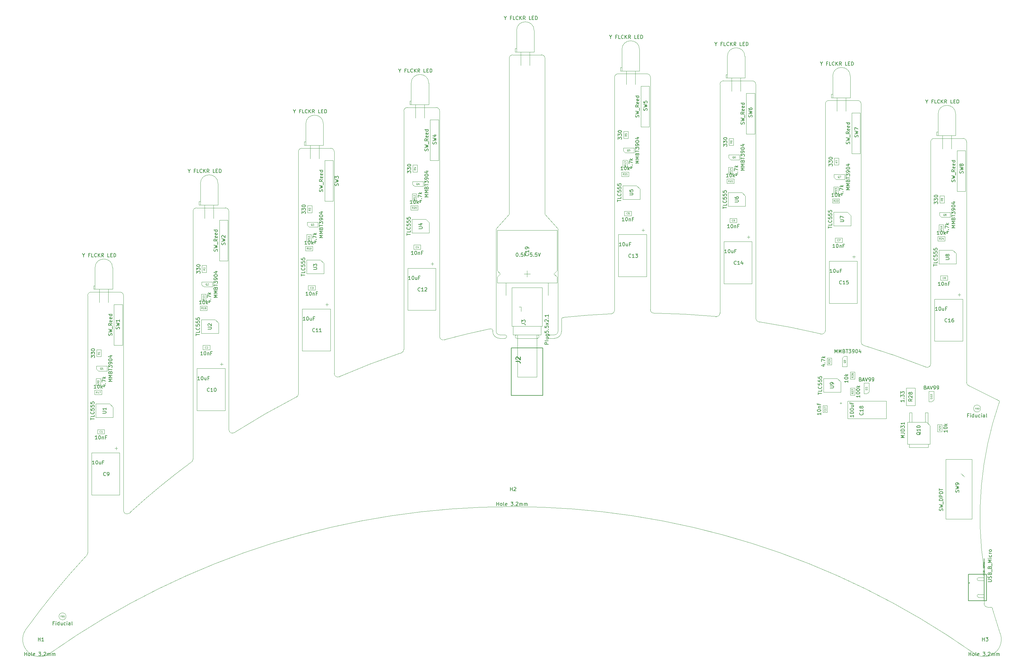
<source format=gbr>
%TF.GenerationSoftware,KiCad,Pcbnew,5.1.10-88a1d61d58~90~ubuntu20.04.1*%
%TF.CreationDate,2021-11-19T20:23:52-08:00*%
%TF.ProjectId,menorah555a,6d656e6f-7261-4683-9535-35612e6b6963,A*%
%TF.SameCoordinates,Original*%
%TF.FileFunction,Other,Fab,Top*%
%FSLAX46Y46*%
G04 Gerber Fmt 4.6, Leading zero omitted, Abs format (unit mm)*
G04 Created by KiCad (PCBNEW 5.1.10-88a1d61d58~90~ubuntu20.04.1) date 2021-11-19 20:23:52*
%MOMM*%
%LPD*%
G01*
G04 APERTURE LIST*
%TA.AperFunction,Profile*%
%ADD10C,0.050000*%
%TD*%
%ADD11C,0.100000*%
%ADD12C,0.200000*%
%ADD13C,0.127000*%
%ADD14C,0.150000*%
%ADD15C,0.080000*%
%ADD16C,0.075000*%
%ADD17C,0.254000*%
%ADD18C,0.118320*%
%ADD19C,0.060000*%
G04 APERTURE END LIST*
D10*
X197600000Y-133200000D02*
X203400000Y-133200000D01*
X197600000Y-134200000D02*
X203400000Y-134200000D01*
X192700000Y-134200000D02*
X194200000Y-134200000D01*
X206800000Y-134200000D02*
X208300000Y-134200000D01*
X192700000Y-133200000D02*
X194200000Y-133200000D01*
X197600000Y-134200000D02*
G75*
G02*
X197600000Y-133200000I0J500000D01*
G01*
X203400000Y-133200000D02*
G75*
G02*
X203400000Y-134200000I0J-500000D01*
G01*
X206800000Y-134200000D02*
G75*
G02*
X206800000Y-133200000I0J500000D01*
G01*
X194200000Y-133200000D02*
G75*
G02*
X194200000Y-134200000I0J-500000D01*
G01*
X330600000Y-208000000D02*
X330600000Y-209800000D01*
X330600000Y-203250000D02*
X330600000Y-207149000D01*
X329030000Y-203249000D02*
G75*
G02*
X329030000Y-202399000I0J425000D01*
G01*
X329030000Y-203249000D02*
X330600000Y-203249000D01*
X329030000Y-202399000D02*
X330600000Y-202399000D01*
X329030000Y-207999000D02*
G75*
G02*
X329030000Y-207149000I0J425000D01*
G01*
X329030000Y-207149000D02*
X330600000Y-207149000D01*
X329030000Y-207999000D02*
X330600000Y-207999000D01*
X334473216Y-151784307D02*
X334841394Y-151986459D01*
X326209269Y-147680505D02*
X326340000Y-147740000D01*
X334473217Y-151784307D02*
G75*
G03*
X326340000Y-147740000I-100603217J-192115693D01*
G01*
X313693401Y-142252243D02*
X313977382Y-142376308D01*
X296341181Y-136225926D02*
X296540000Y-136280000D01*
X313693401Y-142252243D02*
G75*
G03*
X296540000Y-136280000I-79823401J-201647757D01*
G01*
X283817199Y-132845881D02*
X284141181Y-132935926D01*
X266392088Y-129478148D02*
X266730000Y-129520000D01*
X283817199Y-132845881D02*
G75*
G03*
X266730000Y-129520000I-49947199J-211054119D01*
G01*
X253945960Y-127939407D02*
X254312844Y-127986195D01*
X236634899Y-127029391D02*
X236940000Y-127030000D01*
X253945960Y-127939408D02*
G75*
G03*
X236940000Y-127030000I-20075960J-215960592D01*
G01*
X224310641Y-127212249D02*
X224573648Y-127204808D01*
X211100000Y-128200000D02*
X210713176Y-128247596D01*
X224310641Y-127212249D02*
G75*
G03*
X211100000Y-128200000I9559359J-216687751D01*
G01*
X210713176Y-128247596D02*
G75*
G03*
X210300000Y-128740000I86824J-492404D01*
G01*
X189818328Y-131513618D02*
X190070590Y-131457037D01*
X190070590Y-131457037D02*
G75*
G02*
X190700000Y-131940000I129410J-482963D01*
G01*
X177300000Y-134500000D02*
X176925568Y-134605519D01*
X189818328Y-131513619D02*
G75*
G03*
X177300000Y-134500000I44051672J-212386381D01*
G01*
X147100000Y-145100000D02*
X147022618Y-145136308D01*
X164658819Y-138335926D02*
X164398003Y-138414929D01*
X164398003Y-138414928D02*
G75*
G03*
X147100000Y-145100000I69471997J-205485072D01*
G01*
X117400000Y-160900000D02*
X117229320Y-161007146D01*
X134929919Y-150858048D02*
X134801847Y-150922131D01*
X134801848Y-150922131D02*
G75*
G03*
X117400000Y-160900000I99088152J-192977869D01*
G01*
X104841866Y-169519312D02*
X104929919Y-169458048D01*
X75069131Y-196113145D02*
X74841689Y-196355905D01*
X87600000Y-183700000D02*
X87294658Y-183979340D01*
X313977382Y-142376308D02*
G75*
G03*
X315400000Y-141470000I422618J906308D01*
G01*
X284141181Y-132935926D02*
G75*
G03*
X285400000Y-131970000I258819J965926D01*
G01*
X254312844Y-127986195D02*
G75*
G03*
X255400000Y-126990000I87156J996195D01*
G01*
X224573648Y-127204808D02*
G75*
G03*
X225400000Y-126220000I-173648J984808D01*
G01*
X164658819Y-138335926D02*
G75*
G03*
X165400000Y-137370000I-258819J965926D01*
G01*
X134929919Y-150858048D02*
G75*
G03*
X135400000Y-150010000I-529919J848048D01*
G01*
X326209269Y-147680505D02*
G75*
G02*
X325600000Y-146760000I390731J920505D01*
G01*
X296341181Y-136225926D02*
G75*
G02*
X295600000Y-135260000I258819J965926D01*
G01*
X266392088Y-129478148D02*
G75*
G02*
X265600000Y-128500000I207912J978148D01*
G01*
X236634899Y-127029391D02*
G75*
G02*
X235600000Y-126030000I-34899J999391D01*
G01*
X176925568Y-134605519D02*
G75*
G02*
X175600000Y-133660000I-325568J945519D01*
G01*
X147022618Y-145136308D02*
G75*
G02*
X145600000Y-144230000I-422618J906308D01*
G01*
X117229320Y-161007146D02*
G75*
G02*
X115600000Y-160230000I-629320J777146D01*
G01*
X104929919Y-169458048D02*
G75*
G03*
X105400000Y-168610000I-529919J848048D01*
G01*
X87294658Y-183979340D02*
G75*
G02*
X85600000Y-183260000I-694658J719340D01*
G01*
X75069131Y-196113145D02*
G75*
G03*
X75400000Y-195370000I-669131J743145D01*
G01*
X74841689Y-196355905D02*
G75*
G03*
X57824000Y-217136000I158968311J-147544095D01*
G01*
X210300000Y-132200000D02*
X210300000Y-128740000D01*
X190700000Y-132200000D02*
X190700000Y-131940000D01*
X210300000Y-132200000D02*
G75*
G02*
X208300000Y-134200000I-2000000J0D01*
G01*
X192700000Y-134200000D02*
G75*
G02*
X190700000Y-132200000I0J2000000D01*
G01*
X209300000Y-132200000D02*
G75*
G02*
X208300000Y-133200000I-1000000J0D01*
G01*
X192700000Y-133200000D02*
G75*
G02*
X191700000Y-132200000I0J1000000D01*
G01*
X330600000Y-209800000D02*
G75*
G03*
X331600000Y-210800000I1000000J0D01*
G01*
X332889778Y-211022354D02*
X332963500Y-211270827D01*
X332889778Y-211022354D02*
G75*
G03*
X332600000Y-210800000I-289778J-77646D01*
G01*
X331600000Y-210800000D02*
X332600000Y-210800000D01*
X332963500Y-211270827D02*
G75*
G03*
X335030000Y-217906000I96036500J26270827D01*
G01*
X334963541Y-152291394D02*
X334868155Y-152553185D01*
X330600000Y-202399000D02*
X330600000Y-200200000D01*
X334963541Y-152291394D02*
G75*
G03*
X334841394Y-151986459I-213541J91394D01*
G01*
X327511852Y-223813089D02*
X327603497Y-223876946D01*
X64764915Y-223901327D02*
X64850309Y-223837228D01*
X64764915Y-223901326D02*
G75*
G02*
X57824000Y-217136000I-2964915J3901326D01*
G01*
X327603497Y-223876946D02*
G75*
G03*
X335030000Y-217906000I2996503J3876946D01*
G01*
X334868155Y-152553185D02*
G75*
G03*
X330600000Y-200200000I94131845J-32446815D01*
G01*
X104841866Y-169519312D02*
G75*
G03*
X87600000Y-183700000I128968134J-174380688D01*
G01*
X327511852Y-223813090D02*
G75*
G03*
X64850000Y-223840000I-131311852J-186186910D01*
G01*
X285400000Y-67400000D02*
G75*
G02*
X286400000Y-66400000I1000000J0D01*
G01*
X325600000Y-78200000D02*
X325600000Y-146760000D01*
X235600000Y-59800000D02*
X235600000Y-126030000D01*
X234600000Y-58800000D02*
G75*
G02*
X235600000Y-59800000I0J-1000000D01*
G01*
X226400000Y-58800000D02*
X234600000Y-58800000D01*
X225400000Y-59800000D02*
G75*
G02*
X226400000Y-58800000I1000000J0D01*
G01*
X225400000Y-126220000D02*
X225400000Y-59800000D01*
X286400000Y-66400000D02*
X294600000Y-66400000D01*
X315400000Y-78200000D02*
G75*
G02*
X316400000Y-77200000I1000000J0D01*
G01*
X315400000Y-141470000D02*
X315400000Y-78200000D01*
X264600000Y-60800000D02*
G75*
G02*
X265600000Y-61800000I0J-1000000D01*
G01*
X316400000Y-77200000D02*
X324600000Y-77200000D01*
X265600000Y-61800000D02*
X265600000Y-128500000D01*
X295600000Y-67400000D02*
X295600000Y-135260000D01*
X324600000Y-77200000D02*
G75*
G02*
X325600000Y-78200000I0J-1000000D01*
G01*
X255400000Y-126990000D02*
X255400000Y-61800000D01*
X285400000Y-131970000D02*
X285400000Y-67400000D01*
X256400000Y-60800000D02*
X264600000Y-60800000D01*
X294600000Y-66400000D02*
G75*
G02*
X295600000Y-67400000I0J-1000000D01*
G01*
X255400000Y-61800000D02*
G75*
G02*
X256400000Y-60800000I1000000J0D01*
G01*
X165400000Y-69400000D02*
G75*
G02*
X166400000Y-68400000I1000000J0D01*
G01*
X166400000Y-68400000D02*
X174600000Y-68400000D01*
X175600000Y-69400000D02*
X175600000Y-133660000D01*
X165400000Y-137370000D02*
X165400000Y-69400000D01*
X174600000Y-68400000D02*
G75*
G02*
X175600000Y-69400000I0J-1000000D01*
G01*
X145600000Y-81000000D02*
X145600000Y-144230000D01*
X144600000Y-80000000D02*
G75*
G02*
X145600000Y-81000000I0J-1000000D01*
G01*
X136400000Y-80000000D02*
X144600000Y-80000000D01*
X135400000Y-81000000D02*
G75*
G02*
X136400000Y-80000000I1000000J0D01*
G01*
X135400000Y-150010000D02*
X135400000Y-81000000D01*
X115600000Y-98000000D02*
X115600000Y-160230000D01*
X114600000Y-97000000D02*
G75*
G02*
X115600000Y-98000000I0J-1000000D01*
G01*
X106400000Y-97000000D02*
X114600000Y-97000000D01*
X105400000Y-98000000D02*
G75*
G02*
X106400000Y-97000000I1000000J0D01*
G01*
X105400000Y-168610000D02*
X105400000Y-98000000D01*
X205600000Y-98800000D02*
X209300000Y-103000000D01*
X205600000Y-54400000D02*
X205600000Y-98800000D01*
X195400000Y-98800000D02*
X191700000Y-103000000D01*
X195400000Y-54400000D02*
X195400000Y-98800000D01*
X204600000Y-53400000D02*
G75*
G02*
X205600000Y-54400000I0J-1000000D01*
G01*
X196400000Y-53400000D02*
X204600000Y-53400000D01*
X195400000Y-54400000D02*
G75*
G02*
X196400000Y-53400000I1000000J0D01*
G01*
X209300000Y-103000000D02*
X209300000Y-132200000D01*
X206800000Y-133200000D02*
X208300000Y-133200000D01*
X191700000Y-103000000D02*
X191700000Y-132200000D01*
X84600000Y-121000000D02*
G75*
G02*
X85600000Y-122000000I0J-1000000D01*
G01*
X75400000Y-122000000D02*
G75*
G02*
X76400000Y-121000000I1000000J0D01*
G01*
X75400000Y-195370000D02*
X75400000Y-122000000D01*
X85600000Y-122000000D02*
X85600000Y-183260000D01*
X76400000Y-121000000D02*
X84600000Y-121000000D01*
D11*
%TO.C,C19*%
X206500000Y-121900000D02*
X206500000Y-118400000D01*
X199600000Y-115800000D02*
X201400000Y-115800000D01*
X200500000Y-116700000D02*
X200500000Y-114900000D01*
X194500000Y-121900000D02*
X194500000Y-118400000D01*
X209000000Y-114920000D02*
X209000000Y-103400000D01*
X208100000Y-115820000D02*
X209000000Y-114920000D01*
X209000000Y-116720000D02*
X208100000Y-115820000D01*
X209000000Y-118400000D02*
X209000000Y-116720000D01*
X192000000Y-114920000D02*
X192000000Y-103400000D01*
X192900000Y-115820000D02*
X192000000Y-114920000D01*
X192000000Y-116720000D02*
X192900000Y-115820000D01*
X192000000Y-118400000D02*
X192000000Y-116720000D01*
X192000000Y-103400000D02*
X209000000Y-103400000D01*
X192000000Y-118400000D02*
X209000000Y-118400000D01*
%TO.C,Q10*%
X314680000Y-164310000D02*
X314680000Y-165310000D01*
X314680000Y-165310000D02*
X309280000Y-165310000D01*
X309280000Y-165310000D02*
X309280000Y-164310000D01*
X315230000Y-164310000D02*
X308730000Y-164310000D01*
X308730000Y-164310000D02*
X308730000Y-158090000D01*
X308730000Y-158090000D02*
X314230000Y-158090000D01*
X314230000Y-158090000D02*
X315230000Y-159090000D01*
X315230000Y-159090000D02*
X315230000Y-164310000D01*
X314635000Y-158495000D02*
X314635000Y-155390000D01*
X314635000Y-155390000D02*
X313885000Y-155390000D01*
X313885000Y-155390000D02*
X313885000Y-158090000D01*
X310075000Y-158090000D02*
X310075000Y-155390000D01*
X310075000Y-155390000D02*
X309325000Y-155390000D01*
X309325000Y-155390000D02*
X309325000Y-158090000D01*
%TO.C,R26*%
X292495000Y-145770000D02*
X292495000Y-143770000D01*
X293745000Y-145770000D02*
X292495000Y-145770000D01*
X293745000Y-143770000D02*
X293745000Y-145770000D01*
X292495000Y-143770000D02*
X293745000Y-143770000D01*
%TO.C,LED6*%
X232500000Y-57990000D02*
X232500000Y-51890000D01*
X227500000Y-57990000D02*
X227500000Y-51890000D01*
X232500000Y-57990000D02*
X227500000Y-57990000D01*
X227100000Y-57990000D02*
X227100000Y-56990000D01*
X227100000Y-56990000D02*
X227500000Y-56990000D01*
X227500000Y-56990000D02*
X227500000Y-57990000D01*
X227500000Y-57990000D02*
X227100000Y-57990000D01*
X231270000Y-57990000D02*
X231270000Y-57990000D01*
X231270000Y-57990000D02*
X231270000Y-61800000D01*
X231270000Y-61800000D02*
X231270000Y-61800000D01*
X228730000Y-57990000D02*
X228730000Y-57990000D01*
X228730000Y-57990000D02*
X228730000Y-61800000D01*
X228730000Y-61800000D02*
X228730000Y-61800000D01*
X227500000Y-51890000D02*
G75*
G02*
X232500000Y-51890000I2500000J0D01*
G01*
%TO.C,C6*%
X260200000Y-101225000D02*
X258200000Y-101225000D01*
X260200000Y-99975000D02*
X260200000Y-101225000D01*
X258200000Y-99975000D02*
X260200000Y-99975000D01*
X258200000Y-101225000D02*
X258200000Y-99975000D01*
%TO.C,R5*%
X227975000Y-77200000D02*
X227975000Y-75200000D01*
X229225000Y-77200000D02*
X227975000Y-77200000D01*
X229225000Y-75200000D02*
X229225000Y-77200000D01*
X227975000Y-75200000D02*
X229225000Y-75200000D01*
%TO.C,Q8*%
X320920000Y-99700000D02*
X320920000Y-98300000D01*
X317880000Y-98300000D02*
X320920000Y-98300000D01*
X318450000Y-99700000D02*
X317880000Y-99150000D01*
X317880000Y-99150000D02*
X317880000Y-98300000D01*
X318450000Y-99700000D02*
X320900000Y-99700000D01*
%TO.C,R8*%
X317975000Y-95600000D02*
X317975000Y-93600000D01*
X319225000Y-95600000D02*
X317975000Y-95600000D01*
X319225000Y-93600000D02*
X319225000Y-95600000D01*
X317975000Y-93600000D02*
X319225000Y-93600000D01*
%TO.C,SW8*%
X322900000Y-92325000D02*
X322900000Y-80725000D01*
X322900000Y-80725000D02*
X325300000Y-80725000D01*
X325300000Y-80725000D02*
X325300000Y-92325000D01*
X325300000Y-92325000D02*
X322900000Y-92325000D01*
%TO.C,R6*%
X257975000Y-79200000D02*
X257975000Y-77200000D01*
X259225000Y-79200000D02*
X257975000Y-79200000D01*
X259225000Y-77200000D02*
X259225000Y-79200000D01*
X257975000Y-77200000D02*
X259225000Y-77200000D01*
%TO.C,R15*%
X289025000Y-91000000D02*
X289025000Y-93000000D01*
X287775000Y-91000000D02*
X289025000Y-91000000D01*
X287775000Y-93000000D02*
X287775000Y-91000000D01*
X289025000Y-93000000D02*
X287775000Y-93000000D01*
%TO.C,LED9*%
X322500000Y-76390000D02*
X322500000Y-70290000D01*
X317500000Y-76390000D02*
X317500000Y-70290000D01*
X322500000Y-76390000D02*
X317500000Y-76390000D01*
X317100000Y-76390000D02*
X317100000Y-75390000D01*
X317100000Y-75390000D02*
X317500000Y-75390000D01*
X317500000Y-75390000D02*
X317500000Y-76390000D01*
X317500000Y-76390000D02*
X317100000Y-76390000D01*
X321270000Y-76390000D02*
X321270000Y-76390000D01*
X321270000Y-76390000D02*
X321270000Y-80200000D01*
X321270000Y-80200000D02*
X321270000Y-80200000D01*
X318730000Y-76390000D02*
X318730000Y-76390000D01*
X318730000Y-76390000D02*
X318730000Y-80200000D01*
X318730000Y-80200000D02*
X318730000Y-80200000D01*
X317500000Y-70290000D02*
G75*
G02*
X322500000Y-70290000I2500000J0D01*
G01*
%TO.C,U8*%
X321675000Y-109050000D02*
X322650000Y-110025000D01*
X317750000Y-109050000D02*
X321675000Y-109050000D01*
X317750000Y-112950000D02*
X317750000Y-109050000D01*
X322650000Y-112950000D02*
X317750000Y-112950000D01*
X322650000Y-110025000D02*
X322650000Y-112950000D01*
%TO.C,SW7*%
X292900000Y-81525000D02*
X292900000Y-69925000D01*
X292900000Y-69925000D02*
X295300000Y-69925000D01*
X295300000Y-69925000D02*
X295300000Y-81525000D01*
X295300000Y-81525000D02*
X292900000Y-81525000D01*
%TO.C,U7*%
X291675000Y-98250000D02*
X292650000Y-99225000D01*
X287750000Y-98250000D02*
X291675000Y-98250000D01*
X287750000Y-102150000D02*
X287750000Y-98250000D01*
X292650000Y-102150000D02*
X287750000Y-102150000D01*
X292650000Y-99225000D02*
X292650000Y-102150000D01*
%TO.C,R21*%
X227400000Y-86775000D02*
X229400000Y-86775000D01*
X227400000Y-88025000D02*
X227400000Y-86775000D01*
X229400000Y-88025000D02*
X227400000Y-88025000D01*
X229400000Y-86775000D02*
X229400000Y-88025000D01*
%TO.C,C5*%
X230200000Y-99225000D02*
X228200000Y-99225000D01*
X230200000Y-97975000D02*
X230200000Y-99225000D01*
X228200000Y-97975000D02*
X230200000Y-97975000D01*
X228200000Y-99225000D02*
X228200000Y-97975000D01*
%TO.C,Q6*%
X260920000Y-83300000D02*
X260920000Y-81900000D01*
X257880000Y-81900000D02*
X260920000Y-81900000D01*
X258450000Y-83300000D02*
X257880000Y-82750000D01*
X257880000Y-82750000D02*
X257880000Y-81900000D01*
X258450000Y-83300000D02*
X260900000Y-83300000D01*
%TO.C,C8*%
X320200000Y-117625000D02*
X318200000Y-117625000D01*
X320200000Y-116375000D02*
X320200000Y-117625000D01*
X318200000Y-116375000D02*
X320200000Y-116375000D01*
X318200000Y-117625000D02*
X318200000Y-116375000D01*
%TO.C,LED7*%
X262500000Y-59990000D02*
X262500000Y-53890000D01*
X257500000Y-59990000D02*
X257500000Y-53890000D01*
X262500000Y-59990000D02*
X257500000Y-59990000D01*
X257100000Y-59990000D02*
X257100000Y-58990000D01*
X257100000Y-58990000D02*
X257500000Y-58990000D01*
X257500000Y-58990000D02*
X257500000Y-59990000D01*
X257500000Y-59990000D02*
X257100000Y-59990000D01*
X261270000Y-59990000D02*
X261270000Y-59990000D01*
X261270000Y-59990000D02*
X261270000Y-63800000D01*
X261270000Y-63800000D02*
X261270000Y-63800000D01*
X258730000Y-59990000D02*
X258730000Y-59990000D01*
X258730000Y-59990000D02*
X258730000Y-63800000D01*
X258730000Y-63800000D02*
X258730000Y-63800000D01*
X257500000Y-53890000D02*
G75*
G02*
X262500000Y-53890000I2500000J0D01*
G01*
%TO.C,R14*%
X259025000Y-85400000D02*
X259025000Y-87400000D01*
X257775000Y-85400000D02*
X259025000Y-85400000D01*
X257775000Y-87400000D02*
X257775000Y-85400000D01*
X259025000Y-87400000D02*
X257775000Y-87400000D01*
%TO.C,SW6*%
X262900000Y-75925000D02*
X262900000Y-64325000D01*
X262900000Y-64325000D02*
X265300000Y-64325000D01*
X265300000Y-64325000D02*
X265300000Y-75925000D01*
X265300000Y-75925000D02*
X262900000Y-75925000D01*
%TO.C,LED8*%
X292500000Y-65590000D02*
X292500000Y-59490000D01*
X287500000Y-65590000D02*
X287500000Y-59490000D01*
X292500000Y-65590000D02*
X287500000Y-65590000D01*
X287100000Y-65590000D02*
X287100000Y-64590000D01*
X287100000Y-64590000D02*
X287500000Y-64590000D01*
X287500000Y-64590000D02*
X287500000Y-65590000D01*
X287500000Y-65590000D02*
X287100000Y-65590000D01*
X291270000Y-65590000D02*
X291270000Y-65590000D01*
X291270000Y-65590000D02*
X291270000Y-69400000D01*
X291270000Y-69400000D02*
X291270000Y-69400000D01*
X288730000Y-65590000D02*
X288730000Y-65590000D01*
X288730000Y-65590000D02*
X288730000Y-69400000D01*
X288730000Y-69400000D02*
X288730000Y-69400000D01*
X287500000Y-59490000D02*
G75*
G02*
X292500000Y-59490000I2500000J0D01*
G01*
%TO.C,U5*%
X231675000Y-90650000D02*
X232650000Y-91625000D01*
X227750000Y-90650000D02*
X231675000Y-90650000D01*
X227750000Y-94550000D02*
X227750000Y-90650000D01*
X232650000Y-94550000D02*
X227750000Y-94550000D01*
X232650000Y-91625000D02*
X232650000Y-94550000D01*
%TO.C,Q5*%
X230920000Y-81300000D02*
X230920000Y-79900000D01*
X227880000Y-79900000D02*
X230920000Y-79900000D01*
X228450000Y-81300000D02*
X227880000Y-80750000D01*
X227880000Y-80750000D02*
X227880000Y-79900000D01*
X228450000Y-81300000D02*
X230900000Y-81300000D01*
%TO.C,R24*%
X317400000Y-105175000D02*
X319400000Y-105175000D01*
X317400000Y-106425000D02*
X317400000Y-105175000D01*
X319400000Y-106425000D02*
X317400000Y-106425000D01*
X319400000Y-105175000D02*
X319400000Y-106425000D01*
%TO.C,C7*%
X290200000Y-106825000D02*
X288200000Y-106825000D01*
X290200000Y-105575000D02*
X290200000Y-106825000D01*
X288200000Y-105575000D02*
X290200000Y-105575000D01*
X288200000Y-106825000D02*
X288200000Y-105575000D01*
%TO.C,C13*%
X234500000Y-104600000D02*
X226500000Y-104600000D01*
X233526759Y-103747500D02*
X233526759Y-102947500D01*
X233926759Y-103347500D02*
X233126759Y-103347500D01*
X234500000Y-104600000D02*
X234500000Y-116600000D01*
X226500000Y-104600000D02*
X226500000Y-116600000D01*
X234500000Y-116600000D02*
X226500000Y-116600000D01*
%TO.C,U6*%
X261675000Y-92650000D02*
X262650000Y-93625000D01*
X257750000Y-92650000D02*
X261675000Y-92650000D01*
X257750000Y-96550000D02*
X257750000Y-92650000D01*
X262650000Y-96550000D02*
X257750000Y-96550000D01*
X262650000Y-93625000D02*
X262650000Y-96550000D01*
%TO.C,R13*%
X229025000Y-83400000D02*
X229025000Y-85400000D01*
X227775000Y-83400000D02*
X229025000Y-83400000D01*
X227775000Y-85400000D02*
X227775000Y-83400000D01*
X229025000Y-85400000D02*
X227775000Y-85400000D01*
%TO.C,C16*%
X324500000Y-123000000D02*
X316500000Y-123000000D01*
X323526759Y-122147500D02*
X323526759Y-121347500D01*
X323926759Y-121747500D02*
X323126759Y-121747500D01*
X324500000Y-123000000D02*
X324500000Y-135000000D01*
X316500000Y-123000000D02*
X316500000Y-135000000D01*
X324500000Y-135000000D02*
X316500000Y-135000000D01*
%TO.C,C14*%
X264500000Y-106600000D02*
X256500000Y-106600000D01*
X263526759Y-105747500D02*
X263526759Y-104947500D01*
X263926759Y-105347500D02*
X263126759Y-105347500D01*
X264500000Y-106600000D02*
X264500000Y-118600000D01*
X256500000Y-106600000D02*
X256500000Y-118600000D01*
X264500000Y-118600000D02*
X256500000Y-118600000D01*
%TO.C,R22*%
X257400000Y-88775000D02*
X259400000Y-88775000D01*
X257400000Y-90025000D02*
X257400000Y-88775000D01*
X259400000Y-90025000D02*
X257400000Y-90025000D01*
X259400000Y-88775000D02*
X259400000Y-90025000D01*
%TO.C,C15*%
X294500000Y-112200000D02*
X286500000Y-112200000D01*
X293526759Y-111347500D02*
X293526759Y-110547500D01*
X293926759Y-110947500D02*
X293126759Y-110947500D01*
X294500000Y-112200000D02*
X294500000Y-124200000D01*
X286500000Y-112200000D02*
X286500000Y-124200000D01*
X294500000Y-124200000D02*
X286500000Y-124200000D01*
%TO.C,R23*%
X287400000Y-94375000D02*
X289400000Y-94375000D01*
X287400000Y-95625000D02*
X287400000Y-94375000D01*
X289400000Y-95625000D02*
X287400000Y-95625000D01*
X289400000Y-94375000D02*
X289400000Y-95625000D01*
%TO.C,Q7*%
X290920000Y-88900000D02*
X290920000Y-87500000D01*
X287880000Y-87500000D02*
X290920000Y-87500000D01*
X288450000Y-88900000D02*
X287880000Y-88350000D01*
X287880000Y-88350000D02*
X287880000Y-87500000D01*
X288450000Y-88900000D02*
X290900000Y-88900000D01*
%TO.C,R16*%
X319025000Y-101800000D02*
X319025000Y-103800000D01*
X317775000Y-101800000D02*
X319025000Y-101800000D01*
X317775000Y-103800000D02*
X317775000Y-101800000D01*
X319025000Y-103800000D02*
X317775000Y-103800000D01*
%TO.C,R7*%
X287975000Y-84800000D02*
X287975000Y-82800000D01*
X289225000Y-84800000D02*
X287975000Y-84800000D01*
X289225000Y-82800000D02*
X289225000Y-84800000D01*
X287975000Y-82800000D02*
X289225000Y-82800000D01*
%TO.C,SW5*%
X232900000Y-73925000D02*
X232900000Y-62325000D01*
X232900000Y-62325000D02*
X235300000Y-62325000D01*
X235300000Y-62325000D02*
X235300000Y-73925000D01*
X235300000Y-73925000D02*
X232900000Y-73925000D01*
%TO.C,R12*%
X169025000Y-93000000D02*
X169025000Y-95000000D01*
X167775000Y-93000000D02*
X169025000Y-93000000D01*
X167775000Y-95000000D02*
X167775000Y-93000000D01*
X169025000Y-95000000D02*
X167775000Y-95000000D01*
%TO.C,SW4*%
X172900000Y-83525000D02*
X172900000Y-71925000D01*
X172900000Y-71925000D02*
X175300000Y-71925000D01*
X175300000Y-71925000D02*
X175300000Y-83525000D01*
X175300000Y-83525000D02*
X172900000Y-83525000D01*
%TO.C,U4*%
X171675000Y-100250000D02*
X172650000Y-101225000D01*
X167750000Y-100250000D02*
X171675000Y-100250000D01*
X167750000Y-104150000D02*
X167750000Y-100250000D01*
X172650000Y-104150000D02*
X167750000Y-104150000D01*
X172650000Y-101225000D02*
X172650000Y-104150000D01*
%TO.C,LED5*%
X172500000Y-67590000D02*
X172500000Y-61490000D01*
X167500000Y-67590000D02*
X167500000Y-61490000D01*
X172500000Y-67590000D02*
X167500000Y-67590000D01*
X167100000Y-67590000D02*
X167100000Y-66590000D01*
X167100000Y-66590000D02*
X167500000Y-66590000D01*
X167500000Y-66590000D02*
X167500000Y-67590000D01*
X167500000Y-67590000D02*
X167100000Y-67590000D01*
X171270000Y-67590000D02*
X171270000Y-67590000D01*
X171270000Y-67590000D02*
X171270000Y-71400000D01*
X171270000Y-71400000D02*
X171270000Y-71400000D01*
X168730000Y-67590000D02*
X168730000Y-67590000D01*
X168730000Y-67590000D02*
X168730000Y-71400000D01*
X168730000Y-71400000D02*
X168730000Y-71400000D01*
X167500000Y-61490000D02*
G75*
G02*
X172500000Y-61490000I2500000J0D01*
G01*
%TO.C,C4*%
X170200000Y-108825000D02*
X168200000Y-108825000D01*
X170200000Y-107575000D02*
X170200000Y-108825000D01*
X168200000Y-107575000D02*
X170200000Y-107575000D01*
X168200000Y-108825000D02*
X168200000Y-107575000D01*
%TO.C,C12*%
X174500000Y-114200000D02*
X166500000Y-114200000D01*
X173526759Y-113347500D02*
X173526759Y-112547500D01*
X173926759Y-112947500D02*
X173126759Y-112947500D01*
X174500000Y-114200000D02*
X174500000Y-126200000D01*
X166500000Y-114200000D02*
X166500000Y-126200000D01*
X174500000Y-126200000D02*
X166500000Y-126200000D01*
%TO.C,R20*%
X167400000Y-96375000D02*
X169400000Y-96375000D01*
X167400000Y-97625000D02*
X167400000Y-96375000D01*
X169400000Y-97625000D02*
X167400000Y-97625000D01*
X169400000Y-96375000D02*
X169400000Y-97625000D01*
%TO.C,Q4*%
X170920000Y-90900000D02*
X170920000Y-89500000D01*
X167880000Y-89500000D02*
X170920000Y-89500000D01*
X168450000Y-90900000D02*
X167880000Y-90350000D01*
X167880000Y-90350000D02*
X167880000Y-89500000D01*
X168450000Y-90900000D02*
X170900000Y-90900000D01*
%TO.C,R4*%
X167975000Y-86800000D02*
X167975000Y-84800000D01*
X169225000Y-86800000D02*
X167975000Y-86800000D01*
X169225000Y-84800000D02*
X169225000Y-86800000D01*
X167975000Y-84800000D02*
X169225000Y-84800000D01*
%TO.C,LED4*%
X142500000Y-79190000D02*
X142500000Y-73090000D01*
X137500000Y-79190000D02*
X137500000Y-73090000D01*
X142500000Y-79190000D02*
X137500000Y-79190000D01*
X137100000Y-79190000D02*
X137100000Y-78190000D01*
X137100000Y-78190000D02*
X137500000Y-78190000D01*
X137500000Y-78190000D02*
X137500000Y-79190000D01*
X137500000Y-79190000D02*
X137100000Y-79190000D01*
X141270000Y-79190000D02*
X141270000Y-79190000D01*
X141270000Y-79190000D02*
X141270000Y-83000000D01*
X141270000Y-83000000D02*
X141270000Y-83000000D01*
X138730000Y-79190000D02*
X138730000Y-79190000D01*
X138730000Y-79190000D02*
X138730000Y-83000000D01*
X138730000Y-83000000D02*
X138730000Y-83000000D01*
X137500000Y-73090000D02*
G75*
G02*
X142500000Y-73090000I2500000J0D01*
G01*
%TO.C,R3*%
X137975000Y-98400000D02*
X137975000Y-96400000D01*
X139225000Y-98400000D02*
X137975000Y-98400000D01*
X139225000Y-96400000D02*
X139225000Y-98400000D01*
X137975000Y-96400000D02*
X139225000Y-96400000D01*
%TO.C,R19*%
X137400000Y-107975000D02*
X139400000Y-107975000D01*
X137400000Y-109225000D02*
X137400000Y-107975000D01*
X139400000Y-109225000D02*
X137400000Y-109225000D01*
X139400000Y-107975000D02*
X139400000Y-109225000D01*
%TO.C,C3*%
X140200000Y-120425000D02*
X138200000Y-120425000D01*
X140200000Y-119175000D02*
X140200000Y-120425000D01*
X138200000Y-119175000D02*
X140200000Y-119175000D01*
X138200000Y-120425000D02*
X138200000Y-119175000D01*
%TO.C,U3*%
X141675000Y-111850000D02*
X142650000Y-112825000D01*
X137750000Y-111850000D02*
X141675000Y-111850000D01*
X137750000Y-115750000D02*
X137750000Y-111850000D01*
X142650000Y-115750000D02*
X137750000Y-115750000D01*
X142650000Y-112825000D02*
X142650000Y-115750000D01*
%TO.C,Q3*%
X140920000Y-102500000D02*
X140920000Y-101100000D01*
X137880000Y-101100000D02*
X140920000Y-101100000D01*
X138450000Y-102500000D02*
X137880000Y-101950000D01*
X137880000Y-101950000D02*
X137880000Y-101100000D01*
X138450000Y-102500000D02*
X140900000Y-102500000D01*
%TO.C,C11*%
X144500000Y-125800000D02*
X136500000Y-125800000D01*
X143526759Y-124947500D02*
X143526759Y-124147500D01*
X143926759Y-124547500D02*
X143126759Y-124547500D01*
X144500000Y-125800000D02*
X144500000Y-137800000D01*
X136500000Y-125800000D02*
X136500000Y-137800000D01*
X144500000Y-137800000D02*
X136500000Y-137800000D01*
%TO.C,R11*%
X139025000Y-104600000D02*
X139025000Y-106600000D01*
X137775000Y-104600000D02*
X139025000Y-104600000D01*
X137775000Y-106600000D02*
X137775000Y-104600000D01*
X139025000Y-106600000D02*
X137775000Y-106600000D01*
%TO.C,SW3*%
X142900000Y-95125000D02*
X142900000Y-83525000D01*
X142900000Y-83525000D02*
X145300000Y-83525000D01*
X145300000Y-83525000D02*
X145300000Y-95125000D01*
X145300000Y-95125000D02*
X142900000Y-95125000D01*
%TO.C,LED3*%
X112500000Y-96190000D02*
X112500000Y-90090000D01*
X107500000Y-96190000D02*
X107500000Y-90090000D01*
X112500000Y-96190000D02*
X107500000Y-96190000D01*
X107100000Y-96190000D02*
X107100000Y-95190000D01*
X107100000Y-95190000D02*
X107500000Y-95190000D01*
X107500000Y-95190000D02*
X107500000Y-96190000D01*
X107500000Y-96190000D02*
X107100000Y-96190000D01*
X111270000Y-96190000D02*
X111270000Y-96190000D01*
X111270000Y-96190000D02*
X111270000Y-100000000D01*
X111270000Y-100000000D02*
X111270000Y-100000000D01*
X108730000Y-96190000D02*
X108730000Y-96190000D01*
X108730000Y-96190000D02*
X108730000Y-100000000D01*
X108730000Y-100000000D02*
X108730000Y-100000000D01*
X107500000Y-90090000D02*
G75*
G02*
X112500000Y-90090000I2500000J0D01*
G01*
%TO.C,R2*%
X107975000Y-115400000D02*
X107975000Y-113400000D01*
X109225000Y-115400000D02*
X107975000Y-115400000D01*
X109225000Y-113400000D02*
X109225000Y-115400000D01*
X107975000Y-113400000D02*
X109225000Y-113400000D01*
%TO.C,R18*%
X107400000Y-124975000D02*
X109400000Y-124975000D01*
X107400000Y-126225000D02*
X107400000Y-124975000D01*
X109400000Y-126225000D02*
X107400000Y-126225000D01*
X109400000Y-124975000D02*
X109400000Y-126225000D01*
%TO.C,C2*%
X110200000Y-137425000D02*
X108200000Y-137425000D01*
X110200000Y-136175000D02*
X110200000Y-137425000D01*
X108200000Y-136175000D02*
X110200000Y-136175000D01*
X108200000Y-137425000D02*
X108200000Y-136175000D01*
%TO.C,U2*%
X111675000Y-128850000D02*
X112650000Y-129825000D01*
X107750000Y-128850000D02*
X111675000Y-128850000D01*
X107750000Y-132750000D02*
X107750000Y-128850000D01*
X112650000Y-132750000D02*
X107750000Y-132750000D01*
X112650000Y-129825000D02*
X112650000Y-132750000D01*
%TO.C,Q2*%
X110920000Y-119500000D02*
X110920000Y-118100000D01*
X107880000Y-118100000D02*
X110920000Y-118100000D01*
X108450000Y-119500000D02*
X107880000Y-118950000D01*
X107880000Y-118950000D02*
X107880000Y-118100000D01*
X108450000Y-119500000D02*
X110900000Y-119500000D01*
%TO.C,C10*%
X114500000Y-142800000D02*
X106500000Y-142800000D01*
X113526759Y-141947500D02*
X113526759Y-141147500D01*
X113926759Y-141547500D02*
X113126759Y-141547500D01*
X114500000Y-142800000D02*
X114500000Y-154800000D01*
X106500000Y-142800000D02*
X106500000Y-154800000D01*
X114500000Y-154800000D02*
X106500000Y-154800000D01*
%TO.C,R10*%
X109025000Y-121600000D02*
X109025000Y-123600000D01*
X107775000Y-121600000D02*
X109025000Y-121600000D01*
X107775000Y-123600000D02*
X107775000Y-121600000D01*
X109025000Y-123600000D02*
X107775000Y-123600000D01*
%TO.C,SW2*%
X112900000Y-112125000D02*
X112900000Y-100525000D01*
X112900000Y-100525000D02*
X115300000Y-100525000D01*
X115300000Y-100525000D02*
X115300000Y-112125000D01*
X115300000Y-112125000D02*
X112900000Y-112125000D01*
%TO.C,LED1*%
X202500000Y-52590000D02*
X202500000Y-46490000D01*
X197500000Y-52590000D02*
X197500000Y-46490000D01*
X202500000Y-52590000D02*
X197500000Y-52590000D01*
X197100000Y-52590000D02*
X197100000Y-51590000D01*
X197100000Y-51590000D02*
X197500000Y-51590000D01*
X197500000Y-51590000D02*
X197500000Y-52590000D01*
X197500000Y-52590000D02*
X197100000Y-52590000D01*
X201270000Y-52590000D02*
X201270000Y-52590000D01*
X201270000Y-52590000D02*
X201270000Y-56400000D01*
X201270000Y-56400000D02*
X201270000Y-56400000D01*
X198730000Y-52590000D02*
X198730000Y-52590000D01*
X198730000Y-52590000D02*
X198730000Y-56400000D01*
X198730000Y-56400000D02*
X198730000Y-56400000D01*
X197500000Y-46490000D02*
G75*
G02*
X202500000Y-46490000I2500000J0D01*
G01*
%TO.C,LED2*%
X82500000Y-120190000D02*
X82500000Y-114090000D01*
X77500000Y-120190000D02*
X77500000Y-114090000D01*
X82500000Y-120190000D02*
X77500000Y-120190000D01*
X77100000Y-120190000D02*
X77100000Y-119190000D01*
X77100000Y-119190000D02*
X77500000Y-119190000D01*
X77500000Y-119190000D02*
X77500000Y-120190000D01*
X77500000Y-120190000D02*
X77100000Y-120190000D01*
X81270000Y-120190000D02*
X81270000Y-120190000D01*
X81270000Y-120190000D02*
X81270000Y-124000000D01*
X81270000Y-124000000D02*
X81270000Y-124000000D01*
X78730000Y-120190000D02*
X78730000Y-120190000D01*
X78730000Y-120190000D02*
X78730000Y-124000000D01*
X78730000Y-124000000D02*
X78730000Y-124000000D01*
X77500000Y-114090000D02*
G75*
G02*
X82500000Y-114090000I2500000J0D01*
G01*
%TO.C,C18*%
X290057500Y-152686395D02*
X289557500Y-152686395D01*
X289807500Y-152436395D02*
X289807500Y-152936395D01*
X291720000Y-152070000D02*
X302720000Y-152070000D01*
X291720000Y-152070000D02*
X291720000Y-157070000D01*
X302720000Y-152070000D02*
X302720000Y-157070000D01*
X291720000Y-157070000D02*
X302720000Y-157070000D01*
%TO.C,C9*%
X84500000Y-166800000D02*
X76500000Y-166800000D01*
X83526759Y-165947500D02*
X83526759Y-165147500D01*
X83926759Y-165547500D02*
X83126759Y-165547500D01*
X84500000Y-166800000D02*
X84500000Y-178800000D01*
X76500000Y-166800000D02*
X76500000Y-178800000D01*
X84500000Y-178800000D02*
X76500000Y-178800000D01*
%TO.C,U9*%
X288795000Y-145620000D02*
X289770000Y-146595000D01*
X284870000Y-145620000D02*
X288795000Y-145620000D01*
X284870000Y-149520000D02*
X284870000Y-145620000D01*
X289770000Y-149520000D02*
X284870000Y-149520000D01*
X289770000Y-146595000D02*
X289770000Y-149520000D01*
%TO.C,U1*%
X81675000Y-152850000D02*
X82650000Y-153825000D01*
X77750000Y-152850000D02*
X81675000Y-152850000D01*
X77750000Y-156750000D02*
X77750000Y-152850000D01*
X82650000Y-156750000D02*
X77750000Y-156750000D01*
X82650000Y-153825000D02*
X82650000Y-156750000D01*
%TO.C,SW1*%
X82900000Y-136125000D02*
X82900000Y-124525000D01*
X82900000Y-124525000D02*
X85300000Y-124525000D01*
X85300000Y-124525000D02*
X85300000Y-136125000D01*
X85300000Y-136125000D02*
X82900000Y-136125000D01*
%TO.C,SW9*%
X327150000Y-168700000D02*
X327150000Y-185700000D01*
X319650000Y-168700000D02*
X319650000Y-185700000D01*
X325000000Y-173700000D02*
X324000000Y-172700000D01*
X319650000Y-168700000D02*
X327150000Y-168700000D01*
X319650000Y-185700000D02*
X327150000Y-185700000D01*
%TO.C,R29*%
X318605000Y-158760000D02*
X318605000Y-160760000D01*
X317355000Y-158760000D02*
X318605000Y-158760000D01*
X317355000Y-160760000D02*
X317355000Y-158760000D01*
X318605000Y-160760000D02*
X317355000Y-160760000D01*
%TO.C,R28*%
X308440000Y-153330000D02*
X308440000Y-148330000D01*
X310940000Y-153330000D02*
X308440000Y-153330000D01*
X310940000Y-148330000D02*
X310940000Y-153330000D01*
X308440000Y-148330000D02*
X310940000Y-148330000D01*
%TO.C,R25*%
X285895000Y-141770000D02*
X285895000Y-139770000D01*
X287145000Y-141770000D02*
X285895000Y-141770000D01*
X287145000Y-139770000D02*
X287145000Y-141770000D01*
X285895000Y-139770000D02*
X287145000Y-139770000D01*
%TO.C,R27*%
X293745000Y-148370000D02*
X293745000Y-150370000D01*
X292495000Y-148370000D02*
X293745000Y-148370000D01*
X292495000Y-150370000D02*
X292495000Y-148370000D01*
X293745000Y-150370000D02*
X292495000Y-150370000D01*
%TO.C,R1*%
X77975000Y-139400000D02*
X77975000Y-137400000D01*
X79225000Y-139400000D02*
X77975000Y-139400000D01*
X79225000Y-137400000D02*
X79225000Y-139400000D01*
X77975000Y-137400000D02*
X79225000Y-137400000D01*
%TO.C,R9*%
X79025000Y-145600000D02*
X79025000Y-147600000D01*
X77775000Y-145600000D02*
X79025000Y-145600000D01*
X77775000Y-147600000D02*
X77775000Y-145600000D01*
X79025000Y-147600000D02*
X77775000Y-147600000D01*
%TO.C,R17*%
X77400000Y-148975000D02*
X79400000Y-148975000D01*
X77400000Y-150225000D02*
X77400000Y-148975000D01*
X79400000Y-150225000D02*
X77400000Y-150225000D01*
X79400000Y-148975000D02*
X79400000Y-150225000D01*
%TO.C,Q1*%
X80920000Y-143500000D02*
X80920000Y-142100000D01*
X77880000Y-142100000D02*
X80920000Y-142100000D01*
X78450000Y-143500000D02*
X77880000Y-142950000D01*
X77880000Y-142950000D02*
X77880000Y-142100000D01*
X78450000Y-143500000D02*
X80900000Y-143500000D01*
%TO.C,Q9*%
X290220000Y-142290000D02*
X291620000Y-142290000D01*
X291620000Y-139250000D02*
X291620000Y-142290000D01*
X290220000Y-139820000D02*
X290770000Y-139250000D01*
X290770000Y-139250000D02*
X291620000Y-139250000D01*
X290220000Y-139820000D02*
X290220000Y-142270000D01*
D12*
%TO.C,J2*%
X205000000Y-136900000D02*
X196000000Y-136900000D01*
X205000000Y-150500000D02*
X205000000Y-136900000D01*
X196000000Y-150500000D02*
X205000000Y-150500000D01*
X196000000Y-136900000D02*
X196000000Y-150500000D01*
D11*
%TO.C,J3*%
X203250000Y-145200000D02*
X203250000Y-133200000D01*
X197750000Y-145200000D02*
X203250000Y-145200000D01*
X197750000Y-145200000D02*
X197750000Y-133200000D01*
X196500000Y-133200000D02*
X196500000Y-130700000D01*
X204500000Y-133200000D02*
X204500000Y-130700000D01*
X196500000Y-133200000D02*
X204500000Y-133200000D01*
X196200000Y-130700000D02*
X204800000Y-130700000D01*
X196200000Y-119700000D02*
X204800000Y-119700000D01*
X204800000Y-130700000D02*
X204800000Y-119700000D01*
X196200000Y-130700000D02*
X196200000Y-119700000D01*
X198800000Y-125200000D02*
X198200000Y-125200000D01*
X198800000Y-126470000D02*
X198800000Y-125200000D01*
D12*
%TO.C,J1*%
X326500000Y-203900000D02*
G75*
G03*
X326500000Y-203900000I-100000J0D01*
G01*
D13*
X331300000Y-201450000D02*
X331300000Y-208950000D01*
X326100000Y-201450000D02*
X331300000Y-201450000D01*
X326100000Y-208950000D02*
X326100000Y-201450000D01*
X330600000Y-208950000D02*
X326100000Y-208950000D01*
X331300000Y-208950000D02*
X330600000Y-208950000D01*
X330600000Y-208950000D02*
X330600000Y-196950000D01*
D11*
%TO.C,FID2*%
X329600000Y-154200000D02*
G75*
G03*
X329600000Y-154200000I-1000000J0D01*
G01*
%TO.C,FID1*%
X69245000Y-213425000D02*
G75*
G03*
X69245000Y-213425000I-1000000J0D01*
G01*
%TO.C,D3*%
X297820000Y-146937500D02*
X296420000Y-146937500D01*
X296420000Y-149977500D02*
X296420000Y-146937500D01*
X297820000Y-149407500D02*
X297270000Y-149977500D01*
X297270000Y-149977500D02*
X296420000Y-149977500D01*
X297820000Y-149407500D02*
X297820000Y-146957500D01*
%TO.C,C17*%
X284695000Y-155320000D02*
X284695000Y-153320000D01*
X285945000Y-155320000D02*
X284695000Y-155320000D01*
X285945000Y-153320000D02*
X285945000Y-155320000D01*
X284695000Y-153320000D02*
X285945000Y-153320000D01*
%TO.C,C1*%
X80200000Y-161425000D02*
X78200000Y-161425000D01*
X80200000Y-160175000D02*
X80200000Y-161425000D01*
X78200000Y-160175000D02*
X80200000Y-160175000D01*
X78200000Y-161425000D02*
X78200000Y-160175000D01*
%TO.C,D10*%
X316280000Y-151710000D02*
X316280000Y-149260000D01*
X315730000Y-152280000D02*
X314880000Y-152280000D01*
X316280000Y-151710000D02*
X315730000Y-152280000D01*
X314880000Y-152280000D02*
X314880000Y-149240000D01*
X316280000Y-149240000D02*
X314880000Y-149240000D01*
%TD*%
%TO.C,C19*%
D14*
X197609523Y-109852380D02*
X197704761Y-109852380D01*
X197800000Y-109900000D01*
X197847619Y-109947619D01*
X197895238Y-110042857D01*
X197942857Y-110233333D01*
X197942857Y-110471428D01*
X197895238Y-110661904D01*
X197847619Y-110757142D01*
X197800000Y-110804761D01*
X197704761Y-110852380D01*
X197609523Y-110852380D01*
X197514285Y-110804761D01*
X197466666Y-110757142D01*
X197419047Y-110661904D01*
X197371428Y-110471428D01*
X197371428Y-110233333D01*
X197419047Y-110042857D01*
X197466666Y-109947619D01*
X197514285Y-109900000D01*
X197609523Y-109852380D01*
X198371428Y-110757142D02*
X198419047Y-110804761D01*
X198371428Y-110852380D01*
X198323809Y-110804761D01*
X198371428Y-110757142D01*
X198371428Y-110852380D01*
X199323809Y-109852380D02*
X198847619Y-109852380D01*
X198800000Y-110328571D01*
X198847619Y-110280952D01*
X198942857Y-110233333D01*
X199180952Y-110233333D01*
X199276190Y-110280952D01*
X199323809Y-110328571D01*
X199371428Y-110423809D01*
X199371428Y-110661904D01*
X199323809Y-110757142D01*
X199276190Y-110804761D01*
X199180952Y-110852380D01*
X198942857Y-110852380D01*
X198847619Y-110804761D01*
X198800000Y-110757142D01*
X200133333Y-110328571D02*
X199800000Y-110328571D01*
X199800000Y-110852380D02*
X199800000Y-109852380D01*
X200276190Y-109852380D01*
X201895238Y-109852380D02*
X201419047Y-109852380D01*
X201371428Y-110328571D01*
X201419047Y-110280952D01*
X201514285Y-110233333D01*
X201752380Y-110233333D01*
X201847619Y-110280952D01*
X201895238Y-110328571D01*
X201942857Y-110423809D01*
X201942857Y-110661904D01*
X201895238Y-110757142D01*
X201847619Y-110804761D01*
X201752380Y-110852380D01*
X201514285Y-110852380D01*
X201419047Y-110804761D01*
X201371428Y-110757142D01*
X202371428Y-110757142D02*
X202419047Y-110804761D01*
X202371428Y-110852380D01*
X202323809Y-110804761D01*
X202371428Y-110757142D01*
X202371428Y-110852380D01*
X203323809Y-109852380D02*
X202847619Y-109852380D01*
X202800000Y-110328571D01*
X202847619Y-110280952D01*
X202942857Y-110233333D01*
X203180952Y-110233333D01*
X203276190Y-110280952D01*
X203323809Y-110328571D01*
X203371428Y-110423809D01*
X203371428Y-110661904D01*
X203323809Y-110757142D01*
X203276190Y-110804761D01*
X203180952Y-110852380D01*
X202942857Y-110852380D01*
X202847619Y-110804761D01*
X202800000Y-110757142D01*
X203657142Y-109852380D02*
X203990476Y-110852380D01*
X204323809Y-109852380D01*
X200857142Y-110042857D02*
X200904761Y-110090476D01*
X200952380Y-110233333D01*
X200952380Y-110328571D01*
X200904761Y-110471428D01*
X200809523Y-110566666D01*
X200714285Y-110614285D01*
X200523809Y-110661904D01*
X200380952Y-110661904D01*
X200190476Y-110614285D01*
X200095238Y-110566666D01*
X200000000Y-110471428D01*
X199952380Y-110328571D01*
X199952380Y-110233333D01*
X200000000Y-110090476D01*
X200047619Y-110042857D01*
X200952380Y-109090476D02*
X200952380Y-109661904D01*
X200952380Y-109376190D02*
X199952380Y-109376190D01*
X200095238Y-109471428D01*
X200190476Y-109566666D01*
X200238095Y-109661904D01*
X200952380Y-108614285D02*
X200952380Y-108423809D01*
X200904761Y-108328571D01*
X200857142Y-108280952D01*
X200714285Y-108185714D01*
X200523809Y-108138095D01*
X200142857Y-108138095D01*
X200047619Y-108185714D01*
X200000000Y-108233333D01*
X199952380Y-108328571D01*
X199952380Y-108519047D01*
X200000000Y-108614285D01*
X200047619Y-108661904D01*
X200142857Y-108709523D01*
X200380952Y-108709523D01*
X200476190Y-108661904D01*
X200523809Y-108614285D01*
X200571428Y-108519047D01*
X200571428Y-108328571D01*
X200523809Y-108233333D01*
X200476190Y-108185714D01*
X200380952Y-108138095D01*
%TO.C,Q10*%
X307932380Y-162526666D02*
X306932380Y-162526666D01*
X307646666Y-162193333D01*
X306932380Y-161860000D01*
X307932380Y-161860000D01*
X306932380Y-161098095D02*
X307646666Y-161098095D01*
X307789523Y-161145714D01*
X307884761Y-161240952D01*
X307932380Y-161383809D01*
X307932380Y-161479047D01*
X307932380Y-160621904D02*
X306932380Y-160621904D01*
X306932380Y-160383809D01*
X306980000Y-160240952D01*
X307075238Y-160145714D01*
X307170476Y-160098095D01*
X307360952Y-160050476D01*
X307503809Y-160050476D01*
X307694285Y-160098095D01*
X307789523Y-160145714D01*
X307884761Y-160240952D01*
X307932380Y-160383809D01*
X307932380Y-160621904D01*
X306932380Y-159717142D02*
X306932380Y-159098095D01*
X307313333Y-159431428D01*
X307313333Y-159288571D01*
X307360952Y-159193333D01*
X307408571Y-159145714D01*
X307503809Y-159098095D01*
X307741904Y-159098095D01*
X307837142Y-159145714D01*
X307884761Y-159193333D01*
X307932380Y-159288571D01*
X307932380Y-159574285D01*
X307884761Y-159669523D01*
X307837142Y-159717142D01*
X307932380Y-158145714D02*
X307932380Y-158717142D01*
X307932380Y-158431428D02*
X306932380Y-158431428D01*
X307075238Y-158526666D01*
X307170476Y-158621904D01*
X307218095Y-158717142D01*
X312527619Y-160931428D02*
X312480000Y-161026666D01*
X312384761Y-161121904D01*
X312241904Y-161264761D01*
X312194285Y-161360000D01*
X312194285Y-161455238D01*
X312432380Y-161407619D02*
X312384761Y-161502857D01*
X312289523Y-161598095D01*
X312099047Y-161645714D01*
X311765714Y-161645714D01*
X311575238Y-161598095D01*
X311480000Y-161502857D01*
X311432380Y-161407619D01*
X311432380Y-161217142D01*
X311480000Y-161121904D01*
X311575238Y-161026666D01*
X311765714Y-160979047D01*
X312099047Y-160979047D01*
X312289523Y-161026666D01*
X312384761Y-161121904D01*
X312432380Y-161217142D01*
X312432380Y-161407619D01*
X312432380Y-160026666D02*
X312432380Y-160598095D01*
X312432380Y-160312380D02*
X311432380Y-160312380D01*
X311575238Y-160407619D01*
X311670476Y-160502857D01*
X311718095Y-160598095D01*
X311432380Y-159407619D02*
X311432380Y-159312380D01*
X311480000Y-159217142D01*
X311527619Y-159169523D01*
X311622857Y-159121904D01*
X311813333Y-159074285D01*
X312051428Y-159074285D01*
X312241904Y-159121904D01*
X312337142Y-159169523D01*
X312384761Y-159217142D01*
X312432380Y-159312380D01*
X312432380Y-159407619D01*
X312384761Y-159502857D01*
X312337142Y-159550476D01*
X312241904Y-159598095D01*
X312051428Y-159645714D01*
X311813333Y-159645714D01*
X311622857Y-159598095D01*
X311527619Y-159550476D01*
X311480000Y-159502857D01*
X311432380Y-159407619D01*
%TO.C,R26*%
X291852380Y-146195238D02*
X291852380Y-146766666D01*
X291852380Y-146480952D02*
X290852380Y-146480952D01*
X290995238Y-146576190D01*
X291090476Y-146671428D01*
X291138095Y-146766666D01*
X290852380Y-145576190D02*
X290852380Y-145480952D01*
X290900000Y-145385714D01*
X290947619Y-145338095D01*
X291042857Y-145290476D01*
X291233333Y-145242857D01*
X291471428Y-145242857D01*
X291661904Y-145290476D01*
X291757142Y-145338095D01*
X291804761Y-145385714D01*
X291852380Y-145480952D01*
X291852380Y-145576190D01*
X291804761Y-145671428D01*
X291757142Y-145719047D01*
X291661904Y-145766666D01*
X291471428Y-145814285D01*
X291233333Y-145814285D01*
X291042857Y-145766666D01*
X290947619Y-145719047D01*
X290900000Y-145671428D01*
X290852380Y-145576190D01*
X291852380Y-144814285D02*
X290852380Y-144814285D01*
X291471428Y-144719047D02*
X291852380Y-144433333D01*
X291185714Y-144433333D02*
X291566666Y-144814285D01*
D15*
X293346190Y-145091428D02*
X293108095Y-145258095D01*
X293346190Y-145377142D02*
X292846190Y-145377142D01*
X292846190Y-145186666D01*
X292870000Y-145139047D01*
X292893809Y-145115238D01*
X292941428Y-145091428D01*
X293012857Y-145091428D01*
X293060476Y-145115238D01*
X293084285Y-145139047D01*
X293108095Y-145186666D01*
X293108095Y-145377142D01*
X292893809Y-144900952D02*
X292870000Y-144877142D01*
X292846190Y-144829523D01*
X292846190Y-144710476D01*
X292870000Y-144662857D01*
X292893809Y-144639047D01*
X292941428Y-144615238D01*
X292989047Y-144615238D01*
X293060476Y-144639047D01*
X293346190Y-144924761D01*
X293346190Y-144615238D01*
X292846190Y-144186666D02*
X292846190Y-144281904D01*
X292870000Y-144329523D01*
X292893809Y-144353333D01*
X292965238Y-144400952D01*
X293060476Y-144424761D01*
X293250952Y-144424761D01*
X293298571Y-144400952D01*
X293322380Y-144377142D01*
X293346190Y-144329523D01*
X293346190Y-144234285D01*
X293322380Y-144186666D01*
X293298571Y-144162857D01*
X293250952Y-144139047D01*
X293131904Y-144139047D01*
X293084285Y-144162857D01*
X293060476Y-144186666D01*
X293036666Y-144234285D01*
X293036666Y-144329523D01*
X293060476Y-144377142D01*
X293084285Y-144400952D01*
X293131904Y-144424761D01*
%TO.C,H3*%
D14*
X326266666Y-224652380D02*
X326266666Y-223652380D01*
X326266666Y-224128571D02*
X326838095Y-224128571D01*
X326838095Y-224652380D02*
X326838095Y-223652380D01*
X327457142Y-224652380D02*
X327361904Y-224604761D01*
X327314285Y-224557142D01*
X327266666Y-224461904D01*
X327266666Y-224176190D01*
X327314285Y-224080952D01*
X327361904Y-224033333D01*
X327457142Y-223985714D01*
X327600000Y-223985714D01*
X327695238Y-224033333D01*
X327742857Y-224080952D01*
X327790476Y-224176190D01*
X327790476Y-224461904D01*
X327742857Y-224557142D01*
X327695238Y-224604761D01*
X327600000Y-224652380D01*
X327457142Y-224652380D01*
X328361904Y-224652380D02*
X328266666Y-224604761D01*
X328219047Y-224509523D01*
X328219047Y-223652380D01*
X329123809Y-224604761D02*
X329028571Y-224652380D01*
X328838095Y-224652380D01*
X328742857Y-224604761D01*
X328695238Y-224509523D01*
X328695238Y-224128571D01*
X328742857Y-224033333D01*
X328838095Y-223985714D01*
X329028571Y-223985714D01*
X329123809Y-224033333D01*
X329171428Y-224128571D01*
X329171428Y-224223809D01*
X328695238Y-224319047D01*
X330266666Y-223652380D02*
X330885714Y-223652380D01*
X330552380Y-224033333D01*
X330695238Y-224033333D01*
X330790476Y-224080952D01*
X330838095Y-224128571D01*
X330885714Y-224223809D01*
X330885714Y-224461904D01*
X330838095Y-224557142D01*
X330790476Y-224604761D01*
X330695238Y-224652380D01*
X330409523Y-224652380D01*
X330314285Y-224604761D01*
X330266666Y-224557142D01*
X331314285Y-224557142D02*
X331361904Y-224604761D01*
X331314285Y-224652380D01*
X331266666Y-224604761D01*
X331314285Y-224557142D01*
X331314285Y-224652380D01*
X331742857Y-223747619D02*
X331790476Y-223700000D01*
X331885714Y-223652380D01*
X332123809Y-223652380D01*
X332219047Y-223700000D01*
X332266666Y-223747619D01*
X332314285Y-223842857D01*
X332314285Y-223938095D01*
X332266666Y-224080952D01*
X331695238Y-224652380D01*
X332314285Y-224652380D01*
X332742857Y-224652380D02*
X332742857Y-223985714D01*
X332742857Y-224080952D02*
X332790476Y-224033333D01*
X332885714Y-223985714D01*
X333028571Y-223985714D01*
X333123809Y-224033333D01*
X333171428Y-224128571D01*
X333171428Y-224652380D01*
X333171428Y-224128571D02*
X333219047Y-224033333D01*
X333314285Y-223985714D01*
X333457142Y-223985714D01*
X333552380Y-224033333D01*
X333600000Y-224128571D01*
X333600000Y-224652380D01*
X334076190Y-224652380D02*
X334076190Y-223985714D01*
X334076190Y-224080952D02*
X334123809Y-224033333D01*
X334219047Y-223985714D01*
X334361904Y-223985714D01*
X334457142Y-224033333D01*
X334504761Y-224128571D01*
X334504761Y-224652380D01*
X334504761Y-224128571D02*
X334552380Y-224033333D01*
X334647619Y-223985714D01*
X334790476Y-223985714D01*
X334885714Y-224033333D01*
X334933333Y-224128571D01*
X334933333Y-224652380D01*
X330138095Y-220452380D02*
X330138095Y-219452380D01*
X330138095Y-219928571D02*
X330709523Y-219928571D01*
X330709523Y-220452380D02*
X330709523Y-219452380D01*
X331090476Y-219452380D02*
X331709523Y-219452380D01*
X331376190Y-219833333D01*
X331519047Y-219833333D01*
X331614285Y-219880952D01*
X331661904Y-219928571D01*
X331709523Y-220023809D01*
X331709523Y-220261904D01*
X331661904Y-220357142D01*
X331614285Y-220404761D01*
X331519047Y-220452380D01*
X331233333Y-220452380D01*
X331138095Y-220404761D01*
X331090476Y-220357142D01*
%TO.C,H2*%
X191866666Y-181852380D02*
X191866666Y-180852380D01*
X191866666Y-181328571D02*
X192438095Y-181328571D01*
X192438095Y-181852380D02*
X192438095Y-180852380D01*
X193057142Y-181852380D02*
X192961904Y-181804761D01*
X192914285Y-181757142D01*
X192866666Y-181661904D01*
X192866666Y-181376190D01*
X192914285Y-181280952D01*
X192961904Y-181233333D01*
X193057142Y-181185714D01*
X193200000Y-181185714D01*
X193295238Y-181233333D01*
X193342857Y-181280952D01*
X193390476Y-181376190D01*
X193390476Y-181661904D01*
X193342857Y-181757142D01*
X193295238Y-181804761D01*
X193200000Y-181852380D01*
X193057142Y-181852380D01*
X193961904Y-181852380D02*
X193866666Y-181804761D01*
X193819047Y-181709523D01*
X193819047Y-180852380D01*
X194723809Y-181804761D02*
X194628571Y-181852380D01*
X194438095Y-181852380D01*
X194342857Y-181804761D01*
X194295238Y-181709523D01*
X194295238Y-181328571D01*
X194342857Y-181233333D01*
X194438095Y-181185714D01*
X194628571Y-181185714D01*
X194723809Y-181233333D01*
X194771428Y-181328571D01*
X194771428Y-181423809D01*
X194295238Y-181519047D01*
X195866666Y-180852380D02*
X196485714Y-180852380D01*
X196152380Y-181233333D01*
X196295238Y-181233333D01*
X196390476Y-181280952D01*
X196438095Y-181328571D01*
X196485714Y-181423809D01*
X196485714Y-181661904D01*
X196438095Y-181757142D01*
X196390476Y-181804761D01*
X196295238Y-181852380D01*
X196009523Y-181852380D01*
X195914285Y-181804761D01*
X195866666Y-181757142D01*
X196914285Y-181757142D02*
X196961904Y-181804761D01*
X196914285Y-181852380D01*
X196866666Y-181804761D01*
X196914285Y-181757142D01*
X196914285Y-181852380D01*
X197342857Y-180947619D02*
X197390476Y-180900000D01*
X197485714Y-180852380D01*
X197723809Y-180852380D01*
X197819047Y-180900000D01*
X197866666Y-180947619D01*
X197914285Y-181042857D01*
X197914285Y-181138095D01*
X197866666Y-181280952D01*
X197295238Y-181852380D01*
X197914285Y-181852380D01*
X198342857Y-181852380D02*
X198342857Y-181185714D01*
X198342857Y-181280952D02*
X198390476Y-181233333D01*
X198485714Y-181185714D01*
X198628571Y-181185714D01*
X198723809Y-181233333D01*
X198771428Y-181328571D01*
X198771428Y-181852380D01*
X198771428Y-181328571D02*
X198819047Y-181233333D01*
X198914285Y-181185714D01*
X199057142Y-181185714D01*
X199152380Y-181233333D01*
X199200000Y-181328571D01*
X199200000Y-181852380D01*
X199676190Y-181852380D02*
X199676190Y-181185714D01*
X199676190Y-181280952D02*
X199723809Y-181233333D01*
X199819047Y-181185714D01*
X199961904Y-181185714D01*
X200057142Y-181233333D01*
X200104761Y-181328571D01*
X200104761Y-181852380D01*
X200104761Y-181328571D02*
X200152380Y-181233333D01*
X200247619Y-181185714D01*
X200390476Y-181185714D01*
X200485714Y-181233333D01*
X200533333Y-181328571D01*
X200533333Y-181852380D01*
X195738095Y-177652380D02*
X195738095Y-176652380D01*
X195738095Y-177128571D02*
X196309523Y-177128571D01*
X196309523Y-177652380D02*
X196309523Y-176652380D01*
X196738095Y-176747619D02*
X196785714Y-176700000D01*
X196880952Y-176652380D01*
X197119047Y-176652380D01*
X197214285Y-176700000D01*
X197261904Y-176747619D01*
X197309523Y-176842857D01*
X197309523Y-176938095D01*
X197261904Y-177080952D01*
X196690476Y-177652380D01*
X197309523Y-177652380D01*
%TO.C,H1*%
X57466666Y-224652380D02*
X57466666Y-223652380D01*
X57466666Y-224128571D02*
X58038095Y-224128571D01*
X58038095Y-224652380D02*
X58038095Y-223652380D01*
X58657142Y-224652380D02*
X58561904Y-224604761D01*
X58514285Y-224557142D01*
X58466666Y-224461904D01*
X58466666Y-224176190D01*
X58514285Y-224080952D01*
X58561904Y-224033333D01*
X58657142Y-223985714D01*
X58800000Y-223985714D01*
X58895238Y-224033333D01*
X58942857Y-224080952D01*
X58990476Y-224176190D01*
X58990476Y-224461904D01*
X58942857Y-224557142D01*
X58895238Y-224604761D01*
X58800000Y-224652380D01*
X58657142Y-224652380D01*
X59561904Y-224652380D02*
X59466666Y-224604761D01*
X59419047Y-224509523D01*
X59419047Y-223652380D01*
X60323809Y-224604761D02*
X60228571Y-224652380D01*
X60038095Y-224652380D01*
X59942857Y-224604761D01*
X59895238Y-224509523D01*
X59895238Y-224128571D01*
X59942857Y-224033333D01*
X60038095Y-223985714D01*
X60228571Y-223985714D01*
X60323809Y-224033333D01*
X60371428Y-224128571D01*
X60371428Y-224223809D01*
X59895238Y-224319047D01*
X61466666Y-223652380D02*
X62085714Y-223652380D01*
X61752380Y-224033333D01*
X61895238Y-224033333D01*
X61990476Y-224080952D01*
X62038095Y-224128571D01*
X62085714Y-224223809D01*
X62085714Y-224461904D01*
X62038095Y-224557142D01*
X61990476Y-224604761D01*
X61895238Y-224652380D01*
X61609523Y-224652380D01*
X61514285Y-224604761D01*
X61466666Y-224557142D01*
X62514285Y-224557142D02*
X62561904Y-224604761D01*
X62514285Y-224652380D01*
X62466666Y-224604761D01*
X62514285Y-224557142D01*
X62514285Y-224652380D01*
X62942857Y-223747619D02*
X62990476Y-223700000D01*
X63085714Y-223652380D01*
X63323809Y-223652380D01*
X63419047Y-223700000D01*
X63466666Y-223747619D01*
X63514285Y-223842857D01*
X63514285Y-223938095D01*
X63466666Y-224080952D01*
X62895238Y-224652380D01*
X63514285Y-224652380D01*
X63942857Y-224652380D02*
X63942857Y-223985714D01*
X63942857Y-224080952D02*
X63990476Y-224033333D01*
X64085714Y-223985714D01*
X64228571Y-223985714D01*
X64323809Y-224033333D01*
X64371428Y-224128571D01*
X64371428Y-224652380D01*
X64371428Y-224128571D02*
X64419047Y-224033333D01*
X64514285Y-223985714D01*
X64657142Y-223985714D01*
X64752380Y-224033333D01*
X64800000Y-224128571D01*
X64800000Y-224652380D01*
X65276190Y-224652380D02*
X65276190Y-223985714D01*
X65276190Y-224080952D02*
X65323809Y-224033333D01*
X65419047Y-223985714D01*
X65561904Y-223985714D01*
X65657142Y-224033333D01*
X65704761Y-224128571D01*
X65704761Y-224652380D01*
X65704761Y-224128571D02*
X65752380Y-224033333D01*
X65847619Y-223985714D01*
X65990476Y-223985714D01*
X66085714Y-224033333D01*
X66133333Y-224128571D01*
X66133333Y-224652380D01*
X61338095Y-220452380D02*
X61338095Y-219452380D01*
X61338095Y-219928571D02*
X61909523Y-219928571D01*
X61909523Y-220452380D02*
X61909523Y-219452380D01*
X62909523Y-220452380D02*
X62338095Y-220452380D01*
X62623809Y-220452380D02*
X62623809Y-219452380D01*
X62528571Y-219595238D01*
X62433333Y-219690476D01*
X62338095Y-219738095D01*
%TO.C,LED6*%
X224277619Y-48306190D02*
X224277619Y-48782380D01*
X223944285Y-47782380D02*
X224277619Y-48306190D01*
X224610952Y-47782380D01*
X226039523Y-48258571D02*
X225706190Y-48258571D01*
X225706190Y-48782380D02*
X225706190Y-47782380D01*
X226182380Y-47782380D01*
X227039523Y-48782380D02*
X226563333Y-48782380D01*
X226563333Y-47782380D01*
X227944285Y-48687142D02*
X227896666Y-48734761D01*
X227753809Y-48782380D01*
X227658571Y-48782380D01*
X227515714Y-48734761D01*
X227420476Y-48639523D01*
X227372857Y-48544285D01*
X227325238Y-48353809D01*
X227325238Y-48210952D01*
X227372857Y-48020476D01*
X227420476Y-47925238D01*
X227515714Y-47830000D01*
X227658571Y-47782380D01*
X227753809Y-47782380D01*
X227896666Y-47830000D01*
X227944285Y-47877619D01*
X228372857Y-48782380D02*
X228372857Y-47782380D01*
X228944285Y-48782380D02*
X228515714Y-48210952D01*
X228944285Y-47782380D02*
X228372857Y-48353809D01*
X229944285Y-48782380D02*
X229610952Y-48306190D01*
X229372857Y-48782380D02*
X229372857Y-47782380D01*
X229753809Y-47782380D01*
X229849047Y-47830000D01*
X229896666Y-47877619D01*
X229944285Y-47972857D01*
X229944285Y-48115714D01*
X229896666Y-48210952D01*
X229849047Y-48258571D01*
X229753809Y-48306190D01*
X229372857Y-48306190D01*
X231610952Y-48782380D02*
X231134761Y-48782380D01*
X231134761Y-47782380D01*
X231944285Y-48258571D02*
X232277619Y-48258571D01*
X232420476Y-48782380D02*
X231944285Y-48782380D01*
X231944285Y-47782380D01*
X232420476Y-47782380D01*
X232849047Y-48782380D02*
X232849047Y-47782380D01*
X233087142Y-47782380D01*
X233230000Y-47830000D01*
X233325238Y-47925238D01*
X233372857Y-48020476D01*
X233420476Y-48210952D01*
X233420476Y-48353809D01*
X233372857Y-48544285D01*
X233325238Y-48639523D01*
X233230000Y-48734761D01*
X233087142Y-48782380D01*
X232849047Y-48782380D01*
%TO.C,C6*%
X258128571Y-102732380D02*
X257557142Y-102732380D01*
X257842857Y-102732380D02*
X257842857Y-101732380D01*
X257747619Y-101875238D01*
X257652380Y-101970476D01*
X257557142Y-102018095D01*
X258747619Y-101732380D02*
X258842857Y-101732380D01*
X258938095Y-101780000D01*
X258985714Y-101827619D01*
X259033333Y-101922857D01*
X259080952Y-102113333D01*
X259080952Y-102351428D01*
X259033333Y-102541904D01*
X258985714Y-102637142D01*
X258938095Y-102684761D01*
X258842857Y-102732380D01*
X258747619Y-102732380D01*
X258652380Y-102684761D01*
X258604761Y-102637142D01*
X258557142Y-102541904D01*
X258509523Y-102351428D01*
X258509523Y-102113333D01*
X258557142Y-101922857D01*
X258604761Y-101827619D01*
X258652380Y-101780000D01*
X258747619Y-101732380D01*
X259509523Y-102065714D02*
X259509523Y-102732380D01*
X259509523Y-102160952D02*
X259557142Y-102113333D01*
X259652380Y-102065714D01*
X259795238Y-102065714D01*
X259890476Y-102113333D01*
X259938095Y-102208571D01*
X259938095Y-102732380D01*
X260747619Y-102208571D02*
X260414285Y-102208571D01*
X260414285Y-102732380D02*
X260414285Y-101732380D01*
X260890476Y-101732380D01*
D15*
X259116666Y-100778571D02*
X259092857Y-100802380D01*
X259021428Y-100826190D01*
X258973809Y-100826190D01*
X258902380Y-100802380D01*
X258854761Y-100754761D01*
X258830952Y-100707142D01*
X258807142Y-100611904D01*
X258807142Y-100540476D01*
X258830952Y-100445238D01*
X258854761Y-100397619D01*
X258902380Y-100350000D01*
X258973809Y-100326190D01*
X259021428Y-100326190D01*
X259092857Y-100350000D01*
X259116666Y-100373809D01*
X259545238Y-100326190D02*
X259450000Y-100326190D01*
X259402380Y-100350000D01*
X259378571Y-100373809D01*
X259330952Y-100445238D01*
X259307142Y-100540476D01*
X259307142Y-100730952D01*
X259330952Y-100778571D01*
X259354761Y-100802380D01*
X259402380Y-100826190D01*
X259497619Y-100826190D01*
X259545238Y-100802380D01*
X259569047Y-100778571D01*
X259592857Y-100730952D01*
X259592857Y-100611904D01*
X259569047Y-100564285D01*
X259545238Y-100540476D01*
X259497619Y-100516666D01*
X259402380Y-100516666D01*
X259354761Y-100540476D01*
X259330952Y-100564285D01*
X259307142Y-100611904D01*
%TO.C,R5*%
D14*
X226402380Y-77485714D02*
X226402380Y-76866666D01*
X226783333Y-77200000D01*
X226783333Y-77057142D01*
X226830952Y-76961904D01*
X226878571Y-76914285D01*
X226973809Y-76866666D01*
X227211904Y-76866666D01*
X227307142Y-76914285D01*
X227354761Y-76961904D01*
X227402380Y-77057142D01*
X227402380Y-77342857D01*
X227354761Y-77438095D01*
X227307142Y-77485714D01*
X226402380Y-76533333D02*
X226402380Y-75914285D01*
X226783333Y-76247619D01*
X226783333Y-76104761D01*
X226830952Y-76009523D01*
X226878571Y-75961904D01*
X226973809Y-75914285D01*
X227211904Y-75914285D01*
X227307142Y-75961904D01*
X227354761Y-76009523D01*
X227402380Y-76104761D01*
X227402380Y-76390476D01*
X227354761Y-76485714D01*
X227307142Y-76533333D01*
X226402380Y-75295238D02*
X226402380Y-75200000D01*
X226450000Y-75104761D01*
X226497619Y-75057142D01*
X226592857Y-75009523D01*
X226783333Y-74961904D01*
X227021428Y-74961904D01*
X227211904Y-75009523D01*
X227307142Y-75057142D01*
X227354761Y-75104761D01*
X227402380Y-75200000D01*
X227402380Y-75295238D01*
X227354761Y-75390476D01*
X227307142Y-75438095D01*
X227211904Y-75485714D01*
X227021428Y-75533333D01*
X226783333Y-75533333D01*
X226592857Y-75485714D01*
X226497619Y-75438095D01*
X226450000Y-75390476D01*
X226402380Y-75295238D01*
D15*
X228826190Y-76283333D02*
X228588095Y-76450000D01*
X228826190Y-76569047D02*
X228326190Y-76569047D01*
X228326190Y-76378571D01*
X228350000Y-76330952D01*
X228373809Y-76307142D01*
X228421428Y-76283333D01*
X228492857Y-76283333D01*
X228540476Y-76307142D01*
X228564285Y-76330952D01*
X228588095Y-76378571D01*
X228588095Y-76569047D01*
X228326190Y-75830952D02*
X228326190Y-76069047D01*
X228564285Y-76092857D01*
X228540476Y-76069047D01*
X228516666Y-76021428D01*
X228516666Y-75902380D01*
X228540476Y-75854761D01*
X228564285Y-75830952D01*
X228611904Y-75807142D01*
X228730952Y-75807142D01*
X228778571Y-75830952D01*
X228802380Y-75854761D01*
X228826190Y-75902380D01*
X228826190Y-76021428D01*
X228802380Y-76069047D01*
X228778571Y-76092857D01*
%TO.C,Q8*%
D14*
X322352380Y-102690476D02*
X321352380Y-102690476D01*
X322066666Y-102357142D01*
X321352380Y-102023809D01*
X322352380Y-102023809D01*
X322352380Y-101547619D02*
X321352380Y-101547619D01*
X322066666Y-101214285D01*
X321352380Y-100880952D01*
X322352380Y-100880952D01*
X321828571Y-100071428D02*
X321876190Y-99928571D01*
X321923809Y-99880952D01*
X322019047Y-99833333D01*
X322161904Y-99833333D01*
X322257142Y-99880952D01*
X322304761Y-99928571D01*
X322352380Y-100023809D01*
X322352380Y-100404761D01*
X321352380Y-100404761D01*
X321352380Y-100071428D01*
X321400000Y-99976190D01*
X321447619Y-99928571D01*
X321542857Y-99880952D01*
X321638095Y-99880952D01*
X321733333Y-99928571D01*
X321780952Y-99976190D01*
X321828571Y-100071428D01*
X321828571Y-100404761D01*
X321352380Y-99547619D02*
X321352380Y-98976190D01*
X322352380Y-99261904D02*
X321352380Y-99261904D01*
X321352380Y-98738095D02*
X321352380Y-98119047D01*
X321733333Y-98452380D01*
X321733333Y-98309523D01*
X321780952Y-98214285D01*
X321828571Y-98166666D01*
X321923809Y-98119047D01*
X322161904Y-98119047D01*
X322257142Y-98166666D01*
X322304761Y-98214285D01*
X322352380Y-98309523D01*
X322352380Y-98595238D01*
X322304761Y-98690476D01*
X322257142Y-98738095D01*
X322352380Y-97642857D02*
X322352380Y-97452380D01*
X322304761Y-97357142D01*
X322257142Y-97309523D01*
X322114285Y-97214285D01*
X321923809Y-97166666D01*
X321542857Y-97166666D01*
X321447619Y-97214285D01*
X321400000Y-97261904D01*
X321352380Y-97357142D01*
X321352380Y-97547619D01*
X321400000Y-97642857D01*
X321447619Y-97690476D01*
X321542857Y-97738095D01*
X321780952Y-97738095D01*
X321876190Y-97690476D01*
X321923809Y-97642857D01*
X321971428Y-97547619D01*
X321971428Y-97357142D01*
X321923809Y-97261904D01*
X321876190Y-97214285D01*
X321780952Y-97166666D01*
X321352380Y-96547619D02*
X321352380Y-96452380D01*
X321400000Y-96357142D01*
X321447619Y-96309523D01*
X321542857Y-96261904D01*
X321733333Y-96214285D01*
X321971428Y-96214285D01*
X322161904Y-96261904D01*
X322257142Y-96309523D01*
X322304761Y-96357142D01*
X322352380Y-96452380D01*
X322352380Y-96547619D01*
X322304761Y-96642857D01*
X322257142Y-96690476D01*
X322161904Y-96738095D01*
X321971428Y-96785714D01*
X321733333Y-96785714D01*
X321542857Y-96738095D01*
X321447619Y-96690476D01*
X321400000Y-96642857D01*
X321352380Y-96547619D01*
X321685714Y-95357142D02*
X322352380Y-95357142D01*
X321304761Y-95595238D02*
X322019047Y-95833333D01*
X322019047Y-95214285D01*
D16*
X319352380Y-99273809D02*
X319304761Y-99250000D01*
X319257142Y-99202380D01*
X319185714Y-99130952D01*
X319138095Y-99107142D01*
X319090476Y-99107142D01*
X319114285Y-99226190D02*
X319066666Y-99202380D01*
X319019047Y-99154761D01*
X318995238Y-99059523D01*
X318995238Y-98892857D01*
X319019047Y-98797619D01*
X319066666Y-98750000D01*
X319114285Y-98726190D01*
X319209523Y-98726190D01*
X319257142Y-98750000D01*
X319304761Y-98797619D01*
X319328571Y-98892857D01*
X319328571Y-99059523D01*
X319304761Y-99154761D01*
X319257142Y-99202380D01*
X319209523Y-99226190D01*
X319114285Y-99226190D01*
X319614285Y-98940476D02*
X319566666Y-98916666D01*
X319542857Y-98892857D01*
X319519047Y-98845238D01*
X319519047Y-98821428D01*
X319542857Y-98773809D01*
X319566666Y-98750000D01*
X319614285Y-98726190D01*
X319709523Y-98726190D01*
X319757142Y-98750000D01*
X319780952Y-98773809D01*
X319804761Y-98821428D01*
X319804761Y-98845238D01*
X319780952Y-98892857D01*
X319757142Y-98916666D01*
X319709523Y-98940476D01*
X319614285Y-98940476D01*
X319566666Y-98964285D01*
X319542857Y-98988095D01*
X319519047Y-99035714D01*
X319519047Y-99130952D01*
X319542857Y-99178571D01*
X319566666Y-99202380D01*
X319614285Y-99226190D01*
X319709523Y-99226190D01*
X319757142Y-99202380D01*
X319780952Y-99178571D01*
X319804761Y-99130952D01*
X319804761Y-99035714D01*
X319780952Y-98988095D01*
X319757142Y-98964285D01*
X319709523Y-98940476D01*
%TO.C,R8*%
D14*
X316402380Y-95885714D02*
X316402380Y-95266666D01*
X316783333Y-95600000D01*
X316783333Y-95457142D01*
X316830952Y-95361904D01*
X316878571Y-95314285D01*
X316973809Y-95266666D01*
X317211904Y-95266666D01*
X317307142Y-95314285D01*
X317354761Y-95361904D01*
X317402380Y-95457142D01*
X317402380Y-95742857D01*
X317354761Y-95838095D01*
X317307142Y-95885714D01*
X316402380Y-94933333D02*
X316402380Y-94314285D01*
X316783333Y-94647619D01*
X316783333Y-94504761D01*
X316830952Y-94409523D01*
X316878571Y-94361904D01*
X316973809Y-94314285D01*
X317211904Y-94314285D01*
X317307142Y-94361904D01*
X317354761Y-94409523D01*
X317402380Y-94504761D01*
X317402380Y-94790476D01*
X317354761Y-94885714D01*
X317307142Y-94933333D01*
X316402380Y-93695238D02*
X316402380Y-93600000D01*
X316450000Y-93504761D01*
X316497619Y-93457142D01*
X316592857Y-93409523D01*
X316783333Y-93361904D01*
X317021428Y-93361904D01*
X317211904Y-93409523D01*
X317307142Y-93457142D01*
X317354761Y-93504761D01*
X317402380Y-93600000D01*
X317402380Y-93695238D01*
X317354761Y-93790476D01*
X317307142Y-93838095D01*
X317211904Y-93885714D01*
X317021428Y-93933333D01*
X316783333Y-93933333D01*
X316592857Y-93885714D01*
X316497619Y-93838095D01*
X316450000Y-93790476D01*
X316402380Y-93695238D01*
D15*
X318826190Y-94683333D02*
X318588095Y-94850000D01*
X318826190Y-94969047D02*
X318326190Y-94969047D01*
X318326190Y-94778571D01*
X318350000Y-94730952D01*
X318373809Y-94707142D01*
X318421428Y-94683333D01*
X318492857Y-94683333D01*
X318540476Y-94707142D01*
X318564285Y-94730952D01*
X318588095Y-94778571D01*
X318588095Y-94969047D01*
X318540476Y-94397619D02*
X318516666Y-94445238D01*
X318492857Y-94469047D01*
X318445238Y-94492857D01*
X318421428Y-94492857D01*
X318373809Y-94469047D01*
X318350000Y-94445238D01*
X318326190Y-94397619D01*
X318326190Y-94302380D01*
X318350000Y-94254761D01*
X318373809Y-94230952D01*
X318421428Y-94207142D01*
X318445238Y-94207142D01*
X318492857Y-94230952D01*
X318516666Y-94254761D01*
X318540476Y-94302380D01*
X318540476Y-94397619D01*
X318564285Y-94445238D01*
X318588095Y-94469047D01*
X318635714Y-94492857D01*
X318730952Y-94492857D01*
X318778571Y-94469047D01*
X318802380Y-94445238D01*
X318826190Y-94397619D01*
X318826190Y-94302380D01*
X318802380Y-94254761D01*
X318778571Y-94230952D01*
X318730952Y-94207142D01*
X318635714Y-94207142D01*
X318588095Y-94230952D01*
X318564285Y-94254761D01*
X318540476Y-94302380D01*
%TO.C,SW8*%
D14*
X322304761Y-89572619D02*
X322352380Y-89429761D01*
X322352380Y-89191666D01*
X322304761Y-89096428D01*
X322257142Y-89048809D01*
X322161904Y-89001190D01*
X322066666Y-89001190D01*
X321971428Y-89048809D01*
X321923809Y-89096428D01*
X321876190Y-89191666D01*
X321828571Y-89382142D01*
X321780952Y-89477380D01*
X321733333Y-89525000D01*
X321638095Y-89572619D01*
X321542857Y-89572619D01*
X321447619Y-89525000D01*
X321400000Y-89477380D01*
X321352380Y-89382142D01*
X321352380Y-89144047D01*
X321400000Y-89001190D01*
X321352380Y-88667857D02*
X322352380Y-88429761D01*
X321638095Y-88239285D01*
X322352380Y-88048809D01*
X321352380Y-87810714D01*
X322447619Y-87667857D02*
X322447619Y-86905952D01*
X322352380Y-86096428D02*
X321876190Y-86429761D01*
X322352380Y-86667857D02*
X321352380Y-86667857D01*
X321352380Y-86286904D01*
X321400000Y-86191666D01*
X321447619Y-86144047D01*
X321542857Y-86096428D01*
X321685714Y-86096428D01*
X321780952Y-86144047D01*
X321828571Y-86191666D01*
X321876190Y-86286904D01*
X321876190Y-86667857D01*
X322304761Y-85286904D02*
X322352380Y-85382142D01*
X322352380Y-85572619D01*
X322304761Y-85667857D01*
X322209523Y-85715476D01*
X321828571Y-85715476D01*
X321733333Y-85667857D01*
X321685714Y-85572619D01*
X321685714Y-85382142D01*
X321733333Y-85286904D01*
X321828571Y-85239285D01*
X321923809Y-85239285D01*
X322019047Y-85715476D01*
X322304761Y-84429761D02*
X322352380Y-84525000D01*
X322352380Y-84715476D01*
X322304761Y-84810714D01*
X322209523Y-84858333D01*
X321828571Y-84858333D01*
X321733333Y-84810714D01*
X321685714Y-84715476D01*
X321685714Y-84525000D01*
X321733333Y-84429761D01*
X321828571Y-84382142D01*
X321923809Y-84382142D01*
X322019047Y-84858333D01*
X322352380Y-83525000D02*
X321352380Y-83525000D01*
X322304761Y-83525000D02*
X322352380Y-83620238D01*
X322352380Y-83810714D01*
X322304761Y-83905952D01*
X322257142Y-83953571D01*
X322161904Y-84001190D01*
X321876190Y-84001190D01*
X321780952Y-83953571D01*
X321733333Y-83905952D01*
X321685714Y-83810714D01*
X321685714Y-83620238D01*
X321733333Y-83525000D01*
X324604761Y-87133333D02*
X324652380Y-86990476D01*
X324652380Y-86752380D01*
X324604761Y-86657142D01*
X324557142Y-86609523D01*
X324461904Y-86561904D01*
X324366666Y-86561904D01*
X324271428Y-86609523D01*
X324223809Y-86657142D01*
X324176190Y-86752380D01*
X324128571Y-86942857D01*
X324080952Y-87038095D01*
X324033333Y-87085714D01*
X323938095Y-87133333D01*
X323842857Y-87133333D01*
X323747619Y-87085714D01*
X323700000Y-87038095D01*
X323652380Y-86942857D01*
X323652380Y-86704761D01*
X323700000Y-86561904D01*
X323652380Y-86228571D02*
X324652380Y-85990476D01*
X323938095Y-85800000D01*
X324652380Y-85609523D01*
X323652380Y-85371428D01*
X324080952Y-84847619D02*
X324033333Y-84942857D01*
X323985714Y-84990476D01*
X323890476Y-85038095D01*
X323842857Y-85038095D01*
X323747619Y-84990476D01*
X323700000Y-84942857D01*
X323652380Y-84847619D01*
X323652380Y-84657142D01*
X323700000Y-84561904D01*
X323747619Y-84514285D01*
X323842857Y-84466666D01*
X323890476Y-84466666D01*
X323985714Y-84514285D01*
X324033333Y-84561904D01*
X324080952Y-84657142D01*
X324080952Y-84847619D01*
X324128571Y-84942857D01*
X324176190Y-84990476D01*
X324271428Y-85038095D01*
X324461904Y-85038095D01*
X324557142Y-84990476D01*
X324604761Y-84942857D01*
X324652380Y-84847619D01*
X324652380Y-84657142D01*
X324604761Y-84561904D01*
X324557142Y-84514285D01*
X324461904Y-84466666D01*
X324271428Y-84466666D01*
X324176190Y-84514285D01*
X324128571Y-84561904D01*
X324080952Y-84657142D01*
%TO.C,R6*%
X256402380Y-79485714D02*
X256402380Y-78866666D01*
X256783333Y-79200000D01*
X256783333Y-79057142D01*
X256830952Y-78961904D01*
X256878571Y-78914285D01*
X256973809Y-78866666D01*
X257211904Y-78866666D01*
X257307142Y-78914285D01*
X257354761Y-78961904D01*
X257402380Y-79057142D01*
X257402380Y-79342857D01*
X257354761Y-79438095D01*
X257307142Y-79485714D01*
X256402380Y-78533333D02*
X256402380Y-77914285D01*
X256783333Y-78247619D01*
X256783333Y-78104761D01*
X256830952Y-78009523D01*
X256878571Y-77961904D01*
X256973809Y-77914285D01*
X257211904Y-77914285D01*
X257307142Y-77961904D01*
X257354761Y-78009523D01*
X257402380Y-78104761D01*
X257402380Y-78390476D01*
X257354761Y-78485714D01*
X257307142Y-78533333D01*
X256402380Y-77295238D02*
X256402380Y-77200000D01*
X256450000Y-77104761D01*
X256497619Y-77057142D01*
X256592857Y-77009523D01*
X256783333Y-76961904D01*
X257021428Y-76961904D01*
X257211904Y-77009523D01*
X257307142Y-77057142D01*
X257354761Y-77104761D01*
X257402380Y-77200000D01*
X257402380Y-77295238D01*
X257354761Y-77390476D01*
X257307142Y-77438095D01*
X257211904Y-77485714D01*
X257021428Y-77533333D01*
X256783333Y-77533333D01*
X256592857Y-77485714D01*
X256497619Y-77438095D01*
X256450000Y-77390476D01*
X256402380Y-77295238D01*
D15*
X258826190Y-78283333D02*
X258588095Y-78450000D01*
X258826190Y-78569047D02*
X258326190Y-78569047D01*
X258326190Y-78378571D01*
X258350000Y-78330952D01*
X258373809Y-78307142D01*
X258421428Y-78283333D01*
X258492857Y-78283333D01*
X258540476Y-78307142D01*
X258564285Y-78330952D01*
X258588095Y-78378571D01*
X258588095Y-78569047D01*
X258326190Y-77854761D02*
X258326190Y-77950000D01*
X258350000Y-77997619D01*
X258373809Y-78021428D01*
X258445238Y-78069047D01*
X258540476Y-78092857D01*
X258730952Y-78092857D01*
X258778571Y-78069047D01*
X258802380Y-78045238D01*
X258826190Y-77997619D01*
X258826190Y-77902380D01*
X258802380Y-77854761D01*
X258778571Y-77830952D01*
X258730952Y-77807142D01*
X258611904Y-77807142D01*
X258564285Y-77830952D01*
X258540476Y-77854761D01*
X258516666Y-77902380D01*
X258516666Y-77997619D01*
X258540476Y-78045238D01*
X258564285Y-78069047D01*
X258611904Y-78092857D01*
%TO.C,R15*%
D14*
X289835714Y-92928571D02*
X290502380Y-92928571D01*
X289454761Y-93166666D02*
X290169047Y-93404761D01*
X290169047Y-92785714D01*
X290407142Y-92404761D02*
X290454761Y-92357142D01*
X290502380Y-92404761D01*
X290454761Y-92452380D01*
X290407142Y-92404761D01*
X290502380Y-92404761D01*
X289502380Y-92023809D02*
X289502380Y-91357142D01*
X290502380Y-91785714D01*
X290502380Y-90976190D02*
X289502380Y-90976190D01*
X290121428Y-90880952D02*
X290502380Y-90595238D01*
X289835714Y-90595238D02*
X290216666Y-90976190D01*
D15*
X288626190Y-92321428D02*
X288388095Y-92488095D01*
X288626190Y-92607142D02*
X288126190Y-92607142D01*
X288126190Y-92416666D01*
X288150000Y-92369047D01*
X288173809Y-92345238D01*
X288221428Y-92321428D01*
X288292857Y-92321428D01*
X288340476Y-92345238D01*
X288364285Y-92369047D01*
X288388095Y-92416666D01*
X288388095Y-92607142D01*
X288626190Y-91845238D02*
X288626190Y-92130952D01*
X288626190Y-91988095D02*
X288126190Y-91988095D01*
X288197619Y-92035714D01*
X288245238Y-92083333D01*
X288269047Y-92130952D01*
X288126190Y-91392857D02*
X288126190Y-91630952D01*
X288364285Y-91654761D01*
X288340476Y-91630952D01*
X288316666Y-91583333D01*
X288316666Y-91464285D01*
X288340476Y-91416666D01*
X288364285Y-91392857D01*
X288411904Y-91369047D01*
X288530952Y-91369047D01*
X288578571Y-91392857D01*
X288602380Y-91416666D01*
X288626190Y-91464285D01*
X288626190Y-91583333D01*
X288602380Y-91630952D01*
X288578571Y-91654761D01*
%TO.C,LED9*%
D14*
X314277619Y-66706190D02*
X314277619Y-67182380D01*
X313944285Y-66182380D02*
X314277619Y-66706190D01*
X314610952Y-66182380D01*
X316039523Y-66658571D02*
X315706190Y-66658571D01*
X315706190Y-67182380D02*
X315706190Y-66182380D01*
X316182380Y-66182380D01*
X317039523Y-67182380D02*
X316563333Y-67182380D01*
X316563333Y-66182380D01*
X317944285Y-67087142D02*
X317896666Y-67134761D01*
X317753809Y-67182380D01*
X317658571Y-67182380D01*
X317515714Y-67134761D01*
X317420476Y-67039523D01*
X317372857Y-66944285D01*
X317325238Y-66753809D01*
X317325238Y-66610952D01*
X317372857Y-66420476D01*
X317420476Y-66325238D01*
X317515714Y-66230000D01*
X317658571Y-66182380D01*
X317753809Y-66182380D01*
X317896666Y-66230000D01*
X317944285Y-66277619D01*
X318372857Y-67182380D02*
X318372857Y-66182380D01*
X318944285Y-67182380D02*
X318515714Y-66610952D01*
X318944285Y-66182380D02*
X318372857Y-66753809D01*
X319944285Y-67182380D02*
X319610952Y-66706190D01*
X319372857Y-67182380D02*
X319372857Y-66182380D01*
X319753809Y-66182380D01*
X319849047Y-66230000D01*
X319896666Y-66277619D01*
X319944285Y-66372857D01*
X319944285Y-66515714D01*
X319896666Y-66610952D01*
X319849047Y-66658571D01*
X319753809Y-66706190D01*
X319372857Y-66706190D01*
X321610952Y-67182380D02*
X321134761Y-67182380D01*
X321134761Y-66182380D01*
X321944285Y-66658571D02*
X322277619Y-66658571D01*
X322420476Y-67182380D02*
X321944285Y-67182380D01*
X321944285Y-66182380D01*
X322420476Y-66182380D01*
X322849047Y-67182380D02*
X322849047Y-66182380D01*
X323087142Y-66182380D01*
X323230000Y-66230000D01*
X323325238Y-66325238D01*
X323372857Y-66420476D01*
X323420476Y-66610952D01*
X323420476Y-66753809D01*
X323372857Y-66944285D01*
X323325238Y-67039523D01*
X323230000Y-67134761D01*
X323087142Y-67182380D01*
X322849047Y-67182380D01*
%TO.C,U8*%
X316252380Y-113619047D02*
X316252380Y-113047619D01*
X317252380Y-113333333D02*
X316252380Y-113333333D01*
X317252380Y-112238095D02*
X317252380Y-112714285D01*
X316252380Y-112714285D01*
X317157142Y-111333333D02*
X317204761Y-111380952D01*
X317252380Y-111523809D01*
X317252380Y-111619047D01*
X317204761Y-111761904D01*
X317109523Y-111857142D01*
X317014285Y-111904761D01*
X316823809Y-111952380D01*
X316680952Y-111952380D01*
X316490476Y-111904761D01*
X316395238Y-111857142D01*
X316300000Y-111761904D01*
X316252380Y-111619047D01*
X316252380Y-111523809D01*
X316300000Y-111380952D01*
X316347619Y-111333333D01*
X316252380Y-110428571D02*
X316252380Y-110904761D01*
X316728571Y-110952380D01*
X316680952Y-110904761D01*
X316633333Y-110809523D01*
X316633333Y-110571428D01*
X316680952Y-110476190D01*
X316728571Y-110428571D01*
X316823809Y-110380952D01*
X317061904Y-110380952D01*
X317157142Y-110428571D01*
X317204761Y-110476190D01*
X317252380Y-110571428D01*
X317252380Y-110809523D01*
X317204761Y-110904761D01*
X317157142Y-110952380D01*
X316252380Y-109476190D02*
X316252380Y-109952380D01*
X316728571Y-110000000D01*
X316680952Y-109952380D01*
X316633333Y-109857142D01*
X316633333Y-109619047D01*
X316680952Y-109523809D01*
X316728571Y-109476190D01*
X316823809Y-109428571D01*
X317061904Y-109428571D01*
X317157142Y-109476190D01*
X317204761Y-109523809D01*
X317252380Y-109619047D01*
X317252380Y-109857142D01*
X317204761Y-109952380D01*
X317157142Y-110000000D01*
X316252380Y-108523809D02*
X316252380Y-109000000D01*
X316728571Y-109047619D01*
X316680952Y-109000000D01*
X316633333Y-108904761D01*
X316633333Y-108666666D01*
X316680952Y-108571428D01*
X316728571Y-108523809D01*
X316823809Y-108476190D01*
X317061904Y-108476190D01*
X317157142Y-108523809D01*
X317204761Y-108571428D01*
X317252380Y-108666666D01*
X317252380Y-108904761D01*
X317204761Y-109000000D01*
X317157142Y-109047619D01*
X319663333Y-111746666D02*
X320456666Y-111746666D01*
X320550000Y-111700000D01*
X320596666Y-111653333D01*
X320643333Y-111560000D01*
X320643333Y-111373333D01*
X320596666Y-111280000D01*
X320550000Y-111233333D01*
X320456666Y-111186666D01*
X319663333Y-111186666D01*
X320083333Y-110580000D02*
X320036666Y-110673333D01*
X319990000Y-110720000D01*
X319896666Y-110766666D01*
X319850000Y-110766666D01*
X319756666Y-110720000D01*
X319710000Y-110673333D01*
X319663333Y-110580000D01*
X319663333Y-110393333D01*
X319710000Y-110300000D01*
X319756666Y-110253333D01*
X319850000Y-110206666D01*
X319896666Y-110206666D01*
X319990000Y-110253333D01*
X320036666Y-110300000D01*
X320083333Y-110393333D01*
X320083333Y-110580000D01*
X320130000Y-110673333D01*
X320176666Y-110720000D01*
X320270000Y-110766666D01*
X320456666Y-110766666D01*
X320550000Y-110720000D01*
X320596666Y-110673333D01*
X320643333Y-110580000D01*
X320643333Y-110393333D01*
X320596666Y-110300000D01*
X320550000Y-110253333D01*
X320456666Y-110206666D01*
X320270000Y-110206666D01*
X320176666Y-110253333D01*
X320130000Y-110300000D01*
X320083333Y-110393333D01*
%TO.C,SW7*%
X292304761Y-78772619D02*
X292352380Y-78629761D01*
X292352380Y-78391666D01*
X292304761Y-78296428D01*
X292257142Y-78248809D01*
X292161904Y-78201190D01*
X292066666Y-78201190D01*
X291971428Y-78248809D01*
X291923809Y-78296428D01*
X291876190Y-78391666D01*
X291828571Y-78582142D01*
X291780952Y-78677380D01*
X291733333Y-78725000D01*
X291638095Y-78772619D01*
X291542857Y-78772619D01*
X291447619Y-78725000D01*
X291400000Y-78677380D01*
X291352380Y-78582142D01*
X291352380Y-78344047D01*
X291400000Y-78201190D01*
X291352380Y-77867857D02*
X292352380Y-77629761D01*
X291638095Y-77439285D01*
X292352380Y-77248809D01*
X291352380Y-77010714D01*
X292447619Y-76867857D02*
X292447619Y-76105952D01*
X292352380Y-75296428D02*
X291876190Y-75629761D01*
X292352380Y-75867857D02*
X291352380Y-75867857D01*
X291352380Y-75486904D01*
X291400000Y-75391666D01*
X291447619Y-75344047D01*
X291542857Y-75296428D01*
X291685714Y-75296428D01*
X291780952Y-75344047D01*
X291828571Y-75391666D01*
X291876190Y-75486904D01*
X291876190Y-75867857D01*
X292304761Y-74486904D02*
X292352380Y-74582142D01*
X292352380Y-74772619D01*
X292304761Y-74867857D01*
X292209523Y-74915476D01*
X291828571Y-74915476D01*
X291733333Y-74867857D01*
X291685714Y-74772619D01*
X291685714Y-74582142D01*
X291733333Y-74486904D01*
X291828571Y-74439285D01*
X291923809Y-74439285D01*
X292019047Y-74915476D01*
X292304761Y-73629761D02*
X292352380Y-73725000D01*
X292352380Y-73915476D01*
X292304761Y-74010714D01*
X292209523Y-74058333D01*
X291828571Y-74058333D01*
X291733333Y-74010714D01*
X291685714Y-73915476D01*
X291685714Y-73725000D01*
X291733333Y-73629761D01*
X291828571Y-73582142D01*
X291923809Y-73582142D01*
X292019047Y-74058333D01*
X292352380Y-72725000D02*
X291352380Y-72725000D01*
X292304761Y-72725000D02*
X292352380Y-72820238D01*
X292352380Y-73010714D01*
X292304761Y-73105952D01*
X292257142Y-73153571D01*
X292161904Y-73201190D01*
X291876190Y-73201190D01*
X291780952Y-73153571D01*
X291733333Y-73105952D01*
X291685714Y-73010714D01*
X291685714Y-72820238D01*
X291733333Y-72725000D01*
X294704761Y-76833333D02*
X294752380Y-76690476D01*
X294752380Y-76452380D01*
X294704761Y-76357142D01*
X294657142Y-76309523D01*
X294561904Y-76261904D01*
X294466666Y-76261904D01*
X294371428Y-76309523D01*
X294323809Y-76357142D01*
X294276190Y-76452380D01*
X294228571Y-76642857D01*
X294180952Y-76738095D01*
X294133333Y-76785714D01*
X294038095Y-76833333D01*
X293942857Y-76833333D01*
X293847619Y-76785714D01*
X293800000Y-76738095D01*
X293752380Y-76642857D01*
X293752380Y-76404761D01*
X293800000Y-76261904D01*
X293752380Y-75928571D02*
X294752380Y-75690476D01*
X294038095Y-75500000D01*
X294752380Y-75309523D01*
X293752380Y-75071428D01*
X293752380Y-74785714D02*
X293752380Y-74119047D01*
X294752380Y-74547619D01*
%TO.C,U7*%
X286252380Y-102819047D02*
X286252380Y-102247619D01*
X287252380Y-102533333D02*
X286252380Y-102533333D01*
X287252380Y-101438095D02*
X287252380Y-101914285D01*
X286252380Y-101914285D01*
X287157142Y-100533333D02*
X287204761Y-100580952D01*
X287252380Y-100723809D01*
X287252380Y-100819047D01*
X287204761Y-100961904D01*
X287109523Y-101057142D01*
X287014285Y-101104761D01*
X286823809Y-101152380D01*
X286680952Y-101152380D01*
X286490476Y-101104761D01*
X286395238Y-101057142D01*
X286300000Y-100961904D01*
X286252380Y-100819047D01*
X286252380Y-100723809D01*
X286300000Y-100580952D01*
X286347619Y-100533333D01*
X286252380Y-99628571D02*
X286252380Y-100104761D01*
X286728571Y-100152380D01*
X286680952Y-100104761D01*
X286633333Y-100009523D01*
X286633333Y-99771428D01*
X286680952Y-99676190D01*
X286728571Y-99628571D01*
X286823809Y-99580952D01*
X287061904Y-99580952D01*
X287157142Y-99628571D01*
X287204761Y-99676190D01*
X287252380Y-99771428D01*
X287252380Y-100009523D01*
X287204761Y-100104761D01*
X287157142Y-100152380D01*
X286252380Y-98676190D02*
X286252380Y-99152380D01*
X286728571Y-99200000D01*
X286680952Y-99152380D01*
X286633333Y-99057142D01*
X286633333Y-98819047D01*
X286680952Y-98723809D01*
X286728571Y-98676190D01*
X286823809Y-98628571D01*
X287061904Y-98628571D01*
X287157142Y-98676190D01*
X287204761Y-98723809D01*
X287252380Y-98819047D01*
X287252380Y-99057142D01*
X287204761Y-99152380D01*
X287157142Y-99200000D01*
X286252380Y-97723809D02*
X286252380Y-98200000D01*
X286728571Y-98247619D01*
X286680952Y-98200000D01*
X286633333Y-98104761D01*
X286633333Y-97866666D01*
X286680952Y-97771428D01*
X286728571Y-97723809D01*
X286823809Y-97676190D01*
X287061904Y-97676190D01*
X287157142Y-97723809D01*
X287204761Y-97771428D01*
X287252380Y-97866666D01*
X287252380Y-98104761D01*
X287204761Y-98200000D01*
X287157142Y-98247619D01*
X289663333Y-100946666D02*
X290456666Y-100946666D01*
X290550000Y-100900000D01*
X290596666Y-100853333D01*
X290643333Y-100760000D01*
X290643333Y-100573333D01*
X290596666Y-100480000D01*
X290550000Y-100433333D01*
X290456666Y-100386666D01*
X289663333Y-100386666D01*
X289663333Y-100013333D02*
X289663333Y-99360000D01*
X290643333Y-99780000D01*
%TO.C,R21*%
X227804761Y-86202380D02*
X227233333Y-86202380D01*
X227519047Y-86202380D02*
X227519047Y-85202380D01*
X227423809Y-85345238D01*
X227328571Y-85440476D01*
X227233333Y-85488095D01*
X228423809Y-85202380D02*
X228519047Y-85202380D01*
X228614285Y-85250000D01*
X228661904Y-85297619D01*
X228709523Y-85392857D01*
X228757142Y-85583333D01*
X228757142Y-85821428D01*
X228709523Y-86011904D01*
X228661904Y-86107142D01*
X228614285Y-86154761D01*
X228519047Y-86202380D01*
X228423809Y-86202380D01*
X228328571Y-86154761D01*
X228280952Y-86107142D01*
X228233333Y-86011904D01*
X228185714Y-85821428D01*
X228185714Y-85583333D01*
X228233333Y-85392857D01*
X228280952Y-85297619D01*
X228328571Y-85250000D01*
X228423809Y-85202380D01*
X229185714Y-86202380D02*
X229185714Y-85202380D01*
X229280952Y-85821428D02*
X229566666Y-86202380D01*
X229566666Y-85535714D02*
X229185714Y-85916666D01*
D15*
X228078571Y-87626190D02*
X227911904Y-87388095D01*
X227792857Y-87626190D02*
X227792857Y-87126190D01*
X227983333Y-87126190D01*
X228030952Y-87150000D01*
X228054761Y-87173809D01*
X228078571Y-87221428D01*
X228078571Y-87292857D01*
X228054761Y-87340476D01*
X228030952Y-87364285D01*
X227983333Y-87388095D01*
X227792857Y-87388095D01*
X228269047Y-87173809D02*
X228292857Y-87150000D01*
X228340476Y-87126190D01*
X228459523Y-87126190D01*
X228507142Y-87150000D01*
X228530952Y-87173809D01*
X228554761Y-87221428D01*
X228554761Y-87269047D01*
X228530952Y-87340476D01*
X228245238Y-87626190D01*
X228554761Y-87626190D01*
X229030952Y-87626190D02*
X228745238Y-87626190D01*
X228888095Y-87626190D02*
X228888095Y-87126190D01*
X228840476Y-87197619D01*
X228792857Y-87245238D01*
X228745238Y-87269047D01*
%TO.C,C5*%
D14*
X228128571Y-100732380D02*
X227557142Y-100732380D01*
X227842857Y-100732380D02*
X227842857Y-99732380D01*
X227747619Y-99875238D01*
X227652380Y-99970476D01*
X227557142Y-100018095D01*
X228747619Y-99732380D02*
X228842857Y-99732380D01*
X228938095Y-99780000D01*
X228985714Y-99827619D01*
X229033333Y-99922857D01*
X229080952Y-100113333D01*
X229080952Y-100351428D01*
X229033333Y-100541904D01*
X228985714Y-100637142D01*
X228938095Y-100684761D01*
X228842857Y-100732380D01*
X228747619Y-100732380D01*
X228652380Y-100684761D01*
X228604761Y-100637142D01*
X228557142Y-100541904D01*
X228509523Y-100351428D01*
X228509523Y-100113333D01*
X228557142Y-99922857D01*
X228604761Y-99827619D01*
X228652380Y-99780000D01*
X228747619Y-99732380D01*
X229509523Y-100065714D02*
X229509523Y-100732380D01*
X229509523Y-100160952D02*
X229557142Y-100113333D01*
X229652380Y-100065714D01*
X229795238Y-100065714D01*
X229890476Y-100113333D01*
X229938095Y-100208571D01*
X229938095Y-100732380D01*
X230747619Y-100208571D02*
X230414285Y-100208571D01*
X230414285Y-100732380D02*
X230414285Y-99732380D01*
X230890476Y-99732380D01*
D15*
X229116666Y-98778571D02*
X229092857Y-98802380D01*
X229021428Y-98826190D01*
X228973809Y-98826190D01*
X228902380Y-98802380D01*
X228854761Y-98754761D01*
X228830952Y-98707142D01*
X228807142Y-98611904D01*
X228807142Y-98540476D01*
X228830952Y-98445238D01*
X228854761Y-98397619D01*
X228902380Y-98350000D01*
X228973809Y-98326190D01*
X229021428Y-98326190D01*
X229092857Y-98350000D01*
X229116666Y-98373809D01*
X229569047Y-98326190D02*
X229330952Y-98326190D01*
X229307142Y-98564285D01*
X229330952Y-98540476D01*
X229378571Y-98516666D01*
X229497619Y-98516666D01*
X229545238Y-98540476D01*
X229569047Y-98564285D01*
X229592857Y-98611904D01*
X229592857Y-98730952D01*
X229569047Y-98778571D01*
X229545238Y-98802380D01*
X229497619Y-98826190D01*
X229378571Y-98826190D01*
X229330952Y-98802380D01*
X229307142Y-98778571D01*
%TO.C,Q6*%
D14*
X262352380Y-86290476D02*
X261352380Y-86290476D01*
X262066666Y-85957142D01*
X261352380Y-85623809D01*
X262352380Y-85623809D01*
X262352380Y-85147619D02*
X261352380Y-85147619D01*
X262066666Y-84814285D01*
X261352380Y-84480952D01*
X262352380Y-84480952D01*
X261828571Y-83671428D02*
X261876190Y-83528571D01*
X261923809Y-83480952D01*
X262019047Y-83433333D01*
X262161904Y-83433333D01*
X262257142Y-83480952D01*
X262304761Y-83528571D01*
X262352380Y-83623809D01*
X262352380Y-84004761D01*
X261352380Y-84004761D01*
X261352380Y-83671428D01*
X261400000Y-83576190D01*
X261447619Y-83528571D01*
X261542857Y-83480952D01*
X261638095Y-83480952D01*
X261733333Y-83528571D01*
X261780952Y-83576190D01*
X261828571Y-83671428D01*
X261828571Y-84004761D01*
X261352380Y-83147619D02*
X261352380Y-82576190D01*
X262352380Y-82861904D02*
X261352380Y-82861904D01*
X261352380Y-82338095D02*
X261352380Y-81719047D01*
X261733333Y-82052380D01*
X261733333Y-81909523D01*
X261780952Y-81814285D01*
X261828571Y-81766666D01*
X261923809Y-81719047D01*
X262161904Y-81719047D01*
X262257142Y-81766666D01*
X262304761Y-81814285D01*
X262352380Y-81909523D01*
X262352380Y-82195238D01*
X262304761Y-82290476D01*
X262257142Y-82338095D01*
X262352380Y-81242857D02*
X262352380Y-81052380D01*
X262304761Y-80957142D01*
X262257142Y-80909523D01*
X262114285Y-80814285D01*
X261923809Y-80766666D01*
X261542857Y-80766666D01*
X261447619Y-80814285D01*
X261400000Y-80861904D01*
X261352380Y-80957142D01*
X261352380Y-81147619D01*
X261400000Y-81242857D01*
X261447619Y-81290476D01*
X261542857Y-81338095D01*
X261780952Y-81338095D01*
X261876190Y-81290476D01*
X261923809Y-81242857D01*
X261971428Y-81147619D01*
X261971428Y-80957142D01*
X261923809Y-80861904D01*
X261876190Y-80814285D01*
X261780952Y-80766666D01*
X261352380Y-80147619D02*
X261352380Y-80052380D01*
X261400000Y-79957142D01*
X261447619Y-79909523D01*
X261542857Y-79861904D01*
X261733333Y-79814285D01*
X261971428Y-79814285D01*
X262161904Y-79861904D01*
X262257142Y-79909523D01*
X262304761Y-79957142D01*
X262352380Y-80052380D01*
X262352380Y-80147619D01*
X262304761Y-80242857D01*
X262257142Y-80290476D01*
X262161904Y-80338095D01*
X261971428Y-80385714D01*
X261733333Y-80385714D01*
X261542857Y-80338095D01*
X261447619Y-80290476D01*
X261400000Y-80242857D01*
X261352380Y-80147619D01*
X261685714Y-78957142D02*
X262352380Y-78957142D01*
X261304761Y-79195238D02*
X262019047Y-79433333D01*
X262019047Y-78814285D01*
D16*
X259352380Y-82873809D02*
X259304761Y-82850000D01*
X259257142Y-82802380D01*
X259185714Y-82730952D01*
X259138095Y-82707142D01*
X259090476Y-82707142D01*
X259114285Y-82826190D02*
X259066666Y-82802380D01*
X259019047Y-82754761D01*
X258995238Y-82659523D01*
X258995238Y-82492857D01*
X259019047Y-82397619D01*
X259066666Y-82350000D01*
X259114285Y-82326190D01*
X259209523Y-82326190D01*
X259257142Y-82350000D01*
X259304761Y-82397619D01*
X259328571Y-82492857D01*
X259328571Y-82659523D01*
X259304761Y-82754761D01*
X259257142Y-82802380D01*
X259209523Y-82826190D01*
X259114285Y-82826190D01*
X259757142Y-82326190D02*
X259661904Y-82326190D01*
X259614285Y-82350000D01*
X259590476Y-82373809D01*
X259542857Y-82445238D01*
X259519047Y-82540476D01*
X259519047Y-82730952D01*
X259542857Y-82778571D01*
X259566666Y-82802380D01*
X259614285Y-82826190D01*
X259709523Y-82826190D01*
X259757142Y-82802380D01*
X259780952Y-82778571D01*
X259804761Y-82730952D01*
X259804761Y-82611904D01*
X259780952Y-82564285D01*
X259757142Y-82540476D01*
X259709523Y-82516666D01*
X259614285Y-82516666D01*
X259566666Y-82540476D01*
X259542857Y-82564285D01*
X259519047Y-82611904D01*
%TO.C,C8*%
D14*
X318128571Y-119132380D02*
X317557142Y-119132380D01*
X317842857Y-119132380D02*
X317842857Y-118132380D01*
X317747619Y-118275238D01*
X317652380Y-118370476D01*
X317557142Y-118418095D01*
X318747619Y-118132380D02*
X318842857Y-118132380D01*
X318938095Y-118180000D01*
X318985714Y-118227619D01*
X319033333Y-118322857D01*
X319080952Y-118513333D01*
X319080952Y-118751428D01*
X319033333Y-118941904D01*
X318985714Y-119037142D01*
X318938095Y-119084761D01*
X318842857Y-119132380D01*
X318747619Y-119132380D01*
X318652380Y-119084761D01*
X318604761Y-119037142D01*
X318557142Y-118941904D01*
X318509523Y-118751428D01*
X318509523Y-118513333D01*
X318557142Y-118322857D01*
X318604761Y-118227619D01*
X318652380Y-118180000D01*
X318747619Y-118132380D01*
X319509523Y-118465714D02*
X319509523Y-119132380D01*
X319509523Y-118560952D02*
X319557142Y-118513333D01*
X319652380Y-118465714D01*
X319795238Y-118465714D01*
X319890476Y-118513333D01*
X319938095Y-118608571D01*
X319938095Y-119132380D01*
X320747619Y-118608571D02*
X320414285Y-118608571D01*
X320414285Y-119132380D02*
X320414285Y-118132380D01*
X320890476Y-118132380D01*
D15*
X319116666Y-117178571D02*
X319092857Y-117202380D01*
X319021428Y-117226190D01*
X318973809Y-117226190D01*
X318902380Y-117202380D01*
X318854761Y-117154761D01*
X318830952Y-117107142D01*
X318807142Y-117011904D01*
X318807142Y-116940476D01*
X318830952Y-116845238D01*
X318854761Y-116797619D01*
X318902380Y-116750000D01*
X318973809Y-116726190D01*
X319021428Y-116726190D01*
X319092857Y-116750000D01*
X319116666Y-116773809D01*
X319402380Y-116940476D02*
X319354761Y-116916666D01*
X319330952Y-116892857D01*
X319307142Y-116845238D01*
X319307142Y-116821428D01*
X319330952Y-116773809D01*
X319354761Y-116750000D01*
X319402380Y-116726190D01*
X319497619Y-116726190D01*
X319545238Y-116750000D01*
X319569047Y-116773809D01*
X319592857Y-116821428D01*
X319592857Y-116845238D01*
X319569047Y-116892857D01*
X319545238Y-116916666D01*
X319497619Y-116940476D01*
X319402380Y-116940476D01*
X319354761Y-116964285D01*
X319330952Y-116988095D01*
X319307142Y-117035714D01*
X319307142Y-117130952D01*
X319330952Y-117178571D01*
X319354761Y-117202380D01*
X319402380Y-117226190D01*
X319497619Y-117226190D01*
X319545238Y-117202380D01*
X319569047Y-117178571D01*
X319592857Y-117130952D01*
X319592857Y-117035714D01*
X319569047Y-116988095D01*
X319545238Y-116964285D01*
X319497619Y-116940476D01*
%TO.C,LED7*%
D14*
X254277619Y-50306190D02*
X254277619Y-50782380D01*
X253944285Y-49782380D02*
X254277619Y-50306190D01*
X254610952Y-49782380D01*
X256039523Y-50258571D02*
X255706190Y-50258571D01*
X255706190Y-50782380D02*
X255706190Y-49782380D01*
X256182380Y-49782380D01*
X257039523Y-50782380D02*
X256563333Y-50782380D01*
X256563333Y-49782380D01*
X257944285Y-50687142D02*
X257896666Y-50734761D01*
X257753809Y-50782380D01*
X257658571Y-50782380D01*
X257515714Y-50734761D01*
X257420476Y-50639523D01*
X257372857Y-50544285D01*
X257325238Y-50353809D01*
X257325238Y-50210952D01*
X257372857Y-50020476D01*
X257420476Y-49925238D01*
X257515714Y-49830000D01*
X257658571Y-49782380D01*
X257753809Y-49782380D01*
X257896666Y-49830000D01*
X257944285Y-49877619D01*
X258372857Y-50782380D02*
X258372857Y-49782380D01*
X258944285Y-50782380D02*
X258515714Y-50210952D01*
X258944285Y-49782380D02*
X258372857Y-50353809D01*
X259944285Y-50782380D02*
X259610952Y-50306190D01*
X259372857Y-50782380D02*
X259372857Y-49782380D01*
X259753809Y-49782380D01*
X259849047Y-49830000D01*
X259896666Y-49877619D01*
X259944285Y-49972857D01*
X259944285Y-50115714D01*
X259896666Y-50210952D01*
X259849047Y-50258571D01*
X259753809Y-50306190D01*
X259372857Y-50306190D01*
X261610952Y-50782380D02*
X261134761Y-50782380D01*
X261134761Y-49782380D01*
X261944285Y-50258571D02*
X262277619Y-50258571D01*
X262420476Y-50782380D02*
X261944285Y-50782380D01*
X261944285Y-49782380D01*
X262420476Y-49782380D01*
X262849047Y-50782380D02*
X262849047Y-49782380D01*
X263087142Y-49782380D01*
X263230000Y-49830000D01*
X263325238Y-49925238D01*
X263372857Y-50020476D01*
X263420476Y-50210952D01*
X263420476Y-50353809D01*
X263372857Y-50544285D01*
X263325238Y-50639523D01*
X263230000Y-50734761D01*
X263087142Y-50782380D01*
X262849047Y-50782380D01*
%TO.C,R14*%
X259835714Y-87328571D02*
X260502380Y-87328571D01*
X259454761Y-87566666D02*
X260169047Y-87804761D01*
X260169047Y-87185714D01*
X260407142Y-86804761D02*
X260454761Y-86757142D01*
X260502380Y-86804761D01*
X260454761Y-86852380D01*
X260407142Y-86804761D01*
X260502380Y-86804761D01*
X259502380Y-86423809D02*
X259502380Y-85757142D01*
X260502380Y-86185714D01*
X260502380Y-85376190D02*
X259502380Y-85376190D01*
X260121428Y-85280952D02*
X260502380Y-84995238D01*
X259835714Y-84995238D02*
X260216666Y-85376190D01*
D15*
X258626190Y-86721428D02*
X258388095Y-86888095D01*
X258626190Y-87007142D02*
X258126190Y-87007142D01*
X258126190Y-86816666D01*
X258150000Y-86769047D01*
X258173809Y-86745238D01*
X258221428Y-86721428D01*
X258292857Y-86721428D01*
X258340476Y-86745238D01*
X258364285Y-86769047D01*
X258388095Y-86816666D01*
X258388095Y-87007142D01*
X258626190Y-86245238D02*
X258626190Y-86530952D01*
X258626190Y-86388095D02*
X258126190Y-86388095D01*
X258197619Y-86435714D01*
X258245238Y-86483333D01*
X258269047Y-86530952D01*
X258292857Y-85816666D02*
X258626190Y-85816666D01*
X258102380Y-85935714D02*
X258459523Y-86054761D01*
X258459523Y-85745238D01*
%TO.C,SW6*%
D14*
X262304761Y-73172619D02*
X262352380Y-73029761D01*
X262352380Y-72791666D01*
X262304761Y-72696428D01*
X262257142Y-72648809D01*
X262161904Y-72601190D01*
X262066666Y-72601190D01*
X261971428Y-72648809D01*
X261923809Y-72696428D01*
X261876190Y-72791666D01*
X261828571Y-72982142D01*
X261780952Y-73077380D01*
X261733333Y-73125000D01*
X261638095Y-73172619D01*
X261542857Y-73172619D01*
X261447619Y-73125000D01*
X261400000Y-73077380D01*
X261352380Y-72982142D01*
X261352380Y-72744047D01*
X261400000Y-72601190D01*
X261352380Y-72267857D02*
X262352380Y-72029761D01*
X261638095Y-71839285D01*
X262352380Y-71648809D01*
X261352380Y-71410714D01*
X262447619Y-71267857D02*
X262447619Y-70505952D01*
X262352380Y-69696428D02*
X261876190Y-70029761D01*
X262352380Y-70267857D02*
X261352380Y-70267857D01*
X261352380Y-69886904D01*
X261400000Y-69791666D01*
X261447619Y-69744047D01*
X261542857Y-69696428D01*
X261685714Y-69696428D01*
X261780952Y-69744047D01*
X261828571Y-69791666D01*
X261876190Y-69886904D01*
X261876190Y-70267857D01*
X262304761Y-68886904D02*
X262352380Y-68982142D01*
X262352380Y-69172619D01*
X262304761Y-69267857D01*
X262209523Y-69315476D01*
X261828571Y-69315476D01*
X261733333Y-69267857D01*
X261685714Y-69172619D01*
X261685714Y-68982142D01*
X261733333Y-68886904D01*
X261828571Y-68839285D01*
X261923809Y-68839285D01*
X262019047Y-69315476D01*
X262304761Y-68029761D02*
X262352380Y-68125000D01*
X262352380Y-68315476D01*
X262304761Y-68410714D01*
X262209523Y-68458333D01*
X261828571Y-68458333D01*
X261733333Y-68410714D01*
X261685714Y-68315476D01*
X261685714Y-68125000D01*
X261733333Y-68029761D01*
X261828571Y-67982142D01*
X261923809Y-67982142D01*
X262019047Y-68458333D01*
X262352380Y-67125000D02*
X261352380Y-67125000D01*
X262304761Y-67125000D02*
X262352380Y-67220238D01*
X262352380Y-67410714D01*
X262304761Y-67505952D01*
X262257142Y-67553571D01*
X262161904Y-67601190D01*
X261876190Y-67601190D01*
X261780952Y-67553571D01*
X261733333Y-67505952D01*
X261685714Y-67410714D01*
X261685714Y-67220238D01*
X261733333Y-67125000D01*
X264504761Y-71133333D02*
X264552380Y-70990476D01*
X264552380Y-70752380D01*
X264504761Y-70657142D01*
X264457142Y-70609523D01*
X264361904Y-70561904D01*
X264266666Y-70561904D01*
X264171428Y-70609523D01*
X264123809Y-70657142D01*
X264076190Y-70752380D01*
X264028571Y-70942857D01*
X263980952Y-71038095D01*
X263933333Y-71085714D01*
X263838095Y-71133333D01*
X263742857Y-71133333D01*
X263647619Y-71085714D01*
X263600000Y-71038095D01*
X263552380Y-70942857D01*
X263552380Y-70704761D01*
X263600000Y-70561904D01*
X263552380Y-70228571D02*
X264552380Y-69990476D01*
X263838095Y-69800000D01*
X264552380Y-69609523D01*
X263552380Y-69371428D01*
X263552380Y-68561904D02*
X263552380Y-68752380D01*
X263600000Y-68847619D01*
X263647619Y-68895238D01*
X263790476Y-68990476D01*
X263980952Y-69038095D01*
X264361904Y-69038095D01*
X264457142Y-68990476D01*
X264504761Y-68942857D01*
X264552380Y-68847619D01*
X264552380Y-68657142D01*
X264504761Y-68561904D01*
X264457142Y-68514285D01*
X264361904Y-68466666D01*
X264123809Y-68466666D01*
X264028571Y-68514285D01*
X263980952Y-68561904D01*
X263933333Y-68657142D01*
X263933333Y-68847619D01*
X263980952Y-68942857D01*
X264028571Y-68990476D01*
X264123809Y-69038095D01*
%TO.C,LED8*%
X284277619Y-55906190D02*
X284277619Y-56382380D01*
X283944285Y-55382380D02*
X284277619Y-55906190D01*
X284610952Y-55382380D01*
X286039523Y-55858571D02*
X285706190Y-55858571D01*
X285706190Y-56382380D02*
X285706190Y-55382380D01*
X286182380Y-55382380D01*
X287039523Y-56382380D02*
X286563333Y-56382380D01*
X286563333Y-55382380D01*
X287944285Y-56287142D02*
X287896666Y-56334761D01*
X287753809Y-56382380D01*
X287658571Y-56382380D01*
X287515714Y-56334761D01*
X287420476Y-56239523D01*
X287372857Y-56144285D01*
X287325238Y-55953809D01*
X287325238Y-55810952D01*
X287372857Y-55620476D01*
X287420476Y-55525238D01*
X287515714Y-55430000D01*
X287658571Y-55382380D01*
X287753809Y-55382380D01*
X287896666Y-55430000D01*
X287944285Y-55477619D01*
X288372857Y-56382380D02*
X288372857Y-55382380D01*
X288944285Y-56382380D02*
X288515714Y-55810952D01*
X288944285Y-55382380D02*
X288372857Y-55953809D01*
X289944285Y-56382380D02*
X289610952Y-55906190D01*
X289372857Y-56382380D02*
X289372857Y-55382380D01*
X289753809Y-55382380D01*
X289849047Y-55430000D01*
X289896666Y-55477619D01*
X289944285Y-55572857D01*
X289944285Y-55715714D01*
X289896666Y-55810952D01*
X289849047Y-55858571D01*
X289753809Y-55906190D01*
X289372857Y-55906190D01*
X291610952Y-56382380D02*
X291134761Y-56382380D01*
X291134761Y-55382380D01*
X291944285Y-55858571D02*
X292277619Y-55858571D01*
X292420476Y-56382380D02*
X291944285Y-56382380D01*
X291944285Y-55382380D01*
X292420476Y-55382380D01*
X292849047Y-56382380D02*
X292849047Y-55382380D01*
X293087142Y-55382380D01*
X293230000Y-55430000D01*
X293325238Y-55525238D01*
X293372857Y-55620476D01*
X293420476Y-55810952D01*
X293420476Y-55953809D01*
X293372857Y-56144285D01*
X293325238Y-56239523D01*
X293230000Y-56334761D01*
X293087142Y-56382380D01*
X292849047Y-56382380D01*
%TO.C,U5*%
X226252380Y-95219047D02*
X226252380Y-94647619D01*
X227252380Y-94933333D02*
X226252380Y-94933333D01*
X227252380Y-93838095D02*
X227252380Y-94314285D01*
X226252380Y-94314285D01*
X227157142Y-92933333D02*
X227204761Y-92980952D01*
X227252380Y-93123809D01*
X227252380Y-93219047D01*
X227204761Y-93361904D01*
X227109523Y-93457142D01*
X227014285Y-93504761D01*
X226823809Y-93552380D01*
X226680952Y-93552380D01*
X226490476Y-93504761D01*
X226395238Y-93457142D01*
X226300000Y-93361904D01*
X226252380Y-93219047D01*
X226252380Y-93123809D01*
X226300000Y-92980952D01*
X226347619Y-92933333D01*
X226252380Y-92028571D02*
X226252380Y-92504761D01*
X226728571Y-92552380D01*
X226680952Y-92504761D01*
X226633333Y-92409523D01*
X226633333Y-92171428D01*
X226680952Y-92076190D01*
X226728571Y-92028571D01*
X226823809Y-91980952D01*
X227061904Y-91980952D01*
X227157142Y-92028571D01*
X227204761Y-92076190D01*
X227252380Y-92171428D01*
X227252380Y-92409523D01*
X227204761Y-92504761D01*
X227157142Y-92552380D01*
X226252380Y-91076190D02*
X226252380Y-91552380D01*
X226728571Y-91600000D01*
X226680952Y-91552380D01*
X226633333Y-91457142D01*
X226633333Y-91219047D01*
X226680952Y-91123809D01*
X226728571Y-91076190D01*
X226823809Y-91028571D01*
X227061904Y-91028571D01*
X227157142Y-91076190D01*
X227204761Y-91123809D01*
X227252380Y-91219047D01*
X227252380Y-91457142D01*
X227204761Y-91552380D01*
X227157142Y-91600000D01*
X226252380Y-90123809D02*
X226252380Y-90600000D01*
X226728571Y-90647619D01*
X226680952Y-90600000D01*
X226633333Y-90504761D01*
X226633333Y-90266666D01*
X226680952Y-90171428D01*
X226728571Y-90123809D01*
X226823809Y-90076190D01*
X227061904Y-90076190D01*
X227157142Y-90123809D01*
X227204761Y-90171428D01*
X227252380Y-90266666D01*
X227252380Y-90504761D01*
X227204761Y-90600000D01*
X227157142Y-90647619D01*
X229663333Y-93346666D02*
X230456666Y-93346666D01*
X230550000Y-93300000D01*
X230596666Y-93253333D01*
X230643333Y-93160000D01*
X230643333Y-92973333D01*
X230596666Y-92880000D01*
X230550000Y-92833333D01*
X230456666Y-92786666D01*
X229663333Y-92786666D01*
X229663333Y-91853333D02*
X229663333Y-92320000D01*
X230130000Y-92366666D01*
X230083333Y-92320000D01*
X230036666Y-92226666D01*
X230036666Y-91993333D01*
X230083333Y-91900000D01*
X230130000Y-91853333D01*
X230223333Y-91806666D01*
X230456666Y-91806666D01*
X230550000Y-91853333D01*
X230596666Y-91900000D01*
X230643333Y-91993333D01*
X230643333Y-92226666D01*
X230596666Y-92320000D01*
X230550000Y-92366666D01*
%TO.C,Q5*%
X232352380Y-84290476D02*
X231352380Y-84290476D01*
X232066666Y-83957142D01*
X231352380Y-83623809D01*
X232352380Y-83623809D01*
X232352380Y-83147619D02*
X231352380Y-83147619D01*
X232066666Y-82814285D01*
X231352380Y-82480952D01*
X232352380Y-82480952D01*
X231828571Y-81671428D02*
X231876190Y-81528571D01*
X231923809Y-81480952D01*
X232019047Y-81433333D01*
X232161904Y-81433333D01*
X232257142Y-81480952D01*
X232304761Y-81528571D01*
X232352380Y-81623809D01*
X232352380Y-82004761D01*
X231352380Y-82004761D01*
X231352380Y-81671428D01*
X231400000Y-81576190D01*
X231447619Y-81528571D01*
X231542857Y-81480952D01*
X231638095Y-81480952D01*
X231733333Y-81528571D01*
X231780952Y-81576190D01*
X231828571Y-81671428D01*
X231828571Y-82004761D01*
X231352380Y-81147619D02*
X231352380Y-80576190D01*
X232352380Y-80861904D02*
X231352380Y-80861904D01*
X231352380Y-80338095D02*
X231352380Y-79719047D01*
X231733333Y-80052380D01*
X231733333Y-79909523D01*
X231780952Y-79814285D01*
X231828571Y-79766666D01*
X231923809Y-79719047D01*
X232161904Y-79719047D01*
X232257142Y-79766666D01*
X232304761Y-79814285D01*
X232352380Y-79909523D01*
X232352380Y-80195238D01*
X232304761Y-80290476D01*
X232257142Y-80338095D01*
X232352380Y-79242857D02*
X232352380Y-79052380D01*
X232304761Y-78957142D01*
X232257142Y-78909523D01*
X232114285Y-78814285D01*
X231923809Y-78766666D01*
X231542857Y-78766666D01*
X231447619Y-78814285D01*
X231400000Y-78861904D01*
X231352380Y-78957142D01*
X231352380Y-79147619D01*
X231400000Y-79242857D01*
X231447619Y-79290476D01*
X231542857Y-79338095D01*
X231780952Y-79338095D01*
X231876190Y-79290476D01*
X231923809Y-79242857D01*
X231971428Y-79147619D01*
X231971428Y-78957142D01*
X231923809Y-78861904D01*
X231876190Y-78814285D01*
X231780952Y-78766666D01*
X231352380Y-78147619D02*
X231352380Y-78052380D01*
X231400000Y-77957142D01*
X231447619Y-77909523D01*
X231542857Y-77861904D01*
X231733333Y-77814285D01*
X231971428Y-77814285D01*
X232161904Y-77861904D01*
X232257142Y-77909523D01*
X232304761Y-77957142D01*
X232352380Y-78052380D01*
X232352380Y-78147619D01*
X232304761Y-78242857D01*
X232257142Y-78290476D01*
X232161904Y-78338095D01*
X231971428Y-78385714D01*
X231733333Y-78385714D01*
X231542857Y-78338095D01*
X231447619Y-78290476D01*
X231400000Y-78242857D01*
X231352380Y-78147619D01*
X231685714Y-76957142D02*
X232352380Y-76957142D01*
X231304761Y-77195238D02*
X232019047Y-77433333D01*
X232019047Y-76814285D01*
D16*
X229352380Y-80873809D02*
X229304761Y-80850000D01*
X229257142Y-80802380D01*
X229185714Y-80730952D01*
X229138095Y-80707142D01*
X229090476Y-80707142D01*
X229114285Y-80826190D02*
X229066666Y-80802380D01*
X229019047Y-80754761D01*
X228995238Y-80659523D01*
X228995238Y-80492857D01*
X229019047Y-80397619D01*
X229066666Y-80350000D01*
X229114285Y-80326190D01*
X229209523Y-80326190D01*
X229257142Y-80350000D01*
X229304761Y-80397619D01*
X229328571Y-80492857D01*
X229328571Y-80659523D01*
X229304761Y-80754761D01*
X229257142Y-80802380D01*
X229209523Y-80826190D01*
X229114285Y-80826190D01*
X229780952Y-80326190D02*
X229542857Y-80326190D01*
X229519047Y-80564285D01*
X229542857Y-80540476D01*
X229590476Y-80516666D01*
X229709523Y-80516666D01*
X229757142Y-80540476D01*
X229780952Y-80564285D01*
X229804761Y-80611904D01*
X229804761Y-80730952D01*
X229780952Y-80778571D01*
X229757142Y-80802380D01*
X229709523Y-80826190D01*
X229590476Y-80826190D01*
X229542857Y-80802380D01*
X229519047Y-80778571D01*
%TO.C,R24*%
D14*
X317804761Y-104602380D02*
X317233333Y-104602380D01*
X317519047Y-104602380D02*
X317519047Y-103602380D01*
X317423809Y-103745238D01*
X317328571Y-103840476D01*
X317233333Y-103888095D01*
X318423809Y-103602380D02*
X318519047Y-103602380D01*
X318614285Y-103650000D01*
X318661904Y-103697619D01*
X318709523Y-103792857D01*
X318757142Y-103983333D01*
X318757142Y-104221428D01*
X318709523Y-104411904D01*
X318661904Y-104507142D01*
X318614285Y-104554761D01*
X318519047Y-104602380D01*
X318423809Y-104602380D01*
X318328571Y-104554761D01*
X318280952Y-104507142D01*
X318233333Y-104411904D01*
X318185714Y-104221428D01*
X318185714Y-103983333D01*
X318233333Y-103792857D01*
X318280952Y-103697619D01*
X318328571Y-103650000D01*
X318423809Y-103602380D01*
X319185714Y-104602380D02*
X319185714Y-103602380D01*
X319280952Y-104221428D02*
X319566666Y-104602380D01*
X319566666Y-103935714D02*
X319185714Y-104316666D01*
D15*
X318078571Y-106026190D02*
X317911904Y-105788095D01*
X317792857Y-106026190D02*
X317792857Y-105526190D01*
X317983333Y-105526190D01*
X318030952Y-105550000D01*
X318054761Y-105573809D01*
X318078571Y-105621428D01*
X318078571Y-105692857D01*
X318054761Y-105740476D01*
X318030952Y-105764285D01*
X317983333Y-105788095D01*
X317792857Y-105788095D01*
X318269047Y-105573809D02*
X318292857Y-105550000D01*
X318340476Y-105526190D01*
X318459523Y-105526190D01*
X318507142Y-105550000D01*
X318530952Y-105573809D01*
X318554761Y-105621428D01*
X318554761Y-105669047D01*
X318530952Y-105740476D01*
X318245238Y-106026190D01*
X318554761Y-106026190D01*
X318983333Y-105692857D02*
X318983333Y-106026190D01*
X318864285Y-105502380D02*
X318745238Y-105859523D01*
X319054761Y-105859523D01*
%TO.C,C7*%
D14*
X288128571Y-108332380D02*
X287557142Y-108332380D01*
X287842857Y-108332380D02*
X287842857Y-107332380D01*
X287747619Y-107475238D01*
X287652380Y-107570476D01*
X287557142Y-107618095D01*
X288747619Y-107332380D02*
X288842857Y-107332380D01*
X288938095Y-107380000D01*
X288985714Y-107427619D01*
X289033333Y-107522857D01*
X289080952Y-107713333D01*
X289080952Y-107951428D01*
X289033333Y-108141904D01*
X288985714Y-108237142D01*
X288938095Y-108284761D01*
X288842857Y-108332380D01*
X288747619Y-108332380D01*
X288652380Y-108284761D01*
X288604761Y-108237142D01*
X288557142Y-108141904D01*
X288509523Y-107951428D01*
X288509523Y-107713333D01*
X288557142Y-107522857D01*
X288604761Y-107427619D01*
X288652380Y-107380000D01*
X288747619Y-107332380D01*
X289509523Y-107665714D02*
X289509523Y-108332380D01*
X289509523Y-107760952D02*
X289557142Y-107713333D01*
X289652380Y-107665714D01*
X289795238Y-107665714D01*
X289890476Y-107713333D01*
X289938095Y-107808571D01*
X289938095Y-108332380D01*
X290747619Y-107808571D02*
X290414285Y-107808571D01*
X290414285Y-108332380D02*
X290414285Y-107332380D01*
X290890476Y-107332380D01*
D15*
X289116666Y-106378571D02*
X289092857Y-106402380D01*
X289021428Y-106426190D01*
X288973809Y-106426190D01*
X288902380Y-106402380D01*
X288854761Y-106354761D01*
X288830952Y-106307142D01*
X288807142Y-106211904D01*
X288807142Y-106140476D01*
X288830952Y-106045238D01*
X288854761Y-105997619D01*
X288902380Y-105950000D01*
X288973809Y-105926190D01*
X289021428Y-105926190D01*
X289092857Y-105950000D01*
X289116666Y-105973809D01*
X289283333Y-105926190D02*
X289616666Y-105926190D01*
X289402380Y-106426190D01*
%TO.C,C13*%
D14*
X227328571Y-107852380D02*
X226757142Y-107852380D01*
X227042857Y-107852380D02*
X227042857Y-106852380D01*
X226947619Y-106995238D01*
X226852380Y-107090476D01*
X226757142Y-107138095D01*
X227947619Y-106852380D02*
X228042857Y-106852380D01*
X228138095Y-106900000D01*
X228185714Y-106947619D01*
X228233333Y-107042857D01*
X228280952Y-107233333D01*
X228280952Y-107471428D01*
X228233333Y-107661904D01*
X228185714Y-107757142D01*
X228138095Y-107804761D01*
X228042857Y-107852380D01*
X227947619Y-107852380D01*
X227852380Y-107804761D01*
X227804761Y-107757142D01*
X227757142Y-107661904D01*
X227709523Y-107471428D01*
X227709523Y-107233333D01*
X227757142Y-107042857D01*
X227804761Y-106947619D01*
X227852380Y-106900000D01*
X227947619Y-106852380D01*
X229138095Y-107185714D02*
X229138095Y-107852380D01*
X228709523Y-107185714D02*
X228709523Y-107709523D01*
X228757142Y-107804761D01*
X228852380Y-107852380D01*
X228995238Y-107852380D01*
X229090476Y-107804761D01*
X229138095Y-107757142D01*
X229947619Y-107328571D02*
X229614285Y-107328571D01*
X229614285Y-107852380D02*
X229614285Y-106852380D01*
X230090476Y-106852380D01*
X230057142Y-111057142D02*
X230009523Y-111104761D01*
X229866666Y-111152380D01*
X229771428Y-111152380D01*
X229628571Y-111104761D01*
X229533333Y-111009523D01*
X229485714Y-110914285D01*
X229438095Y-110723809D01*
X229438095Y-110580952D01*
X229485714Y-110390476D01*
X229533333Y-110295238D01*
X229628571Y-110200000D01*
X229771428Y-110152380D01*
X229866666Y-110152380D01*
X230009523Y-110200000D01*
X230057142Y-110247619D01*
X231009523Y-111152380D02*
X230438095Y-111152380D01*
X230723809Y-111152380D02*
X230723809Y-110152380D01*
X230628571Y-110295238D01*
X230533333Y-110390476D01*
X230438095Y-110438095D01*
X231342857Y-110152380D02*
X231961904Y-110152380D01*
X231628571Y-110533333D01*
X231771428Y-110533333D01*
X231866666Y-110580952D01*
X231914285Y-110628571D01*
X231961904Y-110723809D01*
X231961904Y-110961904D01*
X231914285Y-111057142D01*
X231866666Y-111104761D01*
X231771428Y-111152380D01*
X231485714Y-111152380D01*
X231390476Y-111104761D01*
X231342857Y-111057142D01*
%TO.C,U6*%
X256252380Y-97219047D02*
X256252380Y-96647619D01*
X257252380Y-96933333D02*
X256252380Y-96933333D01*
X257252380Y-95838095D02*
X257252380Y-96314285D01*
X256252380Y-96314285D01*
X257157142Y-94933333D02*
X257204761Y-94980952D01*
X257252380Y-95123809D01*
X257252380Y-95219047D01*
X257204761Y-95361904D01*
X257109523Y-95457142D01*
X257014285Y-95504761D01*
X256823809Y-95552380D01*
X256680952Y-95552380D01*
X256490476Y-95504761D01*
X256395238Y-95457142D01*
X256300000Y-95361904D01*
X256252380Y-95219047D01*
X256252380Y-95123809D01*
X256300000Y-94980952D01*
X256347619Y-94933333D01*
X256252380Y-94028571D02*
X256252380Y-94504761D01*
X256728571Y-94552380D01*
X256680952Y-94504761D01*
X256633333Y-94409523D01*
X256633333Y-94171428D01*
X256680952Y-94076190D01*
X256728571Y-94028571D01*
X256823809Y-93980952D01*
X257061904Y-93980952D01*
X257157142Y-94028571D01*
X257204761Y-94076190D01*
X257252380Y-94171428D01*
X257252380Y-94409523D01*
X257204761Y-94504761D01*
X257157142Y-94552380D01*
X256252380Y-93076190D02*
X256252380Y-93552380D01*
X256728571Y-93600000D01*
X256680952Y-93552380D01*
X256633333Y-93457142D01*
X256633333Y-93219047D01*
X256680952Y-93123809D01*
X256728571Y-93076190D01*
X256823809Y-93028571D01*
X257061904Y-93028571D01*
X257157142Y-93076190D01*
X257204761Y-93123809D01*
X257252380Y-93219047D01*
X257252380Y-93457142D01*
X257204761Y-93552380D01*
X257157142Y-93600000D01*
X256252380Y-92123809D02*
X256252380Y-92600000D01*
X256728571Y-92647619D01*
X256680952Y-92600000D01*
X256633333Y-92504761D01*
X256633333Y-92266666D01*
X256680952Y-92171428D01*
X256728571Y-92123809D01*
X256823809Y-92076190D01*
X257061904Y-92076190D01*
X257157142Y-92123809D01*
X257204761Y-92171428D01*
X257252380Y-92266666D01*
X257252380Y-92504761D01*
X257204761Y-92600000D01*
X257157142Y-92647619D01*
X259663333Y-95346666D02*
X260456666Y-95346666D01*
X260550000Y-95300000D01*
X260596666Y-95253333D01*
X260643333Y-95160000D01*
X260643333Y-94973333D01*
X260596666Y-94880000D01*
X260550000Y-94833333D01*
X260456666Y-94786666D01*
X259663333Y-94786666D01*
X259663333Y-93900000D02*
X259663333Y-94086666D01*
X259710000Y-94180000D01*
X259756666Y-94226666D01*
X259896666Y-94320000D01*
X260083333Y-94366666D01*
X260456666Y-94366666D01*
X260550000Y-94320000D01*
X260596666Y-94273333D01*
X260643333Y-94180000D01*
X260643333Y-93993333D01*
X260596666Y-93900000D01*
X260550000Y-93853333D01*
X260456666Y-93806666D01*
X260223333Y-93806666D01*
X260130000Y-93853333D01*
X260083333Y-93900000D01*
X260036666Y-93993333D01*
X260036666Y-94180000D01*
X260083333Y-94273333D01*
X260130000Y-94320000D01*
X260223333Y-94366666D01*
%TO.C,R13*%
X229835714Y-85328571D02*
X230502380Y-85328571D01*
X229454761Y-85566666D02*
X230169047Y-85804761D01*
X230169047Y-85185714D01*
X230407142Y-84804761D02*
X230454761Y-84757142D01*
X230502380Y-84804761D01*
X230454761Y-84852380D01*
X230407142Y-84804761D01*
X230502380Y-84804761D01*
X229502380Y-84423809D02*
X229502380Y-83757142D01*
X230502380Y-84185714D01*
X230502380Y-83376190D02*
X229502380Y-83376190D01*
X230121428Y-83280952D02*
X230502380Y-82995238D01*
X229835714Y-82995238D02*
X230216666Y-83376190D01*
D15*
X228626190Y-84721428D02*
X228388095Y-84888095D01*
X228626190Y-85007142D02*
X228126190Y-85007142D01*
X228126190Y-84816666D01*
X228150000Y-84769047D01*
X228173809Y-84745238D01*
X228221428Y-84721428D01*
X228292857Y-84721428D01*
X228340476Y-84745238D01*
X228364285Y-84769047D01*
X228388095Y-84816666D01*
X228388095Y-85007142D01*
X228626190Y-84245238D02*
X228626190Y-84530952D01*
X228626190Y-84388095D02*
X228126190Y-84388095D01*
X228197619Y-84435714D01*
X228245238Y-84483333D01*
X228269047Y-84530952D01*
X228126190Y-84078571D02*
X228126190Y-83769047D01*
X228316666Y-83935714D01*
X228316666Y-83864285D01*
X228340476Y-83816666D01*
X228364285Y-83792857D01*
X228411904Y-83769047D01*
X228530952Y-83769047D01*
X228578571Y-83792857D01*
X228602380Y-83816666D01*
X228626190Y-83864285D01*
X228626190Y-84007142D01*
X228602380Y-84054761D01*
X228578571Y-84078571D01*
%TO.C,C16*%
D14*
X317328571Y-126252380D02*
X316757142Y-126252380D01*
X317042857Y-126252380D02*
X317042857Y-125252380D01*
X316947619Y-125395238D01*
X316852380Y-125490476D01*
X316757142Y-125538095D01*
X317947619Y-125252380D02*
X318042857Y-125252380D01*
X318138095Y-125300000D01*
X318185714Y-125347619D01*
X318233333Y-125442857D01*
X318280952Y-125633333D01*
X318280952Y-125871428D01*
X318233333Y-126061904D01*
X318185714Y-126157142D01*
X318138095Y-126204761D01*
X318042857Y-126252380D01*
X317947619Y-126252380D01*
X317852380Y-126204761D01*
X317804761Y-126157142D01*
X317757142Y-126061904D01*
X317709523Y-125871428D01*
X317709523Y-125633333D01*
X317757142Y-125442857D01*
X317804761Y-125347619D01*
X317852380Y-125300000D01*
X317947619Y-125252380D01*
X319138095Y-125585714D02*
X319138095Y-126252380D01*
X318709523Y-125585714D02*
X318709523Y-126109523D01*
X318757142Y-126204761D01*
X318852380Y-126252380D01*
X318995238Y-126252380D01*
X319090476Y-126204761D01*
X319138095Y-126157142D01*
X319947619Y-125728571D02*
X319614285Y-125728571D01*
X319614285Y-126252380D02*
X319614285Y-125252380D01*
X320090476Y-125252380D01*
X320057142Y-129457142D02*
X320009523Y-129504761D01*
X319866666Y-129552380D01*
X319771428Y-129552380D01*
X319628571Y-129504761D01*
X319533333Y-129409523D01*
X319485714Y-129314285D01*
X319438095Y-129123809D01*
X319438095Y-128980952D01*
X319485714Y-128790476D01*
X319533333Y-128695238D01*
X319628571Y-128600000D01*
X319771428Y-128552380D01*
X319866666Y-128552380D01*
X320009523Y-128600000D01*
X320057142Y-128647619D01*
X321009523Y-129552380D02*
X320438095Y-129552380D01*
X320723809Y-129552380D02*
X320723809Y-128552380D01*
X320628571Y-128695238D01*
X320533333Y-128790476D01*
X320438095Y-128838095D01*
X321866666Y-128552380D02*
X321676190Y-128552380D01*
X321580952Y-128600000D01*
X321533333Y-128647619D01*
X321438095Y-128790476D01*
X321390476Y-128980952D01*
X321390476Y-129361904D01*
X321438095Y-129457142D01*
X321485714Y-129504761D01*
X321580952Y-129552380D01*
X321771428Y-129552380D01*
X321866666Y-129504761D01*
X321914285Y-129457142D01*
X321961904Y-129361904D01*
X321961904Y-129123809D01*
X321914285Y-129028571D01*
X321866666Y-128980952D01*
X321771428Y-128933333D01*
X321580952Y-128933333D01*
X321485714Y-128980952D01*
X321438095Y-129028571D01*
X321390476Y-129123809D01*
%TO.C,C14*%
X257328571Y-109852380D02*
X256757142Y-109852380D01*
X257042857Y-109852380D02*
X257042857Y-108852380D01*
X256947619Y-108995238D01*
X256852380Y-109090476D01*
X256757142Y-109138095D01*
X257947619Y-108852380D02*
X258042857Y-108852380D01*
X258138095Y-108900000D01*
X258185714Y-108947619D01*
X258233333Y-109042857D01*
X258280952Y-109233333D01*
X258280952Y-109471428D01*
X258233333Y-109661904D01*
X258185714Y-109757142D01*
X258138095Y-109804761D01*
X258042857Y-109852380D01*
X257947619Y-109852380D01*
X257852380Y-109804761D01*
X257804761Y-109757142D01*
X257757142Y-109661904D01*
X257709523Y-109471428D01*
X257709523Y-109233333D01*
X257757142Y-109042857D01*
X257804761Y-108947619D01*
X257852380Y-108900000D01*
X257947619Y-108852380D01*
X259138095Y-109185714D02*
X259138095Y-109852380D01*
X258709523Y-109185714D02*
X258709523Y-109709523D01*
X258757142Y-109804761D01*
X258852380Y-109852380D01*
X258995238Y-109852380D01*
X259090476Y-109804761D01*
X259138095Y-109757142D01*
X259947619Y-109328571D02*
X259614285Y-109328571D01*
X259614285Y-109852380D02*
X259614285Y-108852380D01*
X260090476Y-108852380D01*
X260057142Y-113057142D02*
X260009523Y-113104761D01*
X259866666Y-113152380D01*
X259771428Y-113152380D01*
X259628571Y-113104761D01*
X259533333Y-113009523D01*
X259485714Y-112914285D01*
X259438095Y-112723809D01*
X259438095Y-112580952D01*
X259485714Y-112390476D01*
X259533333Y-112295238D01*
X259628571Y-112200000D01*
X259771428Y-112152380D01*
X259866666Y-112152380D01*
X260009523Y-112200000D01*
X260057142Y-112247619D01*
X261009523Y-113152380D02*
X260438095Y-113152380D01*
X260723809Y-113152380D02*
X260723809Y-112152380D01*
X260628571Y-112295238D01*
X260533333Y-112390476D01*
X260438095Y-112438095D01*
X261866666Y-112485714D02*
X261866666Y-113152380D01*
X261628571Y-112104761D02*
X261390476Y-112819047D01*
X262009523Y-112819047D01*
%TO.C,R22*%
X257804761Y-88202380D02*
X257233333Y-88202380D01*
X257519047Y-88202380D02*
X257519047Y-87202380D01*
X257423809Y-87345238D01*
X257328571Y-87440476D01*
X257233333Y-87488095D01*
X258423809Y-87202380D02*
X258519047Y-87202380D01*
X258614285Y-87250000D01*
X258661904Y-87297619D01*
X258709523Y-87392857D01*
X258757142Y-87583333D01*
X258757142Y-87821428D01*
X258709523Y-88011904D01*
X258661904Y-88107142D01*
X258614285Y-88154761D01*
X258519047Y-88202380D01*
X258423809Y-88202380D01*
X258328571Y-88154761D01*
X258280952Y-88107142D01*
X258233333Y-88011904D01*
X258185714Y-87821428D01*
X258185714Y-87583333D01*
X258233333Y-87392857D01*
X258280952Y-87297619D01*
X258328571Y-87250000D01*
X258423809Y-87202380D01*
X259185714Y-88202380D02*
X259185714Y-87202380D01*
X259280952Y-87821428D02*
X259566666Y-88202380D01*
X259566666Y-87535714D02*
X259185714Y-87916666D01*
D15*
X258078571Y-89626190D02*
X257911904Y-89388095D01*
X257792857Y-89626190D02*
X257792857Y-89126190D01*
X257983333Y-89126190D01*
X258030952Y-89150000D01*
X258054761Y-89173809D01*
X258078571Y-89221428D01*
X258078571Y-89292857D01*
X258054761Y-89340476D01*
X258030952Y-89364285D01*
X257983333Y-89388095D01*
X257792857Y-89388095D01*
X258269047Y-89173809D02*
X258292857Y-89150000D01*
X258340476Y-89126190D01*
X258459523Y-89126190D01*
X258507142Y-89150000D01*
X258530952Y-89173809D01*
X258554761Y-89221428D01*
X258554761Y-89269047D01*
X258530952Y-89340476D01*
X258245238Y-89626190D01*
X258554761Y-89626190D01*
X258745238Y-89173809D02*
X258769047Y-89150000D01*
X258816666Y-89126190D01*
X258935714Y-89126190D01*
X258983333Y-89150000D01*
X259007142Y-89173809D01*
X259030952Y-89221428D01*
X259030952Y-89269047D01*
X259007142Y-89340476D01*
X258721428Y-89626190D01*
X259030952Y-89626190D01*
%TO.C,C15*%
D14*
X287328571Y-115452380D02*
X286757142Y-115452380D01*
X287042857Y-115452380D02*
X287042857Y-114452380D01*
X286947619Y-114595238D01*
X286852380Y-114690476D01*
X286757142Y-114738095D01*
X287947619Y-114452380D02*
X288042857Y-114452380D01*
X288138095Y-114500000D01*
X288185714Y-114547619D01*
X288233333Y-114642857D01*
X288280952Y-114833333D01*
X288280952Y-115071428D01*
X288233333Y-115261904D01*
X288185714Y-115357142D01*
X288138095Y-115404761D01*
X288042857Y-115452380D01*
X287947619Y-115452380D01*
X287852380Y-115404761D01*
X287804761Y-115357142D01*
X287757142Y-115261904D01*
X287709523Y-115071428D01*
X287709523Y-114833333D01*
X287757142Y-114642857D01*
X287804761Y-114547619D01*
X287852380Y-114500000D01*
X287947619Y-114452380D01*
X289138095Y-114785714D02*
X289138095Y-115452380D01*
X288709523Y-114785714D02*
X288709523Y-115309523D01*
X288757142Y-115404761D01*
X288852380Y-115452380D01*
X288995238Y-115452380D01*
X289090476Y-115404761D01*
X289138095Y-115357142D01*
X289947619Y-114928571D02*
X289614285Y-114928571D01*
X289614285Y-115452380D02*
X289614285Y-114452380D01*
X290090476Y-114452380D01*
X290057142Y-118657142D02*
X290009523Y-118704761D01*
X289866666Y-118752380D01*
X289771428Y-118752380D01*
X289628571Y-118704761D01*
X289533333Y-118609523D01*
X289485714Y-118514285D01*
X289438095Y-118323809D01*
X289438095Y-118180952D01*
X289485714Y-117990476D01*
X289533333Y-117895238D01*
X289628571Y-117800000D01*
X289771428Y-117752380D01*
X289866666Y-117752380D01*
X290009523Y-117800000D01*
X290057142Y-117847619D01*
X291009523Y-118752380D02*
X290438095Y-118752380D01*
X290723809Y-118752380D02*
X290723809Y-117752380D01*
X290628571Y-117895238D01*
X290533333Y-117990476D01*
X290438095Y-118038095D01*
X291914285Y-117752380D02*
X291438095Y-117752380D01*
X291390476Y-118228571D01*
X291438095Y-118180952D01*
X291533333Y-118133333D01*
X291771428Y-118133333D01*
X291866666Y-118180952D01*
X291914285Y-118228571D01*
X291961904Y-118323809D01*
X291961904Y-118561904D01*
X291914285Y-118657142D01*
X291866666Y-118704761D01*
X291771428Y-118752380D01*
X291533333Y-118752380D01*
X291438095Y-118704761D01*
X291390476Y-118657142D01*
%TO.C,R23*%
X287804761Y-93802380D02*
X287233333Y-93802380D01*
X287519047Y-93802380D02*
X287519047Y-92802380D01*
X287423809Y-92945238D01*
X287328571Y-93040476D01*
X287233333Y-93088095D01*
X288423809Y-92802380D02*
X288519047Y-92802380D01*
X288614285Y-92850000D01*
X288661904Y-92897619D01*
X288709523Y-92992857D01*
X288757142Y-93183333D01*
X288757142Y-93421428D01*
X288709523Y-93611904D01*
X288661904Y-93707142D01*
X288614285Y-93754761D01*
X288519047Y-93802380D01*
X288423809Y-93802380D01*
X288328571Y-93754761D01*
X288280952Y-93707142D01*
X288233333Y-93611904D01*
X288185714Y-93421428D01*
X288185714Y-93183333D01*
X288233333Y-92992857D01*
X288280952Y-92897619D01*
X288328571Y-92850000D01*
X288423809Y-92802380D01*
X289185714Y-93802380D02*
X289185714Y-92802380D01*
X289280952Y-93421428D02*
X289566666Y-93802380D01*
X289566666Y-93135714D02*
X289185714Y-93516666D01*
D15*
X288078571Y-95226190D02*
X287911904Y-94988095D01*
X287792857Y-95226190D02*
X287792857Y-94726190D01*
X287983333Y-94726190D01*
X288030952Y-94750000D01*
X288054761Y-94773809D01*
X288078571Y-94821428D01*
X288078571Y-94892857D01*
X288054761Y-94940476D01*
X288030952Y-94964285D01*
X287983333Y-94988095D01*
X287792857Y-94988095D01*
X288269047Y-94773809D02*
X288292857Y-94750000D01*
X288340476Y-94726190D01*
X288459523Y-94726190D01*
X288507142Y-94750000D01*
X288530952Y-94773809D01*
X288554761Y-94821428D01*
X288554761Y-94869047D01*
X288530952Y-94940476D01*
X288245238Y-95226190D01*
X288554761Y-95226190D01*
X288721428Y-94726190D02*
X289030952Y-94726190D01*
X288864285Y-94916666D01*
X288935714Y-94916666D01*
X288983333Y-94940476D01*
X289007142Y-94964285D01*
X289030952Y-95011904D01*
X289030952Y-95130952D01*
X289007142Y-95178571D01*
X288983333Y-95202380D01*
X288935714Y-95226190D01*
X288792857Y-95226190D01*
X288745238Y-95202380D01*
X288721428Y-95178571D01*
%TO.C,Q7*%
D14*
X292352380Y-91890476D02*
X291352380Y-91890476D01*
X292066666Y-91557142D01*
X291352380Y-91223809D01*
X292352380Y-91223809D01*
X292352380Y-90747619D02*
X291352380Y-90747619D01*
X292066666Y-90414285D01*
X291352380Y-90080952D01*
X292352380Y-90080952D01*
X291828571Y-89271428D02*
X291876190Y-89128571D01*
X291923809Y-89080952D01*
X292019047Y-89033333D01*
X292161904Y-89033333D01*
X292257142Y-89080952D01*
X292304761Y-89128571D01*
X292352380Y-89223809D01*
X292352380Y-89604761D01*
X291352380Y-89604761D01*
X291352380Y-89271428D01*
X291400000Y-89176190D01*
X291447619Y-89128571D01*
X291542857Y-89080952D01*
X291638095Y-89080952D01*
X291733333Y-89128571D01*
X291780952Y-89176190D01*
X291828571Y-89271428D01*
X291828571Y-89604761D01*
X291352380Y-88747619D02*
X291352380Y-88176190D01*
X292352380Y-88461904D02*
X291352380Y-88461904D01*
X291352380Y-87938095D02*
X291352380Y-87319047D01*
X291733333Y-87652380D01*
X291733333Y-87509523D01*
X291780952Y-87414285D01*
X291828571Y-87366666D01*
X291923809Y-87319047D01*
X292161904Y-87319047D01*
X292257142Y-87366666D01*
X292304761Y-87414285D01*
X292352380Y-87509523D01*
X292352380Y-87795238D01*
X292304761Y-87890476D01*
X292257142Y-87938095D01*
X292352380Y-86842857D02*
X292352380Y-86652380D01*
X292304761Y-86557142D01*
X292257142Y-86509523D01*
X292114285Y-86414285D01*
X291923809Y-86366666D01*
X291542857Y-86366666D01*
X291447619Y-86414285D01*
X291400000Y-86461904D01*
X291352380Y-86557142D01*
X291352380Y-86747619D01*
X291400000Y-86842857D01*
X291447619Y-86890476D01*
X291542857Y-86938095D01*
X291780952Y-86938095D01*
X291876190Y-86890476D01*
X291923809Y-86842857D01*
X291971428Y-86747619D01*
X291971428Y-86557142D01*
X291923809Y-86461904D01*
X291876190Y-86414285D01*
X291780952Y-86366666D01*
X291352380Y-85747619D02*
X291352380Y-85652380D01*
X291400000Y-85557142D01*
X291447619Y-85509523D01*
X291542857Y-85461904D01*
X291733333Y-85414285D01*
X291971428Y-85414285D01*
X292161904Y-85461904D01*
X292257142Y-85509523D01*
X292304761Y-85557142D01*
X292352380Y-85652380D01*
X292352380Y-85747619D01*
X292304761Y-85842857D01*
X292257142Y-85890476D01*
X292161904Y-85938095D01*
X291971428Y-85985714D01*
X291733333Y-85985714D01*
X291542857Y-85938095D01*
X291447619Y-85890476D01*
X291400000Y-85842857D01*
X291352380Y-85747619D01*
X291685714Y-84557142D02*
X292352380Y-84557142D01*
X291304761Y-84795238D02*
X292019047Y-85033333D01*
X292019047Y-84414285D01*
D16*
X289352380Y-88473809D02*
X289304761Y-88450000D01*
X289257142Y-88402380D01*
X289185714Y-88330952D01*
X289138095Y-88307142D01*
X289090476Y-88307142D01*
X289114285Y-88426190D02*
X289066666Y-88402380D01*
X289019047Y-88354761D01*
X288995238Y-88259523D01*
X288995238Y-88092857D01*
X289019047Y-87997619D01*
X289066666Y-87950000D01*
X289114285Y-87926190D01*
X289209523Y-87926190D01*
X289257142Y-87950000D01*
X289304761Y-87997619D01*
X289328571Y-88092857D01*
X289328571Y-88259523D01*
X289304761Y-88354761D01*
X289257142Y-88402380D01*
X289209523Y-88426190D01*
X289114285Y-88426190D01*
X289495238Y-87926190D02*
X289828571Y-87926190D01*
X289614285Y-88426190D01*
%TO.C,R16*%
D14*
X319835714Y-103728571D02*
X320502380Y-103728571D01*
X319454761Y-103966666D02*
X320169047Y-104204761D01*
X320169047Y-103585714D01*
X320407142Y-103204761D02*
X320454761Y-103157142D01*
X320502380Y-103204761D01*
X320454761Y-103252380D01*
X320407142Y-103204761D01*
X320502380Y-103204761D01*
X319502380Y-102823809D02*
X319502380Y-102157142D01*
X320502380Y-102585714D01*
X320502380Y-101776190D02*
X319502380Y-101776190D01*
X320121428Y-101680952D02*
X320502380Y-101395238D01*
X319835714Y-101395238D02*
X320216666Y-101776190D01*
D15*
X318626190Y-103121428D02*
X318388095Y-103288095D01*
X318626190Y-103407142D02*
X318126190Y-103407142D01*
X318126190Y-103216666D01*
X318150000Y-103169047D01*
X318173809Y-103145238D01*
X318221428Y-103121428D01*
X318292857Y-103121428D01*
X318340476Y-103145238D01*
X318364285Y-103169047D01*
X318388095Y-103216666D01*
X318388095Y-103407142D01*
X318626190Y-102645238D02*
X318626190Y-102930952D01*
X318626190Y-102788095D02*
X318126190Y-102788095D01*
X318197619Y-102835714D01*
X318245238Y-102883333D01*
X318269047Y-102930952D01*
X318126190Y-102216666D02*
X318126190Y-102311904D01*
X318150000Y-102359523D01*
X318173809Y-102383333D01*
X318245238Y-102430952D01*
X318340476Y-102454761D01*
X318530952Y-102454761D01*
X318578571Y-102430952D01*
X318602380Y-102407142D01*
X318626190Y-102359523D01*
X318626190Y-102264285D01*
X318602380Y-102216666D01*
X318578571Y-102192857D01*
X318530952Y-102169047D01*
X318411904Y-102169047D01*
X318364285Y-102192857D01*
X318340476Y-102216666D01*
X318316666Y-102264285D01*
X318316666Y-102359523D01*
X318340476Y-102407142D01*
X318364285Y-102430952D01*
X318411904Y-102454761D01*
%TO.C,R7*%
D14*
X286402380Y-85085714D02*
X286402380Y-84466666D01*
X286783333Y-84800000D01*
X286783333Y-84657142D01*
X286830952Y-84561904D01*
X286878571Y-84514285D01*
X286973809Y-84466666D01*
X287211904Y-84466666D01*
X287307142Y-84514285D01*
X287354761Y-84561904D01*
X287402380Y-84657142D01*
X287402380Y-84942857D01*
X287354761Y-85038095D01*
X287307142Y-85085714D01*
X286402380Y-84133333D02*
X286402380Y-83514285D01*
X286783333Y-83847619D01*
X286783333Y-83704761D01*
X286830952Y-83609523D01*
X286878571Y-83561904D01*
X286973809Y-83514285D01*
X287211904Y-83514285D01*
X287307142Y-83561904D01*
X287354761Y-83609523D01*
X287402380Y-83704761D01*
X287402380Y-83990476D01*
X287354761Y-84085714D01*
X287307142Y-84133333D01*
X286402380Y-82895238D02*
X286402380Y-82800000D01*
X286450000Y-82704761D01*
X286497619Y-82657142D01*
X286592857Y-82609523D01*
X286783333Y-82561904D01*
X287021428Y-82561904D01*
X287211904Y-82609523D01*
X287307142Y-82657142D01*
X287354761Y-82704761D01*
X287402380Y-82800000D01*
X287402380Y-82895238D01*
X287354761Y-82990476D01*
X287307142Y-83038095D01*
X287211904Y-83085714D01*
X287021428Y-83133333D01*
X286783333Y-83133333D01*
X286592857Y-83085714D01*
X286497619Y-83038095D01*
X286450000Y-82990476D01*
X286402380Y-82895238D01*
D15*
X288826190Y-83883333D02*
X288588095Y-84050000D01*
X288826190Y-84169047D02*
X288326190Y-84169047D01*
X288326190Y-83978571D01*
X288350000Y-83930952D01*
X288373809Y-83907142D01*
X288421428Y-83883333D01*
X288492857Y-83883333D01*
X288540476Y-83907142D01*
X288564285Y-83930952D01*
X288588095Y-83978571D01*
X288588095Y-84169047D01*
X288326190Y-83716666D02*
X288326190Y-83383333D01*
X288826190Y-83597619D01*
%TO.C,SW5*%
D14*
X232304761Y-71172619D02*
X232352380Y-71029761D01*
X232352380Y-70791666D01*
X232304761Y-70696428D01*
X232257142Y-70648809D01*
X232161904Y-70601190D01*
X232066666Y-70601190D01*
X231971428Y-70648809D01*
X231923809Y-70696428D01*
X231876190Y-70791666D01*
X231828571Y-70982142D01*
X231780952Y-71077380D01*
X231733333Y-71125000D01*
X231638095Y-71172619D01*
X231542857Y-71172619D01*
X231447619Y-71125000D01*
X231400000Y-71077380D01*
X231352380Y-70982142D01*
X231352380Y-70744047D01*
X231400000Y-70601190D01*
X231352380Y-70267857D02*
X232352380Y-70029761D01*
X231638095Y-69839285D01*
X232352380Y-69648809D01*
X231352380Y-69410714D01*
X232447619Y-69267857D02*
X232447619Y-68505952D01*
X232352380Y-67696428D02*
X231876190Y-68029761D01*
X232352380Y-68267857D02*
X231352380Y-68267857D01*
X231352380Y-67886904D01*
X231400000Y-67791666D01*
X231447619Y-67744047D01*
X231542857Y-67696428D01*
X231685714Y-67696428D01*
X231780952Y-67744047D01*
X231828571Y-67791666D01*
X231876190Y-67886904D01*
X231876190Y-68267857D01*
X232304761Y-66886904D02*
X232352380Y-66982142D01*
X232352380Y-67172619D01*
X232304761Y-67267857D01*
X232209523Y-67315476D01*
X231828571Y-67315476D01*
X231733333Y-67267857D01*
X231685714Y-67172619D01*
X231685714Y-66982142D01*
X231733333Y-66886904D01*
X231828571Y-66839285D01*
X231923809Y-66839285D01*
X232019047Y-67315476D01*
X232304761Y-66029761D02*
X232352380Y-66125000D01*
X232352380Y-66315476D01*
X232304761Y-66410714D01*
X232209523Y-66458333D01*
X231828571Y-66458333D01*
X231733333Y-66410714D01*
X231685714Y-66315476D01*
X231685714Y-66125000D01*
X231733333Y-66029761D01*
X231828571Y-65982142D01*
X231923809Y-65982142D01*
X232019047Y-66458333D01*
X232352380Y-65125000D02*
X231352380Y-65125000D01*
X232304761Y-65125000D02*
X232352380Y-65220238D01*
X232352380Y-65410714D01*
X232304761Y-65505952D01*
X232257142Y-65553571D01*
X232161904Y-65601190D01*
X231876190Y-65601190D01*
X231780952Y-65553571D01*
X231733333Y-65505952D01*
X231685714Y-65410714D01*
X231685714Y-65220238D01*
X231733333Y-65125000D01*
X234604761Y-69233333D02*
X234652380Y-69090476D01*
X234652380Y-68852380D01*
X234604761Y-68757142D01*
X234557142Y-68709523D01*
X234461904Y-68661904D01*
X234366666Y-68661904D01*
X234271428Y-68709523D01*
X234223809Y-68757142D01*
X234176190Y-68852380D01*
X234128571Y-69042857D01*
X234080952Y-69138095D01*
X234033333Y-69185714D01*
X233938095Y-69233333D01*
X233842857Y-69233333D01*
X233747619Y-69185714D01*
X233700000Y-69138095D01*
X233652380Y-69042857D01*
X233652380Y-68804761D01*
X233700000Y-68661904D01*
X233652380Y-68328571D02*
X234652380Y-68090476D01*
X233938095Y-67900000D01*
X234652380Y-67709523D01*
X233652380Y-67471428D01*
X233652380Y-66614285D02*
X233652380Y-67090476D01*
X234128571Y-67138095D01*
X234080952Y-67090476D01*
X234033333Y-66995238D01*
X234033333Y-66757142D01*
X234080952Y-66661904D01*
X234128571Y-66614285D01*
X234223809Y-66566666D01*
X234461904Y-66566666D01*
X234557142Y-66614285D01*
X234604761Y-66661904D01*
X234652380Y-66757142D01*
X234652380Y-66995238D01*
X234604761Y-67090476D01*
X234557142Y-67138095D01*
%TO.C,R12*%
X169835714Y-94928571D02*
X170502380Y-94928571D01*
X169454761Y-95166666D02*
X170169047Y-95404761D01*
X170169047Y-94785714D01*
X170407142Y-94404761D02*
X170454761Y-94357142D01*
X170502380Y-94404761D01*
X170454761Y-94452380D01*
X170407142Y-94404761D01*
X170502380Y-94404761D01*
X169502380Y-94023809D02*
X169502380Y-93357142D01*
X170502380Y-93785714D01*
X170502380Y-92976190D02*
X169502380Y-92976190D01*
X170121428Y-92880952D02*
X170502380Y-92595238D01*
X169835714Y-92595238D02*
X170216666Y-92976190D01*
D15*
X168626190Y-94321428D02*
X168388095Y-94488095D01*
X168626190Y-94607142D02*
X168126190Y-94607142D01*
X168126190Y-94416666D01*
X168150000Y-94369047D01*
X168173809Y-94345238D01*
X168221428Y-94321428D01*
X168292857Y-94321428D01*
X168340476Y-94345238D01*
X168364285Y-94369047D01*
X168388095Y-94416666D01*
X168388095Y-94607142D01*
X168626190Y-93845238D02*
X168626190Y-94130952D01*
X168626190Y-93988095D02*
X168126190Y-93988095D01*
X168197619Y-94035714D01*
X168245238Y-94083333D01*
X168269047Y-94130952D01*
X168173809Y-93654761D02*
X168150000Y-93630952D01*
X168126190Y-93583333D01*
X168126190Y-93464285D01*
X168150000Y-93416666D01*
X168173809Y-93392857D01*
X168221428Y-93369047D01*
X168269047Y-93369047D01*
X168340476Y-93392857D01*
X168626190Y-93678571D01*
X168626190Y-93369047D01*
%TO.C,SW4*%
D14*
X172304761Y-80772619D02*
X172352380Y-80629761D01*
X172352380Y-80391666D01*
X172304761Y-80296428D01*
X172257142Y-80248809D01*
X172161904Y-80201190D01*
X172066666Y-80201190D01*
X171971428Y-80248809D01*
X171923809Y-80296428D01*
X171876190Y-80391666D01*
X171828571Y-80582142D01*
X171780952Y-80677380D01*
X171733333Y-80725000D01*
X171638095Y-80772619D01*
X171542857Y-80772619D01*
X171447619Y-80725000D01*
X171400000Y-80677380D01*
X171352380Y-80582142D01*
X171352380Y-80344047D01*
X171400000Y-80201190D01*
X171352380Y-79867857D02*
X172352380Y-79629761D01*
X171638095Y-79439285D01*
X172352380Y-79248809D01*
X171352380Y-79010714D01*
X172447619Y-78867857D02*
X172447619Y-78105952D01*
X172352380Y-77296428D02*
X171876190Y-77629761D01*
X172352380Y-77867857D02*
X171352380Y-77867857D01*
X171352380Y-77486904D01*
X171400000Y-77391666D01*
X171447619Y-77344047D01*
X171542857Y-77296428D01*
X171685714Y-77296428D01*
X171780952Y-77344047D01*
X171828571Y-77391666D01*
X171876190Y-77486904D01*
X171876190Y-77867857D01*
X172304761Y-76486904D02*
X172352380Y-76582142D01*
X172352380Y-76772619D01*
X172304761Y-76867857D01*
X172209523Y-76915476D01*
X171828571Y-76915476D01*
X171733333Y-76867857D01*
X171685714Y-76772619D01*
X171685714Y-76582142D01*
X171733333Y-76486904D01*
X171828571Y-76439285D01*
X171923809Y-76439285D01*
X172019047Y-76915476D01*
X172304761Y-75629761D02*
X172352380Y-75725000D01*
X172352380Y-75915476D01*
X172304761Y-76010714D01*
X172209523Y-76058333D01*
X171828571Y-76058333D01*
X171733333Y-76010714D01*
X171685714Y-75915476D01*
X171685714Y-75725000D01*
X171733333Y-75629761D01*
X171828571Y-75582142D01*
X171923809Y-75582142D01*
X172019047Y-76058333D01*
X172352380Y-74725000D02*
X171352380Y-74725000D01*
X172304761Y-74725000D02*
X172352380Y-74820238D01*
X172352380Y-75010714D01*
X172304761Y-75105952D01*
X172257142Y-75153571D01*
X172161904Y-75201190D01*
X171876190Y-75201190D01*
X171780952Y-75153571D01*
X171733333Y-75105952D01*
X171685714Y-75010714D01*
X171685714Y-74820238D01*
X171733333Y-74725000D01*
X174604761Y-78833333D02*
X174652380Y-78690476D01*
X174652380Y-78452380D01*
X174604761Y-78357142D01*
X174557142Y-78309523D01*
X174461904Y-78261904D01*
X174366666Y-78261904D01*
X174271428Y-78309523D01*
X174223809Y-78357142D01*
X174176190Y-78452380D01*
X174128571Y-78642857D01*
X174080952Y-78738095D01*
X174033333Y-78785714D01*
X173938095Y-78833333D01*
X173842857Y-78833333D01*
X173747619Y-78785714D01*
X173700000Y-78738095D01*
X173652380Y-78642857D01*
X173652380Y-78404761D01*
X173700000Y-78261904D01*
X173652380Y-77928571D02*
X174652380Y-77690476D01*
X173938095Y-77500000D01*
X174652380Y-77309523D01*
X173652380Y-77071428D01*
X173985714Y-76261904D02*
X174652380Y-76261904D01*
X173604761Y-76500000D02*
X174319047Y-76738095D01*
X174319047Y-76119047D01*
%TO.C,U4*%
X166252380Y-104819047D02*
X166252380Y-104247619D01*
X167252380Y-104533333D02*
X166252380Y-104533333D01*
X167252380Y-103438095D02*
X167252380Y-103914285D01*
X166252380Y-103914285D01*
X167157142Y-102533333D02*
X167204761Y-102580952D01*
X167252380Y-102723809D01*
X167252380Y-102819047D01*
X167204761Y-102961904D01*
X167109523Y-103057142D01*
X167014285Y-103104761D01*
X166823809Y-103152380D01*
X166680952Y-103152380D01*
X166490476Y-103104761D01*
X166395238Y-103057142D01*
X166300000Y-102961904D01*
X166252380Y-102819047D01*
X166252380Y-102723809D01*
X166300000Y-102580952D01*
X166347619Y-102533333D01*
X166252380Y-101628571D02*
X166252380Y-102104761D01*
X166728571Y-102152380D01*
X166680952Y-102104761D01*
X166633333Y-102009523D01*
X166633333Y-101771428D01*
X166680952Y-101676190D01*
X166728571Y-101628571D01*
X166823809Y-101580952D01*
X167061904Y-101580952D01*
X167157142Y-101628571D01*
X167204761Y-101676190D01*
X167252380Y-101771428D01*
X167252380Y-102009523D01*
X167204761Y-102104761D01*
X167157142Y-102152380D01*
X166252380Y-100676190D02*
X166252380Y-101152380D01*
X166728571Y-101200000D01*
X166680952Y-101152380D01*
X166633333Y-101057142D01*
X166633333Y-100819047D01*
X166680952Y-100723809D01*
X166728571Y-100676190D01*
X166823809Y-100628571D01*
X167061904Y-100628571D01*
X167157142Y-100676190D01*
X167204761Y-100723809D01*
X167252380Y-100819047D01*
X167252380Y-101057142D01*
X167204761Y-101152380D01*
X167157142Y-101200000D01*
X166252380Y-99723809D02*
X166252380Y-100200000D01*
X166728571Y-100247619D01*
X166680952Y-100200000D01*
X166633333Y-100104761D01*
X166633333Y-99866666D01*
X166680952Y-99771428D01*
X166728571Y-99723809D01*
X166823809Y-99676190D01*
X167061904Y-99676190D01*
X167157142Y-99723809D01*
X167204761Y-99771428D01*
X167252380Y-99866666D01*
X167252380Y-100104761D01*
X167204761Y-100200000D01*
X167157142Y-100247619D01*
X169663333Y-102946666D02*
X170456666Y-102946666D01*
X170550000Y-102900000D01*
X170596666Y-102853333D01*
X170643333Y-102760000D01*
X170643333Y-102573333D01*
X170596666Y-102480000D01*
X170550000Y-102433333D01*
X170456666Y-102386666D01*
X169663333Y-102386666D01*
X169990000Y-101500000D02*
X170643333Y-101500000D01*
X169616666Y-101733333D02*
X170316666Y-101966666D01*
X170316666Y-101360000D01*
%TO.C,LED5*%
X164277619Y-57906190D02*
X164277619Y-58382380D01*
X163944285Y-57382380D02*
X164277619Y-57906190D01*
X164610952Y-57382380D01*
X166039523Y-57858571D02*
X165706190Y-57858571D01*
X165706190Y-58382380D02*
X165706190Y-57382380D01*
X166182380Y-57382380D01*
X167039523Y-58382380D02*
X166563333Y-58382380D01*
X166563333Y-57382380D01*
X167944285Y-58287142D02*
X167896666Y-58334761D01*
X167753809Y-58382380D01*
X167658571Y-58382380D01*
X167515714Y-58334761D01*
X167420476Y-58239523D01*
X167372857Y-58144285D01*
X167325238Y-57953809D01*
X167325238Y-57810952D01*
X167372857Y-57620476D01*
X167420476Y-57525238D01*
X167515714Y-57430000D01*
X167658571Y-57382380D01*
X167753809Y-57382380D01*
X167896666Y-57430000D01*
X167944285Y-57477619D01*
X168372857Y-58382380D02*
X168372857Y-57382380D01*
X168944285Y-58382380D02*
X168515714Y-57810952D01*
X168944285Y-57382380D02*
X168372857Y-57953809D01*
X169944285Y-58382380D02*
X169610952Y-57906190D01*
X169372857Y-58382380D02*
X169372857Y-57382380D01*
X169753809Y-57382380D01*
X169849047Y-57430000D01*
X169896666Y-57477619D01*
X169944285Y-57572857D01*
X169944285Y-57715714D01*
X169896666Y-57810952D01*
X169849047Y-57858571D01*
X169753809Y-57906190D01*
X169372857Y-57906190D01*
X171610952Y-58382380D02*
X171134761Y-58382380D01*
X171134761Y-57382380D01*
X171944285Y-57858571D02*
X172277619Y-57858571D01*
X172420476Y-58382380D02*
X171944285Y-58382380D01*
X171944285Y-57382380D01*
X172420476Y-57382380D01*
X172849047Y-58382380D02*
X172849047Y-57382380D01*
X173087142Y-57382380D01*
X173230000Y-57430000D01*
X173325238Y-57525238D01*
X173372857Y-57620476D01*
X173420476Y-57810952D01*
X173420476Y-57953809D01*
X173372857Y-58144285D01*
X173325238Y-58239523D01*
X173230000Y-58334761D01*
X173087142Y-58382380D01*
X172849047Y-58382380D01*
%TO.C,C4*%
X168128571Y-110332380D02*
X167557142Y-110332380D01*
X167842857Y-110332380D02*
X167842857Y-109332380D01*
X167747619Y-109475238D01*
X167652380Y-109570476D01*
X167557142Y-109618095D01*
X168747619Y-109332380D02*
X168842857Y-109332380D01*
X168938095Y-109380000D01*
X168985714Y-109427619D01*
X169033333Y-109522857D01*
X169080952Y-109713333D01*
X169080952Y-109951428D01*
X169033333Y-110141904D01*
X168985714Y-110237142D01*
X168938095Y-110284761D01*
X168842857Y-110332380D01*
X168747619Y-110332380D01*
X168652380Y-110284761D01*
X168604761Y-110237142D01*
X168557142Y-110141904D01*
X168509523Y-109951428D01*
X168509523Y-109713333D01*
X168557142Y-109522857D01*
X168604761Y-109427619D01*
X168652380Y-109380000D01*
X168747619Y-109332380D01*
X169509523Y-109665714D02*
X169509523Y-110332380D01*
X169509523Y-109760952D02*
X169557142Y-109713333D01*
X169652380Y-109665714D01*
X169795238Y-109665714D01*
X169890476Y-109713333D01*
X169938095Y-109808571D01*
X169938095Y-110332380D01*
X170747619Y-109808571D02*
X170414285Y-109808571D01*
X170414285Y-110332380D02*
X170414285Y-109332380D01*
X170890476Y-109332380D01*
D15*
X169116666Y-108378571D02*
X169092857Y-108402380D01*
X169021428Y-108426190D01*
X168973809Y-108426190D01*
X168902380Y-108402380D01*
X168854761Y-108354761D01*
X168830952Y-108307142D01*
X168807142Y-108211904D01*
X168807142Y-108140476D01*
X168830952Y-108045238D01*
X168854761Y-107997619D01*
X168902380Y-107950000D01*
X168973809Y-107926190D01*
X169021428Y-107926190D01*
X169092857Y-107950000D01*
X169116666Y-107973809D01*
X169545238Y-108092857D02*
X169545238Y-108426190D01*
X169426190Y-107902380D02*
X169307142Y-108259523D01*
X169616666Y-108259523D01*
%TO.C,C12*%
D14*
X167328571Y-117452380D02*
X166757142Y-117452380D01*
X167042857Y-117452380D02*
X167042857Y-116452380D01*
X166947619Y-116595238D01*
X166852380Y-116690476D01*
X166757142Y-116738095D01*
X167947619Y-116452380D02*
X168042857Y-116452380D01*
X168138095Y-116500000D01*
X168185714Y-116547619D01*
X168233333Y-116642857D01*
X168280952Y-116833333D01*
X168280952Y-117071428D01*
X168233333Y-117261904D01*
X168185714Y-117357142D01*
X168138095Y-117404761D01*
X168042857Y-117452380D01*
X167947619Y-117452380D01*
X167852380Y-117404761D01*
X167804761Y-117357142D01*
X167757142Y-117261904D01*
X167709523Y-117071428D01*
X167709523Y-116833333D01*
X167757142Y-116642857D01*
X167804761Y-116547619D01*
X167852380Y-116500000D01*
X167947619Y-116452380D01*
X169138095Y-116785714D02*
X169138095Y-117452380D01*
X168709523Y-116785714D02*
X168709523Y-117309523D01*
X168757142Y-117404761D01*
X168852380Y-117452380D01*
X168995238Y-117452380D01*
X169090476Y-117404761D01*
X169138095Y-117357142D01*
X169947619Y-116928571D02*
X169614285Y-116928571D01*
X169614285Y-117452380D02*
X169614285Y-116452380D01*
X170090476Y-116452380D01*
X170057142Y-120657142D02*
X170009523Y-120704761D01*
X169866666Y-120752380D01*
X169771428Y-120752380D01*
X169628571Y-120704761D01*
X169533333Y-120609523D01*
X169485714Y-120514285D01*
X169438095Y-120323809D01*
X169438095Y-120180952D01*
X169485714Y-119990476D01*
X169533333Y-119895238D01*
X169628571Y-119800000D01*
X169771428Y-119752380D01*
X169866666Y-119752380D01*
X170009523Y-119800000D01*
X170057142Y-119847619D01*
X171009523Y-120752380D02*
X170438095Y-120752380D01*
X170723809Y-120752380D02*
X170723809Y-119752380D01*
X170628571Y-119895238D01*
X170533333Y-119990476D01*
X170438095Y-120038095D01*
X171390476Y-119847619D02*
X171438095Y-119800000D01*
X171533333Y-119752380D01*
X171771428Y-119752380D01*
X171866666Y-119800000D01*
X171914285Y-119847619D01*
X171961904Y-119942857D01*
X171961904Y-120038095D01*
X171914285Y-120180952D01*
X171342857Y-120752380D01*
X171961904Y-120752380D01*
%TO.C,R20*%
X167804761Y-95802380D02*
X167233333Y-95802380D01*
X167519047Y-95802380D02*
X167519047Y-94802380D01*
X167423809Y-94945238D01*
X167328571Y-95040476D01*
X167233333Y-95088095D01*
X168423809Y-94802380D02*
X168519047Y-94802380D01*
X168614285Y-94850000D01*
X168661904Y-94897619D01*
X168709523Y-94992857D01*
X168757142Y-95183333D01*
X168757142Y-95421428D01*
X168709523Y-95611904D01*
X168661904Y-95707142D01*
X168614285Y-95754761D01*
X168519047Y-95802380D01*
X168423809Y-95802380D01*
X168328571Y-95754761D01*
X168280952Y-95707142D01*
X168233333Y-95611904D01*
X168185714Y-95421428D01*
X168185714Y-95183333D01*
X168233333Y-94992857D01*
X168280952Y-94897619D01*
X168328571Y-94850000D01*
X168423809Y-94802380D01*
X169185714Y-95802380D02*
X169185714Y-94802380D01*
X169280952Y-95421428D02*
X169566666Y-95802380D01*
X169566666Y-95135714D02*
X169185714Y-95516666D01*
D15*
X168078571Y-97226190D02*
X167911904Y-96988095D01*
X167792857Y-97226190D02*
X167792857Y-96726190D01*
X167983333Y-96726190D01*
X168030952Y-96750000D01*
X168054761Y-96773809D01*
X168078571Y-96821428D01*
X168078571Y-96892857D01*
X168054761Y-96940476D01*
X168030952Y-96964285D01*
X167983333Y-96988095D01*
X167792857Y-96988095D01*
X168269047Y-96773809D02*
X168292857Y-96750000D01*
X168340476Y-96726190D01*
X168459523Y-96726190D01*
X168507142Y-96750000D01*
X168530952Y-96773809D01*
X168554761Y-96821428D01*
X168554761Y-96869047D01*
X168530952Y-96940476D01*
X168245238Y-97226190D01*
X168554761Y-97226190D01*
X168864285Y-96726190D02*
X168911904Y-96726190D01*
X168959523Y-96750000D01*
X168983333Y-96773809D01*
X169007142Y-96821428D01*
X169030952Y-96916666D01*
X169030952Y-97035714D01*
X169007142Y-97130952D01*
X168983333Y-97178571D01*
X168959523Y-97202380D01*
X168911904Y-97226190D01*
X168864285Y-97226190D01*
X168816666Y-97202380D01*
X168792857Y-97178571D01*
X168769047Y-97130952D01*
X168745238Y-97035714D01*
X168745238Y-96916666D01*
X168769047Y-96821428D01*
X168792857Y-96773809D01*
X168816666Y-96750000D01*
X168864285Y-96726190D01*
%TO.C,Q4*%
D14*
X172352380Y-93890476D02*
X171352380Y-93890476D01*
X172066666Y-93557142D01*
X171352380Y-93223809D01*
X172352380Y-93223809D01*
X172352380Y-92747619D02*
X171352380Y-92747619D01*
X172066666Y-92414285D01*
X171352380Y-92080952D01*
X172352380Y-92080952D01*
X171828571Y-91271428D02*
X171876190Y-91128571D01*
X171923809Y-91080952D01*
X172019047Y-91033333D01*
X172161904Y-91033333D01*
X172257142Y-91080952D01*
X172304761Y-91128571D01*
X172352380Y-91223809D01*
X172352380Y-91604761D01*
X171352380Y-91604761D01*
X171352380Y-91271428D01*
X171400000Y-91176190D01*
X171447619Y-91128571D01*
X171542857Y-91080952D01*
X171638095Y-91080952D01*
X171733333Y-91128571D01*
X171780952Y-91176190D01*
X171828571Y-91271428D01*
X171828571Y-91604761D01*
X171352380Y-90747619D02*
X171352380Y-90176190D01*
X172352380Y-90461904D02*
X171352380Y-90461904D01*
X171352380Y-89938095D02*
X171352380Y-89319047D01*
X171733333Y-89652380D01*
X171733333Y-89509523D01*
X171780952Y-89414285D01*
X171828571Y-89366666D01*
X171923809Y-89319047D01*
X172161904Y-89319047D01*
X172257142Y-89366666D01*
X172304761Y-89414285D01*
X172352380Y-89509523D01*
X172352380Y-89795238D01*
X172304761Y-89890476D01*
X172257142Y-89938095D01*
X172352380Y-88842857D02*
X172352380Y-88652380D01*
X172304761Y-88557142D01*
X172257142Y-88509523D01*
X172114285Y-88414285D01*
X171923809Y-88366666D01*
X171542857Y-88366666D01*
X171447619Y-88414285D01*
X171400000Y-88461904D01*
X171352380Y-88557142D01*
X171352380Y-88747619D01*
X171400000Y-88842857D01*
X171447619Y-88890476D01*
X171542857Y-88938095D01*
X171780952Y-88938095D01*
X171876190Y-88890476D01*
X171923809Y-88842857D01*
X171971428Y-88747619D01*
X171971428Y-88557142D01*
X171923809Y-88461904D01*
X171876190Y-88414285D01*
X171780952Y-88366666D01*
X171352380Y-87747619D02*
X171352380Y-87652380D01*
X171400000Y-87557142D01*
X171447619Y-87509523D01*
X171542857Y-87461904D01*
X171733333Y-87414285D01*
X171971428Y-87414285D01*
X172161904Y-87461904D01*
X172257142Y-87509523D01*
X172304761Y-87557142D01*
X172352380Y-87652380D01*
X172352380Y-87747619D01*
X172304761Y-87842857D01*
X172257142Y-87890476D01*
X172161904Y-87938095D01*
X171971428Y-87985714D01*
X171733333Y-87985714D01*
X171542857Y-87938095D01*
X171447619Y-87890476D01*
X171400000Y-87842857D01*
X171352380Y-87747619D01*
X171685714Y-86557142D02*
X172352380Y-86557142D01*
X171304761Y-86795238D02*
X172019047Y-87033333D01*
X172019047Y-86414285D01*
D16*
X169352380Y-90473809D02*
X169304761Y-90450000D01*
X169257142Y-90402380D01*
X169185714Y-90330952D01*
X169138095Y-90307142D01*
X169090476Y-90307142D01*
X169114285Y-90426190D02*
X169066666Y-90402380D01*
X169019047Y-90354761D01*
X168995238Y-90259523D01*
X168995238Y-90092857D01*
X169019047Y-89997619D01*
X169066666Y-89950000D01*
X169114285Y-89926190D01*
X169209523Y-89926190D01*
X169257142Y-89950000D01*
X169304761Y-89997619D01*
X169328571Y-90092857D01*
X169328571Y-90259523D01*
X169304761Y-90354761D01*
X169257142Y-90402380D01*
X169209523Y-90426190D01*
X169114285Y-90426190D01*
X169757142Y-90092857D02*
X169757142Y-90426190D01*
X169638095Y-89902380D02*
X169519047Y-90259523D01*
X169828571Y-90259523D01*
%TO.C,R4*%
D14*
X166402380Y-87085714D02*
X166402380Y-86466666D01*
X166783333Y-86800000D01*
X166783333Y-86657142D01*
X166830952Y-86561904D01*
X166878571Y-86514285D01*
X166973809Y-86466666D01*
X167211904Y-86466666D01*
X167307142Y-86514285D01*
X167354761Y-86561904D01*
X167402380Y-86657142D01*
X167402380Y-86942857D01*
X167354761Y-87038095D01*
X167307142Y-87085714D01*
X166402380Y-86133333D02*
X166402380Y-85514285D01*
X166783333Y-85847619D01*
X166783333Y-85704761D01*
X166830952Y-85609523D01*
X166878571Y-85561904D01*
X166973809Y-85514285D01*
X167211904Y-85514285D01*
X167307142Y-85561904D01*
X167354761Y-85609523D01*
X167402380Y-85704761D01*
X167402380Y-85990476D01*
X167354761Y-86085714D01*
X167307142Y-86133333D01*
X166402380Y-84895238D02*
X166402380Y-84800000D01*
X166450000Y-84704761D01*
X166497619Y-84657142D01*
X166592857Y-84609523D01*
X166783333Y-84561904D01*
X167021428Y-84561904D01*
X167211904Y-84609523D01*
X167307142Y-84657142D01*
X167354761Y-84704761D01*
X167402380Y-84800000D01*
X167402380Y-84895238D01*
X167354761Y-84990476D01*
X167307142Y-85038095D01*
X167211904Y-85085714D01*
X167021428Y-85133333D01*
X166783333Y-85133333D01*
X166592857Y-85085714D01*
X166497619Y-85038095D01*
X166450000Y-84990476D01*
X166402380Y-84895238D01*
D15*
X168826190Y-85883333D02*
X168588095Y-86050000D01*
X168826190Y-86169047D02*
X168326190Y-86169047D01*
X168326190Y-85978571D01*
X168350000Y-85930952D01*
X168373809Y-85907142D01*
X168421428Y-85883333D01*
X168492857Y-85883333D01*
X168540476Y-85907142D01*
X168564285Y-85930952D01*
X168588095Y-85978571D01*
X168588095Y-86169047D01*
X168492857Y-85454761D02*
X168826190Y-85454761D01*
X168302380Y-85573809D02*
X168659523Y-85692857D01*
X168659523Y-85383333D01*
%TO.C,LED4*%
D14*
X134277619Y-69506190D02*
X134277619Y-69982380D01*
X133944285Y-68982380D02*
X134277619Y-69506190D01*
X134610952Y-68982380D01*
X136039523Y-69458571D02*
X135706190Y-69458571D01*
X135706190Y-69982380D02*
X135706190Y-68982380D01*
X136182380Y-68982380D01*
X137039523Y-69982380D02*
X136563333Y-69982380D01*
X136563333Y-68982380D01*
X137944285Y-69887142D02*
X137896666Y-69934761D01*
X137753809Y-69982380D01*
X137658571Y-69982380D01*
X137515714Y-69934761D01*
X137420476Y-69839523D01*
X137372857Y-69744285D01*
X137325238Y-69553809D01*
X137325238Y-69410952D01*
X137372857Y-69220476D01*
X137420476Y-69125238D01*
X137515714Y-69030000D01*
X137658571Y-68982380D01*
X137753809Y-68982380D01*
X137896666Y-69030000D01*
X137944285Y-69077619D01*
X138372857Y-69982380D02*
X138372857Y-68982380D01*
X138944285Y-69982380D02*
X138515714Y-69410952D01*
X138944285Y-68982380D02*
X138372857Y-69553809D01*
X139944285Y-69982380D02*
X139610952Y-69506190D01*
X139372857Y-69982380D02*
X139372857Y-68982380D01*
X139753809Y-68982380D01*
X139849047Y-69030000D01*
X139896666Y-69077619D01*
X139944285Y-69172857D01*
X139944285Y-69315714D01*
X139896666Y-69410952D01*
X139849047Y-69458571D01*
X139753809Y-69506190D01*
X139372857Y-69506190D01*
X141610952Y-69982380D02*
X141134761Y-69982380D01*
X141134761Y-68982380D01*
X141944285Y-69458571D02*
X142277619Y-69458571D01*
X142420476Y-69982380D02*
X141944285Y-69982380D01*
X141944285Y-68982380D01*
X142420476Y-68982380D01*
X142849047Y-69982380D02*
X142849047Y-68982380D01*
X143087142Y-68982380D01*
X143230000Y-69030000D01*
X143325238Y-69125238D01*
X143372857Y-69220476D01*
X143420476Y-69410952D01*
X143420476Y-69553809D01*
X143372857Y-69744285D01*
X143325238Y-69839523D01*
X143230000Y-69934761D01*
X143087142Y-69982380D01*
X142849047Y-69982380D01*
%TO.C,R3*%
X136402380Y-98685714D02*
X136402380Y-98066666D01*
X136783333Y-98400000D01*
X136783333Y-98257142D01*
X136830952Y-98161904D01*
X136878571Y-98114285D01*
X136973809Y-98066666D01*
X137211904Y-98066666D01*
X137307142Y-98114285D01*
X137354761Y-98161904D01*
X137402380Y-98257142D01*
X137402380Y-98542857D01*
X137354761Y-98638095D01*
X137307142Y-98685714D01*
X136402380Y-97733333D02*
X136402380Y-97114285D01*
X136783333Y-97447619D01*
X136783333Y-97304761D01*
X136830952Y-97209523D01*
X136878571Y-97161904D01*
X136973809Y-97114285D01*
X137211904Y-97114285D01*
X137307142Y-97161904D01*
X137354761Y-97209523D01*
X137402380Y-97304761D01*
X137402380Y-97590476D01*
X137354761Y-97685714D01*
X137307142Y-97733333D01*
X136402380Y-96495238D02*
X136402380Y-96400000D01*
X136450000Y-96304761D01*
X136497619Y-96257142D01*
X136592857Y-96209523D01*
X136783333Y-96161904D01*
X137021428Y-96161904D01*
X137211904Y-96209523D01*
X137307142Y-96257142D01*
X137354761Y-96304761D01*
X137402380Y-96400000D01*
X137402380Y-96495238D01*
X137354761Y-96590476D01*
X137307142Y-96638095D01*
X137211904Y-96685714D01*
X137021428Y-96733333D01*
X136783333Y-96733333D01*
X136592857Y-96685714D01*
X136497619Y-96638095D01*
X136450000Y-96590476D01*
X136402380Y-96495238D01*
D15*
X138826190Y-97483333D02*
X138588095Y-97650000D01*
X138826190Y-97769047D02*
X138326190Y-97769047D01*
X138326190Y-97578571D01*
X138350000Y-97530952D01*
X138373809Y-97507142D01*
X138421428Y-97483333D01*
X138492857Y-97483333D01*
X138540476Y-97507142D01*
X138564285Y-97530952D01*
X138588095Y-97578571D01*
X138588095Y-97769047D01*
X138326190Y-97316666D02*
X138326190Y-97007142D01*
X138516666Y-97173809D01*
X138516666Y-97102380D01*
X138540476Y-97054761D01*
X138564285Y-97030952D01*
X138611904Y-97007142D01*
X138730952Y-97007142D01*
X138778571Y-97030952D01*
X138802380Y-97054761D01*
X138826190Y-97102380D01*
X138826190Y-97245238D01*
X138802380Y-97292857D01*
X138778571Y-97316666D01*
%TO.C,R19*%
D14*
X137804761Y-107402380D02*
X137233333Y-107402380D01*
X137519047Y-107402380D02*
X137519047Y-106402380D01*
X137423809Y-106545238D01*
X137328571Y-106640476D01*
X137233333Y-106688095D01*
X138423809Y-106402380D02*
X138519047Y-106402380D01*
X138614285Y-106450000D01*
X138661904Y-106497619D01*
X138709523Y-106592857D01*
X138757142Y-106783333D01*
X138757142Y-107021428D01*
X138709523Y-107211904D01*
X138661904Y-107307142D01*
X138614285Y-107354761D01*
X138519047Y-107402380D01*
X138423809Y-107402380D01*
X138328571Y-107354761D01*
X138280952Y-107307142D01*
X138233333Y-107211904D01*
X138185714Y-107021428D01*
X138185714Y-106783333D01*
X138233333Y-106592857D01*
X138280952Y-106497619D01*
X138328571Y-106450000D01*
X138423809Y-106402380D01*
X139185714Y-107402380D02*
X139185714Y-106402380D01*
X139280952Y-107021428D02*
X139566666Y-107402380D01*
X139566666Y-106735714D02*
X139185714Y-107116666D01*
D15*
X138078571Y-108826190D02*
X137911904Y-108588095D01*
X137792857Y-108826190D02*
X137792857Y-108326190D01*
X137983333Y-108326190D01*
X138030952Y-108350000D01*
X138054761Y-108373809D01*
X138078571Y-108421428D01*
X138078571Y-108492857D01*
X138054761Y-108540476D01*
X138030952Y-108564285D01*
X137983333Y-108588095D01*
X137792857Y-108588095D01*
X138554761Y-108826190D02*
X138269047Y-108826190D01*
X138411904Y-108826190D02*
X138411904Y-108326190D01*
X138364285Y-108397619D01*
X138316666Y-108445238D01*
X138269047Y-108469047D01*
X138792857Y-108826190D02*
X138888095Y-108826190D01*
X138935714Y-108802380D01*
X138959523Y-108778571D01*
X139007142Y-108707142D01*
X139030952Y-108611904D01*
X139030952Y-108421428D01*
X139007142Y-108373809D01*
X138983333Y-108350000D01*
X138935714Y-108326190D01*
X138840476Y-108326190D01*
X138792857Y-108350000D01*
X138769047Y-108373809D01*
X138745238Y-108421428D01*
X138745238Y-108540476D01*
X138769047Y-108588095D01*
X138792857Y-108611904D01*
X138840476Y-108635714D01*
X138935714Y-108635714D01*
X138983333Y-108611904D01*
X139007142Y-108588095D01*
X139030952Y-108540476D01*
%TO.C,C3*%
D14*
X138128571Y-121932380D02*
X137557142Y-121932380D01*
X137842857Y-121932380D02*
X137842857Y-120932380D01*
X137747619Y-121075238D01*
X137652380Y-121170476D01*
X137557142Y-121218095D01*
X138747619Y-120932380D02*
X138842857Y-120932380D01*
X138938095Y-120980000D01*
X138985714Y-121027619D01*
X139033333Y-121122857D01*
X139080952Y-121313333D01*
X139080952Y-121551428D01*
X139033333Y-121741904D01*
X138985714Y-121837142D01*
X138938095Y-121884761D01*
X138842857Y-121932380D01*
X138747619Y-121932380D01*
X138652380Y-121884761D01*
X138604761Y-121837142D01*
X138557142Y-121741904D01*
X138509523Y-121551428D01*
X138509523Y-121313333D01*
X138557142Y-121122857D01*
X138604761Y-121027619D01*
X138652380Y-120980000D01*
X138747619Y-120932380D01*
X139509523Y-121265714D02*
X139509523Y-121932380D01*
X139509523Y-121360952D02*
X139557142Y-121313333D01*
X139652380Y-121265714D01*
X139795238Y-121265714D01*
X139890476Y-121313333D01*
X139938095Y-121408571D01*
X139938095Y-121932380D01*
X140747619Y-121408571D02*
X140414285Y-121408571D01*
X140414285Y-121932380D02*
X140414285Y-120932380D01*
X140890476Y-120932380D01*
D15*
X139116666Y-119978571D02*
X139092857Y-120002380D01*
X139021428Y-120026190D01*
X138973809Y-120026190D01*
X138902380Y-120002380D01*
X138854761Y-119954761D01*
X138830952Y-119907142D01*
X138807142Y-119811904D01*
X138807142Y-119740476D01*
X138830952Y-119645238D01*
X138854761Y-119597619D01*
X138902380Y-119550000D01*
X138973809Y-119526190D01*
X139021428Y-119526190D01*
X139092857Y-119550000D01*
X139116666Y-119573809D01*
X139283333Y-119526190D02*
X139592857Y-119526190D01*
X139426190Y-119716666D01*
X139497619Y-119716666D01*
X139545238Y-119740476D01*
X139569047Y-119764285D01*
X139592857Y-119811904D01*
X139592857Y-119930952D01*
X139569047Y-119978571D01*
X139545238Y-120002380D01*
X139497619Y-120026190D01*
X139354761Y-120026190D01*
X139307142Y-120002380D01*
X139283333Y-119978571D01*
%TO.C,U3*%
D14*
X136252380Y-116419047D02*
X136252380Y-115847619D01*
X137252380Y-116133333D02*
X136252380Y-116133333D01*
X137252380Y-115038095D02*
X137252380Y-115514285D01*
X136252380Y-115514285D01*
X137157142Y-114133333D02*
X137204761Y-114180952D01*
X137252380Y-114323809D01*
X137252380Y-114419047D01*
X137204761Y-114561904D01*
X137109523Y-114657142D01*
X137014285Y-114704761D01*
X136823809Y-114752380D01*
X136680952Y-114752380D01*
X136490476Y-114704761D01*
X136395238Y-114657142D01*
X136300000Y-114561904D01*
X136252380Y-114419047D01*
X136252380Y-114323809D01*
X136300000Y-114180952D01*
X136347619Y-114133333D01*
X136252380Y-113228571D02*
X136252380Y-113704761D01*
X136728571Y-113752380D01*
X136680952Y-113704761D01*
X136633333Y-113609523D01*
X136633333Y-113371428D01*
X136680952Y-113276190D01*
X136728571Y-113228571D01*
X136823809Y-113180952D01*
X137061904Y-113180952D01*
X137157142Y-113228571D01*
X137204761Y-113276190D01*
X137252380Y-113371428D01*
X137252380Y-113609523D01*
X137204761Y-113704761D01*
X137157142Y-113752380D01*
X136252380Y-112276190D02*
X136252380Y-112752380D01*
X136728571Y-112800000D01*
X136680952Y-112752380D01*
X136633333Y-112657142D01*
X136633333Y-112419047D01*
X136680952Y-112323809D01*
X136728571Y-112276190D01*
X136823809Y-112228571D01*
X137061904Y-112228571D01*
X137157142Y-112276190D01*
X137204761Y-112323809D01*
X137252380Y-112419047D01*
X137252380Y-112657142D01*
X137204761Y-112752380D01*
X137157142Y-112800000D01*
X136252380Y-111323809D02*
X136252380Y-111800000D01*
X136728571Y-111847619D01*
X136680952Y-111800000D01*
X136633333Y-111704761D01*
X136633333Y-111466666D01*
X136680952Y-111371428D01*
X136728571Y-111323809D01*
X136823809Y-111276190D01*
X137061904Y-111276190D01*
X137157142Y-111323809D01*
X137204761Y-111371428D01*
X137252380Y-111466666D01*
X137252380Y-111704761D01*
X137204761Y-111800000D01*
X137157142Y-111847619D01*
X139663333Y-114546666D02*
X140456666Y-114546666D01*
X140550000Y-114500000D01*
X140596666Y-114453333D01*
X140643333Y-114360000D01*
X140643333Y-114173333D01*
X140596666Y-114080000D01*
X140550000Y-114033333D01*
X140456666Y-113986666D01*
X139663333Y-113986666D01*
X139663333Y-113613333D02*
X139663333Y-113006666D01*
X140036666Y-113333333D01*
X140036666Y-113193333D01*
X140083333Y-113100000D01*
X140130000Y-113053333D01*
X140223333Y-113006666D01*
X140456666Y-113006666D01*
X140550000Y-113053333D01*
X140596666Y-113100000D01*
X140643333Y-113193333D01*
X140643333Y-113473333D01*
X140596666Y-113566666D01*
X140550000Y-113613333D01*
%TO.C,Q3*%
X142352380Y-105490476D02*
X141352380Y-105490476D01*
X142066666Y-105157142D01*
X141352380Y-104823809D01*
X142352380Y-104823809D01*
X142352380Y-104347619D02*
X141352380Y-104347619D01*
X142066666Y-104014285D01*
X141352380Y-103680952D01*
X142352380Y-103680952D01*
X141828571Y-102871428D02*
X141876190Y-102728571D01*
X141923809Y-102680952D01*
X142019047Y-102633333D01*
X142161904Y-102633333D01*
X142257142Y-102680952D01*
X142304761Y-102728571D01*
X142352380Y-102823809D01*
X142352380Y-103204761D01*
X141352380Y-103204761D01*
X141352380Y-102871428D01*
X141400000Y-102776190D01*
X141447619Y-102728571D01*
X141542857Y-102680952D01*
X141638095Y-102680952D01*
X141733333Y-102728571D01*
X141780952Y-102776190D01*
X141828571Y-102871428D01*
X141828571Y-103204761D01*
X141352380Y-102347619D02*
X141352380Y-101776190D01*
X142352380Y-102061904D02*
X141352380Y-102061904D01*
X141352380Y-101538095D02*
X141352380Y-100919047D01*
X141733333Y-101252380D01*
X141733333Y-101109523D01*
X141780952Y-101014285D01*
X141828571Y-100966666D01*
X141923809Y-100919047D01*
X142161904Y-100919047D01*
X142257142Y-100966666D01*
X142304761Y-101014285D01*
X142352380Y-101109523D01*
X142352380Y-101395238D01*
X142304761Y-101490476D01*
X142257142Y-101538095D01*
X142352380Y-100442857D02*
X142352380Y-100252380D01*
X142304761Y-100157142D01*
X142257142Y-100109523D01*
X142114285Y-100014285D01*
X141923809Y-99966666D01*
X141542857Y-99966666D01*
X141447619Y-100014285D01*
X141400000Y-100061904D01*
X141352380Y-100157142D01*
X141352380Y-100347619D01*
X141400000Y-100442857D01*
X141447619Y-100490476D01*
X141542857Y-100538095D01*
X141780952Y-100538095D01*
X141876190Y-100490476D01*
X141923809Y-100442857D01*
X141971428Y-100347619D01*
X141971428Y-100157142D01*
X141923809Y-100061904D01*
X141876190Y-100014285D01*
X141780952Y-99966666D01*
X141352380Y-99347619D02*
X141352380Y-99252380D01*
X141400000Y-99157142D01*
X141447619Y-99109523D01*
X141542857Y-99061904D01*
X141733333Y-99014285D01*
X141971428Y-99014285D01*
X142161904Y-99061904D01*
X142257142Y-99109523D01*
X142304761Y-99157142D01*
X142352380Y-99252380D01*
X142352380Y-99347619D01*
X142304761Y-99442857D01*
X142257142Y-99490476D01*
X142161904Y-99538095D01*
X141971428Y-99585714D01*
X141733333Y-99585714D01*
X141542857Y-99538095D01*
X141447619Y-99490476D01*
X141400000Y-99442857D01*
X141352380Y-99347619D01*
X141685714Y-98157142D02*
X142352380Y-98157142D01*
X141304761Y-98395238D02*
X142019047Y-98633333D01*
X142019047Y-98014285D01*
D16*
X139352380Y-102073809D02*
X139304761Y-102050000D01*
X139257142Y-102002380D01*
X139185714Y-101930952D01*
X139138095Y-101907142D01*
X139090476Y-101907142D01*
X139114285Y-102026190D02*
X139066666Y-102002380D01*
X139019047Y-101954761D01*
X138995238Y-101859523D01*
X138995238Y-101692857D01*
X139019047Y-101597619D01*
X139066666Y-101550000D01*
X139114285Y-101526190D01*
X139209523Y-101526190D01*
X139257142Y-101550000D01*
X139304761Y-101597619D01*
X139328571Y-101692857D01*
X139328571Y-101859523D01*
X139304761Y-101954761D01*
X139257142Y-102002380D01*
X139209523Y-102026190D01*
X139114285Y-102026190D01*
X139495238Y-101526190D02*
X139804761Y-101526190D01*
X139638095Y-101716666D01*
X139709523Y-101716666D01*
X139757142Y-101740476D01*
X139780952Y-101764285D01*
X139804761Y-101811904D01*
X139804761Y-101930952D01*
X139780952Y-101978571D01*
X139757142Y-102002380D01*
X139709523Y-102026190D01*
X139566666Y-102026190D01*
X139519047Y-102002380D01*
X139495238Y-101978571D01*
%TO.C,C11*%
D14*
X137328571Y-129052380D02*
X136757142Y-129052380D01*
X137042857Y-129052380D02*
X137042857Y-128052380D01*
X136947619Y-128195238D01*
X136852380Y-128290476D01*
X136757142Y-128338095D01*
X137947619Y-128052380D02*
X138042857Y-128052380D01*
X138138095Y-128100000D01*
X138185714Y-128147619D01*
X138233333Y-128242857D01*
X138280952Y-128433333D01*
X138280952Y-128671428D01*
X138233333Y-128861904D01*
X138185714Y-128957142D01*
X138138095Y-129004761D01*
X138042857Y-129052380D01*
X137947619Y-129052380D01*
X137852380Y-129004761D01*
X137804761Y-128957142D01*
X137757142Y-128861904D01*
X137709523Y-128671428D01*
X137709523Y-128433333D01*
X137757142Y-128242857D01*
X137804761Y-128147619D01*
X137852380Y-128100000D01*
X137947619Y-128052380D01*
X139138095Y-128385714D02*
X139138095Y-129052380D01*
X138709523Y-128385714D02*
X138709523Y-128909523D01*
X138757142Y-129004761D01*
X138852380Y-129052380D01*
X138995238Y-129052380D01*
X139090476Y-129004761D01*
X139138095Y-128957142D01*
X139947619Y-128528571D02*
X139614285Y-128528571D01*
X139614285Y-129052380D02*
X139614285Y-128052380D01*
X140090476Y-128052380D01*
X140057142Y-132257142D02*
X140009523Y-132304761D01*
X139866666Y-132352380D01*
X139771428Y-132352380D01*
X139628571Y-132304761D01*
X139533333Y-132209523D01*
X139485714Y-132114285D01*
X139438095Y-131923809D01*
X139438095Y-131780952D01*
X139485714Y-131590476D01*
X139533333Y-131495238D01*
X139628571Y-131400000D01*
X139771428Y-131352380D01*
X139866666Y-131352380D01*
X140009523Y-131400000D01*
X140057142Y-131447619D01*
X141009523Y-132352380D02*
X140438095Y-132352380D01*
X140723809Y-132352380D02*
X140723809Y-131352380D01*
X140628571Y-131495238D01*
X140533333Y-131590476D01*
X140438095Y-131638095D01*
X141961904Y-132352380D02*
X141390476Y-132352380D01*
X141676190Y-132352380D02*
X141676190Y-131352380D01*
X141580952Y-131495238D01*
X141485714Y-131590476D01*
X141390476Y-131638095D01*
%TO.C,R11*%
X139835714Y-106528571D02*
X140502380Y-106528571D01*
X139454761Y-106766666D02*
X140169047Y-107004761D01*
X140169047Y-106385714D01*
X140407142Y-106004761D02*
X140454761Y-105957142D01*
X140502380Y-106004761D01*
X140454761Y-106052380D01*
X140407142Y-106004761D01*
X140502380Y-106004761D01*
X139502380Y-105623809D02*
X139502380Y-104957142D01*
X140502380Y-105385714D01*
X140502380Y-104576190D02*
X139502380Y-104576190D01*
X140121428Y-104480952D02*
X140502380Y-104195238D01*
X139835714Y-104195238D02*
X140216666Y-104576190D01*
D15*
X138626190Y-105921428D02*
X138388095Y-106088095D01*
X138626190Y-106207142D02*
X138126190Y-106207142D01*
X138126190Y-106016666D01*
X138150000Y-105969047D01*
X138173809Y-105945238D01*
X138221428Y-105921428D01*
X138292857Y-105921428D01*
X138340476Y-105945238D01*
X138364285Y-105969047D01*
X138388095Y-106016666D01*
X138388095Y-106207142D01*
X138626190Y-105445238D02*
X138626190Y-105730952D01*
X138626190Y-105588095D02*
X138126190Y-105588095D01*
X138197619Y-105635714D01*
X138245238Y-105683333D01*
X138269047Y-105730952D01*
X138626190Y-104969047D02*
X138626190Y-105254761D01*
X138626190Y-105111904D02*
X138126190Y-105111904D01*
X138197619Y-105159523D01*
X138245238Y-105207142D01*
X138269047Y-105254761D01*
%TO.C,SW3*%
D14*
X142304761Y-92372619D02*
X142352380Y-92229761D01*
X142352380Y-91991666D01*
X142304761Y-91896428D01*
X142257142Y-91848809D01*
X142161904Y-91801190D01*
X142066666Y-91801190D01*
X141971428Y-91848809D01*
X141923809Y-91896428D01*
X141876190Y-91991666D01*
X141828571Y-92182142D01*
X141780952Y-92277380D01*
X141733333Y-92325000D01*
X141638095Y-92372619D01*
X141542857Y-92372619D01*
X141447619Y-92325000D01*
X141400000Y-92277380D01*
X141352380Y-92182142D01*
X141352380Y-91944047D01*
X141400000Y-91801190D01*
X141352380Y-91467857D02*
X142352380Y-91229761D01*
X141638095Y-91039285D01*
X142352380Y-90848809D01*
X141352380Y-90610714D01*
X142447619Y-90467857D02*
X142447619Y-89705952D01*
X142352380Y-88896428D02*
X141876190Y-89229761D01*
X142352380Y-89467857D02*
X141352380Y-89467857D01*
X141352380Y-89086904D01*
X141400000Y-88991666D01*
X141447619Y-88944047D01*
X141542857Y-88896428D01*
X141685714Y-88896428D01*
X141780952Y-88944047D01*
X141828571Y-88991666D01*
X141876190Y-89086904D01*
X141876190Y-89467857D01*
X142304761Y-88086904D02*
X142352380Y-88182142D01*
X142352380Y-88372619D01*
X142304761Y-88467857D01*
X142209523Y-88515476D01*
X141828571Y-88515476D01*
X141733333Y-88467857D01*
X141685714Y-88372619D01*
X141685714Y-88182142D01*
X141733333Y-88086904D01*
X141828571Y-88039285D01*
X141923809Y-88039285D01*
X142019047Y-88515476D01*
X142304761Y-87229761D02*
X142352380Y-87325000D01*
X142352380Y-87515476D01*
X142304761Y-87610714D01*
X142209523Y-87658333D01*
X141828571Y-87658333D01*
X141733333Y-87610714D01*
X141685714Y-87515476D01*
X141685714Y-87325000D01*
X141733333Y-87229761D01*
X141828571Y-87182142D01*
X141923809Y-87182142D01*
X142019047Y-87658333D01*
X142352380Y-86325000D02*
X141352380Y-86325000D01*
X142304761Y-86325000D02*
X142352380Y-86420238D01*
X142352380Y-86610714D01*
X142304761Y-86705952D01*
X142257142Y-86753571D01*
X142161904Y-86801190D01*
X141876190Y-86801190D01*
X141780952Y-86753571D01*
X141733333Y-86705952D01*
X141685714Y-86610714D01*
X141685714Y-86420238D01*
X141733333Y-86325000D01*
X146754761Y-90658333D02*
X146802380Y-90515476D01*
X146802380Y-90277380D01*
X146754761Y-90182142D01*
X146707142Y-90134523D01*
X146611904Y-90086904D01*
X146516666Y-90086904D01*
X146421428Y-90134523D01*
X146373809Y-90182142D01*
X146326190Y-90277380D01*
X146278571Y-90467857D01*
X146230952Y-90563095D01*
X146183333Y-90610714D01*
X146088095Y-90658333D01*
X145992857Y-90658333D01*
X145897619Y-90610714D01*
X145850000Y-90563095D01*
X145802380Y-90467857D01*
X145802380Y-90229761D01*
X145850000Y-90086904D01*
X145802380Y-89753571D02*
X146802380Y-89515476D01*
X146088095Y-89325000D01*
X146802380Y-89134523D01*
X145802380Y-88896428D01*
X145802380Y-88610714D02*
X145802380Y-87991666D01*
X146183333Y-88325000D01*
X146183333Y-88182142D01*
X146230952Y-88086904D01*
X146278571Y-88039285D01*
X146373809Y-87991666D01*
X146611904Y-87991666D01*
X146707142Y-88039285D01*
X146754761Y-88086904D01*
X146802380Y-88182142D01*
X146802380Y-88467857D01*
X146754761Y-88563095D01*
X146707142Y-88610714D01*
%TO.C,LED3*%
X104277619Y-86506190D02*
X104277619Y-86982380D01*
X103944285Y-85982380D02*
X104277619Y-86506190D01*
X104610952Y-85982380D01*
X106039523Y-86458571D02*
X105706190Y-86458571D01*
X105706190Y-86982380D02*
X105706190Y-85982380D01*
X106182380Y-85982380D01*
X107039523Y-86982380D02*
X106563333Y-86982380D01*
X106563333Y-85982380D01*
X107944285Y-86887142D02*
X107896666Y-86934761D01*
X107753809Y-86982380D01*
X107658571Y-86982380D01*
X107515714Y-86934761D01*
X107420476Y-86839523D01*
X107372857Y-86744285D01*
X107325238Y-86553809D01*
X107325238Y-86410952D01*
X107372857Y-86220476D01*
X107420476Y-86125238D01*
X107515714Y-86030000D01*
X107658571Y-85982380D01*
X107753809Y-85982380D01*
X107896666Y-86030000D01*
X107944285Y-86077619D01*
X108372857Y-86982380D02*
X108372857Y-85982380D01*
X108944285Y-86982380D02*
X108515714Y-86410952D01*
X108944285Y-85982380D02*
X108372857Y-86553809D01*
X109944285Y-86982380D02*
X109610952Y-86506190D01*
X109372857Y-86982380D02*
X109372857Y-85982380D01*
X109753809Y-85982380D01*
X109849047Y-86030000D01*
X109896666Y-86077619D01*
X109944285Y-86172857D01*
X109944285Y-86315714D01*
X109896666Y-86410952D01*
X109849047Y-86458571D01*
X109753809Y-86506190D01*
X109372857Y-86506190D01*
X111610952Y-86982380D02*
X111134761Y-86982380D01*
X111134761Y-85982380D01*
X111944285Y-86458571D02*
X112277619Y-86458571D01*
X112420476Y-86982380D02*
X111944285Y-86982380D01*
X111944285Y-85982380D01*
X112420476Y-85982380D01*
X112849047Y-86982380D02*
X112849047Y-85982380D01*
X113087142Y-85982380D01*
X113230000Y-86030000D01*
X113325238Y-86125238D01*
X113372857Y-86220476D01*
X113420476Y-86410952D01*
X113420476Y-86553809D01*
X113372857Y-86744285D01*
X113325238Y-86839523D01*
X113230000Y-86934761D01*
X113087142Y-86982380D01*
X112849047Y-86982380D01*
%TO.C,R2*%
X106402380Y-115685714D02*
X106402380Y-115066666D01*
X106783333Y-115400000D01*
X106783333Y-115257142D01*
X106830952Y-115161904D01*
X106878571Y-115114285D01*
X106973809Y-115066666D01*
X107211904Y-115066666D01*
X107307142Y-115114285D01*
X107354761Y-115161904D01*
X107402380Y-115257142D01*
X107402380Y-115542857D01*
X107354761Y-115638095D01*
X107307142Y-115685714D01*
X106402380Y-114733333D02*
X106402380Y-114114285D01*
X106783333Y-114447619D01*
X106783333Y-114304761D01*
X106830952Y-114209523D01*
X106878571Y-114161904D01*
X106973809Y-114114285D01*
X107211904Y-114114285D01*
X107307142Y-114161904D01*
X107354761Y-114209523D01*
X107402380Y-114304761D01*
X107402380Y-114590476D01*
X107354761Y-114685714D01*
X107307142Y-114733333D01*
X106402380Y-113495238D02*
X106402380Y-113400000D01*
X106450000Y-113304761D01*
X106497619Y-113257142D01*
X106592857Y-113209523D01*
X106783333Y-113161904D01*
X107021428Y-113161904D01*
X107211904Y-113209523D01*
X107307142Y-113257142D01*
X107354761Y-113304761D01*
X107402380Y-113400000D01*
X107402380Y-113495238D01*
X107354761Y-113590476D01*
X107307142Y-113638095D01*
X107211904Y-113685714D01*
X107021428Y-113733333D01*
X106783333Y-113733333D01*
X106592857Y-113685714D01*
X106497619Y-113638095D01*
X106450000Y-113590476D01*
X106402380Y-113495238D01*
D15*
X108826190Y-114483333D02*
X108588095Y-114650000D01*
X108826190Y-114769047D02*
X108326190Y-114769047D01*
X108326190Y-114578571D01*
X108350000Y-114530952D01*
X108373809Y-114507142D01*
X108421428Y-114483333D01*
X108492857Y-114483333D01*
X108540476Y-114507142D01*
X108564285Y-114530952D01*
X108588095Y-114578571D01*
X108588095Y-114769047D01*
X108373809Y-114292857D02*
X108350000Y-114269047D01*
X108326190Y-114221428D01*
X108326190Y-114102380D01*
X108350000Y-114054761D01*
X108373809Y-114030952D01*
X108421428Y-114007142D01*
X108469047Y-114007142D01*
X108540476Y-114030952D01*
X108826190Y-114316666D01*
X108826190Y-114007142D01*
%TO.C,R18*%
D14*
X107804761Y-124402380D02*
X107233333Y-124402380D01*
X107519047Y-124402380D02*
X107519047Y-123402380D01*
X107423809Y-123545238D01*
X107328571Y-123640476D01*
X107233333Y-123688095D01*
X108423809Y-123402380D02*
X108519047Y-123402380D01*
X108614285Y-123450000D01*
X108661904Y-123497619D01*
X108709523Y-123592857D01*
X108757142Y-123783333D01*
X108757142Y-124021428D01*
X108709523Y-124211904D01*
X108661904Y-124307142D01*
X108614285Y-124354761D01*
X108519047Y-124402380D01*
X108423809Y-124402380D01*
X108328571Y-124354761D01*
X108280952Y-124307142D01*
X108233333Y-124211904D01*
X108185714Y-124021428D01*
X108185714Y-123783333D01*
X108233333Y-123592857D01*
X108280952Y-123497619D01*
X108328571Y-123450000D01*
X108423809Y-123402380D01*
X109185714Y-124402380D02*
X109185714Y-123402380D01*
X109280952Y-124021428D02*
X109566666Y-124402380D01*
X109566666Y-123735714D02*
X109185714Y-124116666D01*
D15*
X108078571Y-125826190D02*
X107911904Y-125588095D01*
X107792857Y-125826190D02*
X107792857Y-125326190D01*
X107983333Y-125326190D01*
X108030952Y-125350000D01*
X108054761Y-125373809D01*
X108078571Y-125421428D01*
X108078571Y-125492857D01*
X108054761Y-125540476D01*
X108030952Y-125564285D01*
X107983333Y-125588095D01*
X107792857Y-125588095D01*
X108554761Y-125826190D02*
X108269047Y-125826190D01*
X108411904Y-125826190D02*
X108411904Y-125326190D01*
X108364285Y-125397619D01*
X108316666Y-125445238D01*
X108269047Y-125469047D01*
X108840476Y-125540476D02*
X108792857Y-125516666D01*
X108769047Y-125492857D01*
X108745238Y-125445238D01*
X108745238Y-125421428D01*
X108769047Y-125373809D01*
X108792857Y-125350000D01*
X108840476Y-125326190D01*
X108935714Y-125326190D01*
X108983333Y-125350000D01*
X109007142Y-125373809D01*
X109030952Y-125421428D01*
X109030952Y-125445238D01*
X109007142Y-125492857D01*
X108983333Y-125516666D01*
X108935714Y-125540476D01*
X108840476Y-125540476D01*
X108792857Y-125564285D01*
X108769047Y-125588095D01*
X108745238Y-125635714D01*
X108745238Y-125730952D01*
X108769047Y-125778571D01*
X108792857Y-125802380D01*
X108840476Y-125826190D01*
X108935714Y-125826190D01*
X108983333Y-125802380D01*
X109007142Y-125778571D01*
X109030952Y-125730952D01*
X109030952Y-125635714D01*
X109007142Y-125588095D01*
X108983333Y-125564285D01*
X108935714Y-125540476D01*
%TO.C,C2*%
D14*
X108128571Y-138932380D02*
X107557142Y-138932380D01*
X107842857Y-138932380D02*
X107842857Y-137932380D01*
X107747619Y-138075238D01*
X107652380Y-138170476D01*
X107557142Y-138218095D01*
X108747619Y-137932380D02*
X108842857Y-137932380D01*
X108938095Y-137980000D01*
X108985714Y-138027619D01*
X109033333Y-138122857D01*
X109080952Y-138313333D01*
X109080952Y-138551428D01*
X109033333Y-138741904D01*
X108985714Y-138837142D01*
X108938095Y-138884761D01*
X108842857Y-138932380D01*
X108747619Y-138932380D01*
X108652380Y-138884761D01*
X108604761Y-138837142D01*
X108557142Y-138741904D01*
X108509523Y-138551428D01*
X108509523Y-138313333D01*
X108557142Y-138122857D01*
X108604761Y-138027619D01*
X108652380Y-137980000D01*
X108747619Y-137932380D01*
X109509523Y-138265714D02*
X109509523Y-138932380D01*
X109509523Y-138360952D02*
X109557142Y-138313333D01*
X109652380Y-138265714D01*
X109795238Y-138265714D01*
X109890476Y-138313333D01*
X109938095Y-138408571D01*
X109938095Y-138932380D01*
X110747619Y-138408571D02*
X110414285Y-138408571D01*
X110414285Y-138932380D02*
X110414285Y-137932380D01*
X110890476Y-137932380D01*
D15*
X109116666Y-136978571D02*
X109092857Y-137002380D01*
X109021428Y-137026190D01*
X108973809Y-137026190D01*
X108902380Y-137002380D01*
X108854761Y-136954761D01*
X108830952Y-136907142D01*
X108807142Y-136811904D01*
X108807142Y-136740476D01*
X108830952Y-136645238D01*
X108854761Y-136597619D01*
X108902380Y-136550000D01*
X108973809Y-136526190D01*
X109021428Y-136526190D01*
X109092857Y-136550000D01*
X109116666Y-136573809D01*
X109307142Y-136573809D02*
X109330952Y-136550000D01*
X109378571Y-136526190D01*
X109497619Y-136526190D01*
X109545238Y-136550000D01*
X109569047Y-136573809D01*
X109592857Y-136621428D01*
X109592857Y-136669047D01*
X109569047Y-136740476D01*
X109283333Y-137026190D01*
X109592857Y-137026190D01*
%TO.C,U2*%
D14*
X106252380Y-133419047D02*
X106252380Y-132847619D01*
X107252380Y-133133333D02*
X106252380Y-133133333D01*
X107252380Y-132038095D02*
X107252380Y-132514285D01*
X106252380Y-132514285D01*
X107157142Y-131133333D02*
X107204761Y-131180952D01*
X107252380Y-131323809D01*
X107252380Y-131419047D01*
X107204761Y-131561904D01*
X107109523Y-131657142D01*
X107014285Y-131704761D01*
X106823809Y-131752380D01*
X106680952Y-131752380D01*
X106490476Y-131704761D01*
X106395238Y-131657142D01*
X106300000Y-131561904D01*
X106252380Y-131419047D01*
X106252380Y-131323809D01*
X106300000Y-131180952D01*
X106347619Y-131133333D01*
X106252380Y-130228571D02*
X106252380Y-130704761D01*
X106728571Y-130752380D01*
X106680952Y-130704761D01*
X106633333Y-130609523D01*
X106633333Y-130371428D01*
X106680952Y-130276190D01*
X106728571Y-130228571D01*
X106823809Y-130180952D01*
X107061904Y-130180952D01*
X107157142Y-130228571D01*
X107204761Y-130276190D01*
X107252380Y-130371428D01*
X107252380Y-130609523D01*
X107204761Y-130704761D01*
X107157142Y-130752380D01*
X106252380Y-129276190D02*
X106252380Y-129752380D01*
X106728571Y-129800000D01*
X106680952Y-129752380D01*
X106633333Y-129657142D01*
X106633333Y-129419047D01*
X106680952Y-129323809D01*
X106728571Y-129276190D01*
X106823809Y-129228571D01*
X107061904Y-129228571D01*
X107157142Y-129276190D01*
X107204761Y-129323809D01*
X107252380Y-129419047D01*
X107252380Y-129657142D01*
X107204761Y-129752380D01*
X107157142Y-129800000D01*
X106252380Y-128323809D02*
X106252380Y-128800000D01*
X106728571Y-128847619D01*
X106680952Y-128800000D01*
X106633333Y-128704761D01*
X106633333Y-128466666D01*
X106680952Y-128371428D01*
X106728571Y-128323809D01*
X106823809Y-128276190D01*
X107061904Y-128276190D01*
X107157142Y-128323809D01*
X107204761Y-128371428D01*
X107252380Y-128466666D01*
X107252380Y-128704761D01*
X107204761Y-128800000D01*
X107157142Y-128847619D01*
X109663333Y-131546666D02*
X110456666Y-131546666D01*
X110550000Y-131500000D01*
X110596666Y-131453333D01*
X110643333Y-131360000D01*
X110643333Y-131173333D01*
X110596666Y-131080000D01*
X110550000Y-131033333D01*
X110456666Y-130986666D01*
X109663333Y-130986666D01*
X109756666Y-130566666D02*
X109710000Y-130520000D01*
X109663333Y-130426666D01*
X109663333Y-130193333D01*
X109710000Y-130100000D01*
X109756666Y-130053333D01*
X109850000Y-130006666D01*
X109943333Y-130006666D01*
X110083333Y-130053333D01*
X110643333Y-130613333D01*
X110643333Y-130006666D01*
%TO.C,Q2*%
X112352380Y-122490476D02*
X111352380Y-122490476D01*
X112066666Y-122157142D01*
X111352380Y-121823809D01*
X112352380Y-121823809D01*
X112352380Y-121347619D02*
X111352380Y-121347619D01*
X112066666Y-121014285D01*
X111352380Y-120680952D01*
X112352380Y-120680952D01*
X111828571Y-119871428D02*
X111876190Y-119728571D01*
X111923809Y-119680952D01*
X112019047Y-119633333D01*
X112161904Y-119633333D01*
X112257142Y-119680952D01*
X112304761Y-119728571D01*
X112352380Y-119823809D01*
X112352380Y-120204761D01*
X111352380Y-120204761D01*
X111352380Y-119871428D01*
X111400000Y-119776190D01*
X111447619Y-119728571D01*
X111542857Y-119680952D01*
X111638095Y-119680952D01*
X111733333Y-119728571D01*
X111780952Y-119776190D01*
X111828571Y-119871428D01*
X111828571Y-120204761D01*
X111352380Y-119347619D02*
X111352380Y-118776190D01*
X112352380Y-119061904D02*
X111352380Y-119061904D01*
X111352380Y-118538095D02*
X111352380Y-117919047D01*
X111733333Y-118252380D01*
X111733333Y-118109523D01*
X111780952Y-118014285D01*
X111828571Y-117966666D01*
X111923809Y-117919047D01*
X112161904Y-117919047D01*
X112257142Y-117966666D01*
X112304761Y-118014285D01*
X112352380Y-118109523D01*
X112352380Y-118395238D01*
X112304761Y-118490476D01*
X112257142Y-118538095D01*
X112352380Y-117442857D02*
X112352380Y-117252380D01*
X112304761Y-117157142D01*
X112257142Y-117109523D01*
X112114285Y-117014285D01*
X111923809Y-116966666D01*
X111542857Y-116966666D01*
X111447619Y-117014285D01*
X111400000Y-117061904D01*
X111352380Y-117157142D01*
X111352380Y-117347619D01*
X111400000Y-117442857D01*
X111447619Y-117490476D01*
X111542857Y-117538095D01*
X111780952Y-117538095D01*
X111876190Y-117490476D01*
X111923809Y-117442857D01*
X111971428Y-117347619D01*
X111971428Y-117157142D01*
X111923809Y-117061904D01*
X111876190Y-117014285D01*
X111780952Y-116966666D01*
X111352380Y-116347619D02*
X111352380Y-116252380D01*
X111400000Y-116157142D01*
X111447619Y-116109523D01*
X111542857Y-116061904D01*
X111733333Y-116014285D01*
X111971428Y-116014285D01*
X112161904Y-116061904D01*
X112257142Y-116109523D01*
X112304761Y-116157142D01*
X112352380Y-116252380D01*
X112352380Y-116347619D01*
X112304761Y-116442857D01*
X112257142Y-116490476D01*
X112161904Y-116538095D01*
X111971428Y-116585714D01*
X111733333Y-116585714D01*
X111542857Y-116538095D01*
X111447619Y-116490476D01*
X111400000Y-116442857D01*
X111352380Y-116347619D01*
X111685714Y-115157142D02*
X112352380Y-115157142D01*
X111304761Y-115395238D02*
X112019047Y-115633333D01*
X112019047Y-115014285D01*
D16*
X109352380Y-119073809D02*
X109304761Y-119050000D01*
X109257142Y-119002380D01*
X109185714Y-118930952D01*
X109138095Y-118907142D01*
X109090476Y-118907142D01*
X109114285Y-119026190D02*
X109066666Y-119002380D01*
X109019047Y-118954761D01*
X108995238Y-118859523D01*
X108995238Y-118692857D01*
X109019047Y-118597619D01*
X109066666Y-118550000D01*
X109114285Y-118526190D01*
X109209523Y-118526190D01*
X109257142Y-118550000D01*
X109304761Y-118597619D01*
X109328571Y-118692857D01*
X109328571Y-118859523D01*
X109304761Y-118954761D01*
X109257142Y-119002380D01*
X109209523Y-119026190D01*
X109114285Y-119026190D01*
X109519047Y-118573809D02*
X109542857Y-118550000D01*
X109590476Y-118526190D01*
X109709523Y-118526190D01*
X109757142Y-118550000D01*
X109780952Y-118573809D01*
X109804761Y-118621428D01*
X109804761Y-118669047D01*
X109780952Y-118740476D01*
X109495238Y-119026190D01*
X109804761Y-119026190D01*
%TO.C,C10*%
D14*
X107328571Y-146052380D02*
X106757142Y-146052380D01*
X107042857Y-146052380D02*
X107042857Y-145052380D01*
X106947619Y-145195238D01*
X106852380Y-145290476D01*
X106757142Y-145338095D01*
X107947619Y-145052380D02*
X108042857Y-145052380D01*
X108138095Y-145100000D01*
X108185714Y-145147619D01*
X108233333Y-145242857D01*
X108280952Y-145433333D01*
X108280952Y-145671428D01*
X108233333Y-145861904D01*
X108185714Y-145957142D01*
X108138095Y-146004761D01*
X108042857Y-146052380D01*
X107947619Y-146052380D01*
X107852380Y-146004761D01*
X107804761Y-145957142D01*
X107757142Y-145861904D01*
X107709523Y-145671428D01*
X107709523Y-145433333D01*
X107757142Y-145242857D01*
X107804761Y-145147619D01*
X107852380Y-145100000D01*
X107947619Y-145052380D01*
X109138095Y-145385714D02*
X109138095Y-146052380D01*
X108709523Y-145385714D02*
X108709523Y-145909523D01*
X108757142Y-146004761D01*
X108852380Y-146052380D01*
X108995238Y-146052380D01*
X109090476Y-146004761D01*
X109138095Y-145957142D01*
X109947619Y-145528571D02*
X109614285Y-145528571D01*
X109614285Y-146052380D02*
X109614285Y-145052380D01*
X110090476Y-145052380D01*
X110057142Y-149257142D02*
X110009523Y-149304761D01*
X109866666Y-149352380D01*
X109771428Y-149352380D01*
X109628571Y-149304761D01*
X109533333Y-149209523D01*
X109485714Y-149114285D01*
X109438095Y-148923809D01*
X109438095Y-148780952D01*
X109485714Y-148590476D01*
X109533333Y-148495238D01*
X109628571Y-148400000D01*
X109771428Y-148352380D01*
X109866666Y-148352380D01*
X110009523Y-148400000D01*
X110057142Y-148447619D01*
X111009523Y-149352380D02*
X110438095Y-149352380D01*
X110723809Y-149352380D02*
X110723809Y-148352380D01*
X110628571Y-148495238D01*
X110533333Y-148590476D01*
X110438095Y-148638095D01*
X111628571Y-148352380D02*
X111723809Y-148352380D01*
X111819047Y-148400000D01*
X111866666Y-148447619D01*
X111914285Y-148542857D01*
X111961904Y-148733333D01*
X111961904Y-148971428D01*
X111914285Y-149161904D01*
X111866666Y-149257142D01*
X111819047Y-149304761D01*
X111723809Y-149352380D01*
X111628571Y-149352380D01*
X111533333Y-149304761D01*
X111485714Y-149257142D01*
X111438095Y-149161904D01*
X111390476Y-148971428D01*
X111390476Y-148733333D01*
X111438095Y-148542857D01*
X111485714Y-148447619D01*
X111533333Y-148400000D01*
X111628571Y-148352380D01*
%TO.C,R10*%
X109835714Y-123528571D02*
X110502380Y-123528571D01*
X109454761Y-123766666D02*
X110169047Y-124004761D01*
X110169047Y-123385714D01*
X110407142Y-123004761D02*
X110454761Y-122957142D01*
X110502380Y-123004761D01*
X110454761Y-123052380D01*
X110407142Y-123004761D01*
X110502380Y-123004761D01*
X109502380Y-122623809D02*
X109502380Y-121957142D01*
X110502380Y-122385714D01*
X110502380Y-121576190D02*
X109502380Y-121576190D01*
X110121428Y-121480952D02*
X110502380Y-121195238D01*
X109835714Y-121195238D02*
X110216666Y-121576190D01*
D15*
X108626190Y-122921428D02*
X108388095Y-123088095D01*
X108626190Y-123207142D02*
X108126190Y-123207142D01*
X108126190Y-123016666D01*
X108150000Y-122969047D01*
X108173809Y-122945238D01*
X108221428Y-122921428D01*
X108292857Y-122921428D01*
X108340476Y-122945238D01*
X108364285Y-122969047D01*
X108388095Y-123016666D01*
X108388095Y-123207142D01*
X108626190Y-122445238D02*
X108626190Y-122730952D01*
X108626190Y-122588095D02*
X108126190Y-122588095D01*
X108197619Y-122635714D01*
X108245238Y-122683333D01*
X108269047Y-122730952D01*
X108126190Y-122135714D02*
X108126190Y-122088095D01*
X108150000Y-122040476D01*
X108173809Y-122016666D01*
X108221428Y-121992857D01*
X108316666Y-121969047D01*
X108435714Y-121969047D01*
X108530952Y-121992857D01*
X108578571Y-122016666D01*
X108602380Y-122040476D01*
X108626190Y-122088095D01*
X108626190Y-122135714D01*
X108602380Y-122183333D01*
X108578571Y-122207142D01*
X108530952Y-122230952D01*
X108435714Y-122254761D01*
X108316666Y-122254761D01*
X108221428Y-122230952D01*
X108173809Y-122207142D01*
X108150000Y-122183333D01*
X108126190Y-122135714D01*
%TO.C,SW2*%
D14*
X112304761Y-109372619D02*
X112352380Y-109229761D01*
X112352380Y-108991666D01*
X112304761Y-108896428D01*
X112257142Y-108848809D01*
X112161904Y-108801190D01*
X112066666Y-108801190D01*
X111971428Y-108848809D01*
X111923809Y-108896428D01*
X111876190Y-108991666D01*
X111828571Y-109182142D01*
X111780952Y-109277380D01*
X111733333Y-109325000D01*
X111638095Y-109372619D01*
X111542857Y-109372619D01*
X111447619Y-109325000D01*
X111400000Y-109277380D01*
X111352380Y-109182142D01*
X111352380Y-108944047D01*
X111400000Y-108801190D01*
X111352380Y-108467857D02*
X112352380Y-108229761D01*
X111638095Y-108039285D01*
X112352380Y-107848809D01*
X111352380Y-107610714D01*
X112447619Y-107467857D02*
X112447619Y-106705952D01*
X112352380Y-105896428D02*
X111876190Y-106229761D01*
X112352380Y-106467857D02*
X111352380Y-106467857D01*
X111352380Y-106086904D01*
X111400000Y-105991666D01*
X111447619Y-105944047D01*
X111542857Y-105896428D01*
X111685714Y-105896428D01*
X111780952Y-105944047D01*
X111828571Y-105991666D01*
X111876190Y-106086904D01*
X111876190Y-106467857D01*
X112304761Y-105086904D02*
X112352380Y-105182142D01*
X112352380Y-105372619D01*
X112304761Y-105467857D01*
X112209523Y-105515476D01*
X111828571Y-105515476D01*
X111733333Y-105467857D01*
X111685714Y-105372619D01*
X111685714Y-105182142D01*
X111733333Y-105086904D01*
X111828571Y-105039285D01*
X111923809Y-105039285D01*
X112019047Y-105515476D01*
X112304761Y-104229761D02*
X112352380Y-104325000D01*
X112352380Y-104515476D01*
X112304761Y-104610714D01*
X112209523Y-104658333D01*
X111828571Y-104658333D01*
X111733333Y-104610714D01*
X111685714Y-104515476D01*
X111685714Y-104325000D01*
X111733333Y-104229761D01*
X111828571Y-104182142D01*
X111923809Y-104182142D01*
X112019047Y-104658333D01*
X112352380Y-103325000D02*
X111352380Y-103325000D01*
X112304761Y-103325000D02*
X112352380Y-103420238D01*
X112352380Y-103610714D01*
X112304761Y-103705952D01*
X112257142Y-103753571D01*
X112161904Y-103801190D01*
X111876190Y-103801190D01*
X111780952Y-103753571D01*
X111733333Y-103705952D01*
X111685714Y-103610714D01*
X111685714Y-103420238D01*
X111733333Y-103325000D01*
X114504761Y-107533333D02*
X114552380Y-107390476D01*
X114552380Y-107152380D01*
X114504761Y-107057142D01*
X114457142Y-107009523D01*
X114361904Y-106961904D01*
X114266666Y-106961904D01*
X114171428Y-107009523D01*
X114123809Y-107057142D01*
X114076190Y-107152380D01*
X114028571Y-107342857D01*
X113980952Y-107438095D01*
X113933333Y-107485714D01*
X113838095Y-107533333D01*
X113742857Y-107533333D01*
X113647619Y-107485714D01*
X113600000Y-107438095D01*
X113552380Y-107342857D01*
X113552380Y-107104761D01*
X113600000Y-106961904D01*
X113552380Y-106628571D02*
X114552380Y-106390476D01*
X113838095Y-106200000D01*
X114552380Y-106009523D01*
X113552380Y-105771428D01*
X113647619Y-105438095D02*
X113600000Y-105390476D01*
X113552380Y-105295238D01*
X113552380Y-105057142D01*
X113600000Y-104961904D01*
X113647619Y-104914285D01*
X113742857Y-104866666D01*
X113838095Y-104866666D01*
X113980952Y-104914285D01*
X114552380Y-105485714D01*
X114552380Y-104866666D01*
%TO.C,LED1*%
X194277619Y-42906190D02*
X194277619Y-43382380D01*
X193944285Y-42382380D02*
X194277619Y-42906190D01*
X194610952Y-42382380D01*
X196039523Y-42858571D02*
X195706190Y-42858571D01*
X195706190Y-43382380D02*
X195706190Y-42382380D01*
X196182380Y-42382380D01*
X197039523Y-43382380D02*
X196563333Y-43382380D01*
X196563333Y-42382380D01*
X197944285Y-43287142D02*
X197896666Y-43334761D01*
X197753809Y-43382380D01*
X197658571Y-43382380D01*
X197515714Y-43334761D01*
X197420476Y-43239523D01*
X197372857Y-43144285D01*
X197325238Y-42953809D01*
X197325238Y-42810952D01*
X197372857Y-42620476D01*
X197420476Y-42525238D01*
X197515714Y-42430000D01*
X197658571Y-42382380D01*
X197753809Y-42382380D01*
X197896666Y-42430000D01*
X197944285Y-42477619D01*
X198372857Y-43382380D02*
X198372857Y-42382380D01*
X198944285Y-43382380D02*
X198515714Y-42810952D01*
X198944285Y-42382380D02*
X198372857Y-42953809D01*
X199944285Y-43382380D02*
X199610952Y-42906190D01*
X199372857Y-43382380D02*
X199372857Y-42382380D01*
X199753809Y-42382380D01*
X199849047Y-42430000D01*
X199896666Y-42477619D01*
X199944285Y-42572857D01*
X199944285Y-42715714D01*
X199896666Y-42810952D01*
X199849047Y-42858571D01*
X199753809Y-42906190D01*
X199372857Y-42906190D01*
X201610952Y-43382380D02*
X201134761Y-43382380D01*
X201134761Y-42382380D01*
X201944285Y-42858571D02*
X202277619Y-42858571D01*
X202420476Y-43382380D02*
X201944285Y-43382380D01*
X201944285Y-42382380D01*
X202420476Y-42382380D01*
X202849047Y-43382380D02*
X202849047Y-42382380D01*
X203087142Y-42382380D01*
X203230000Y-42430000D01*
X203325238Y-42525238D01*
X203372857Y-42620476D01*
X203420476Y-42810952D01*
X203420476Y-42953809D01*
X203372857Y-43144285D01*
X203325238Y-43239523D01*
X203230000Y-43334761D01*
X203087142Y-43382380D01*
X202849047Y-43382380D01*
%TO.C,LED2*%
X74277619Y-110506190D02*
X74277619Y-110982380D01*
X73944285Y-109982380D02*
X74277619Y-110506190D01*
X74610952Y-109982380D01*
X76039523Y-110458571D02*
X75706190Y-110458571D01*
X75706190Y-110982380D02*
X75706190Y-109982380D01*
X76182380Y-109982380D01*
X77039523Y-110982380D02*
X76563333Y-110982380D01*
X76563333Y-109982380D01*
X77944285Y-110887142D02*
X77896666Y-110934761D01*
X77753809Y-110982380D01*
X77658571Y-110982380D01*
X77515714Y-110934761D01*
X77420476Y-110839523D01*
X77372857Y-110744285D01*
X77325238Y-110553809D01*
X77325238Y-110410952D01*
X77372857Y-110220476D01*
X77420476Y-110125238D01*
X77515714Y-110030000D01*
X77658571Y-109982380D01*
X77753809Y-109982380D01*
X77896666Y-110030000D01*
X77944285Y-110077619D01*
X78372857Y-110982380D02*
X78372857Y-109982380D01*
X78944285Y-110982380D02*
X78515714Y-110410952D01*
X78944285Y-109982380D02*
X78372857Y-110553809D01*
X79944285Y-110982380D02*
X79610952Y-110506190D01*
X79372857Y-110982380D02*
X79372857Y-109982380D01*
X79753809Y-109982380D01*
X79849047Y-110030000D01*
X79896666Y-110077619D01*
X79944285Y-110172857D01*
X79944285Y-110315714D01*
X79896666Y-110410952D01*
X79849047Y-110458571D01*
X79753809Y-110506190D01*
X79372857Y-110506190D01*
X81610952Y-110982380D02*
X81134761Y-110982380D01*
X81134761Y-109982380D01*
X81944285Y-110458571D02*
X82277619Y-110458571D01*
X82420476Y-110982380D02*
X81944285Y-110982380D01*
X81944285Y-109982380D01*
X82420476Y-109982380D01*
X82849047Y-110982380D02*
X82849047Y-109982380D01*
X83087142Y-109982380D01*
X83230000Y-110030000D01*
X83325238Y-110125238D01*
X83372857Y-110220476D01*
X83420476Y-110410952D01*
X83420476Y-110553809D01*
X83372857Y-110744285D01*
X83325238Y-110839523D01*
X83230000Y-110934761D01*
X83087142Y-110982380D01*
X82849047Y-110982380D01*
%TO.C,C18*%
X293452380Y-156047619D02*
X293452380Y-156619047D01*
X293452380Y-156333333D02*
X292452380Y-156333333D01*
X292595238Y-156428571D01*
X292690476Y-156523809D01*
X292738095Y-156619047D01*
X292452380Y-155428571D02*
X292452380Y-155333333D01*
X292500000Y-155238095D01*
X292547619Y-155190476D01*
X292642857Y-155142857D01*
X292833333Y-155095238D01*
X293071428Y-155095238D01*
X293261904Y-155142857D01*
X293357142Y-155190476D01*
X293404761Y-155238095D01*
X293452380Y-155333333D01*
X293452380Y-155428571D01*
X293404761Y-155523809D01*
X293357142Y-155571428D01*
X293261904Y-155619047D01*
X293071428Y-155666666D01*
X292833333Y-155666666D01*
X292642857Y-155619047D01*
X292547619Y-155571428D01*
X292500000Y-155523809D01*
X292452380Y-155428571D01*
X292452380Y-154476190D02*
X292452380Y-154380952D01*
X292500000Y-154285714D01*
X292547619Y-154238095D01*
X292642857Y-154190476D01*
X292833333Y-154142857D01*
X293071428Y-154142857D01*
X293261904Y-154190476D01*
X293357142Y-154238095D01*
X293404761Y-154285714D01*
X293452380Y-154380952D01*
X293452380Y-154476190D01*
X293404761Y-154571428D01*
X293357142Y-154619047D01*
X293261904Y-154666666D01*
X293071428Y-154714285D01*
X292833333Y-154714285D01*
X292642857Y-154666666D01*
X292547619Y-154619047D01*
X292500000Y-154571428D01*
X292452380Y-154476190D01*
X292785714Y-153285714D02*
X293452380Y-153285714D01*
X292785714Y-153714285D02*
X293309523Y-153714285D01*
X293404761Y-153666666D01*
X293452380Y-153571428D01*
X293452380Y-153428571D01*
X293404761Y-153333333D01*
X293357142Y-153285714D01*
X292928571Y-152476190D02*
X292928571Y-152809523D01*
X293452380Y-152809523D02*
X292452380Y-152809523D01*
X292452380Y-152333333D01*
X296077142Y-155412857D02*
X296124761Y-155460476D01*
X296172380Y-155603333D01*
X296172380Y-155698571D01*
X296124761Y-155841428D01*
X296029523Y-155936666D01*
X295934285Y-155984285D01*
X295743809Y-156031904D01*
X295600952Y-156031904D01*
X295410476Y-155984285D01*
X295315238Y-155936666D01*
X295220000Y-155841428D01*
X295172380Y-155698571D01*
X295172380Y-155603333D01*
X295220000Y-155460476D01*
X295267619Y-155412857D01*
X296172380Y-154460476D02*
X296172380Y-155031904D01*
X296172380Y-154746190D02*
X295172380Y-154746190D01*
X295315238Y-154841428D01*
X295410476Y-154936666D01*
X295458095Y-155031904D01*
X295600952Y-153889047D02*
X295553333Y-153984285D01*
X295505714Y-154031904D01*
X295410476Y-154079523D01*
X295362857Y-154079523D01*
X295267619Y-154031904D01*
X295220000Y-153984285D01*
X295172380Y-153889047D01*
X295172380Y-153698571D01*
X295220000Y-153603333D01*
X295267619Y-153555714D01*
X295362857Y-153508095D01*
X295410476Y-153508095D01*
X295505714Y-153555714D01*
X295553333Y-153603333D01*
X295600952Y-153698571D01*
X295600952Y-153889047D01*
X295648571Y-153984285D01*
X295696190Y-154031904D01*
X295791428Y-154079523D01*
X295981904Y-154079523D01*
X296077142Y-154031904D01*
X296124761Y-153984285D01*
X296172380Y-153889047D01*
X296172380Y-153698571D01*
X296124761Y-153603333D01*
X296077142Y-153555714D01*
X295981904Y-153508095D01*
X295791428Y-153508095D01*
X295696190Y-153555714D01*
X295648571Y-153603333D01*
X295600952Y-153698571D01*
%TO.C,C9*%
X7732
... [56155 chars truncated]
</source>
